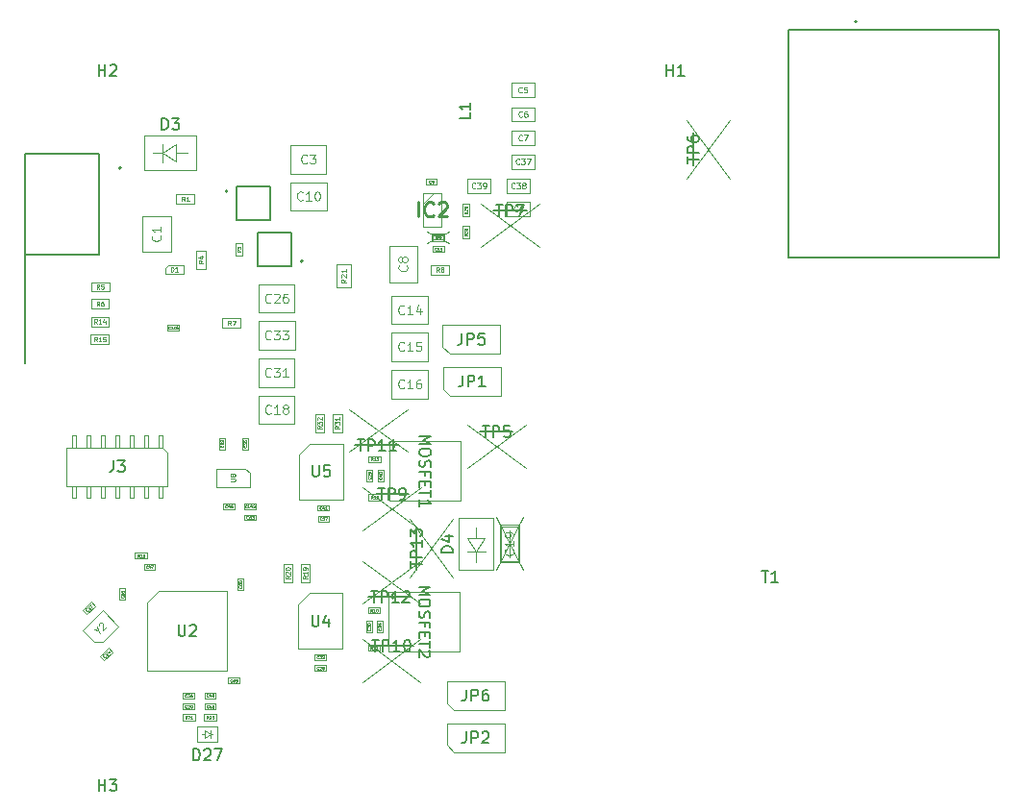
<source format=gbr>
G04 #@! TF.GenerationSoftware,KiCad,Pcbnew,9.0.1+1*
G04 #@! TF.CreationDate,2025-10-09T09:51:30+00:00*
G04 #@! TF.ProjectId,c64psu,63363470-7375-42e6-9b69-6361645f7063,rev?*
G04 #@! TF.SameCoordinates,Original*
G04 #@! TF.FileFunction,AssemblyDrawing,Top*
%FSLAX46Y46*%
G04 Gerber Fmt 4.6, Leading zero omitted, Abs format (unit mm)*
G04 Created by KiCad (PCBNEW 9.0.1+1) date 2025-10-09 09:51:30*
%MOMM*%
%LPD*%
G01*
G04 APERTURE LIST*
%ADD10C,0.150000*%
%ADD11C,0.040000*%
%ADD12C,0.080000*%
%ADD13C,0.120000*%
%ADD14C,0.060000*%
%ADD15C,0.254000*%
%ADD16C,0.090000*%
%ADD17C,0.100000*%
%ADD18C,0.127000*%
%ADD19C,0.200000*%
%ADD20C,0.025400*%
G04 APERTURE END LIST*
D10*
X197608095Y-86064819D02*
X198179523Y-86064819D01*
X197893809Y-87064819D02*
X197893809Y-86064819D01*
X199036666Y-87064819D02*
X198465238Y-87064819D01*
X198750952Y-87064819D02*
X198750952Y-86064819D01*
X198750952Y-86064819D02*
X198655714Y-86207676D01*
X198655714Y-86207676D02*
X198560476Y-86302914D01*
X198560476Y-86302914D02*
X198465238Y-86350533D01*
D11*
X163358057Y-79721800D02*
X163271390Y-79597991D01*
X163209485Y-79721800D02*
X163209485Y-79461800D01*
X163209485Y-79461800D02*
X163308533Y-79461800D01*
X163308533Y-79461800D02*
X163333295Y-79474181D01*
X163333295Y-79474181D02*
X163345676Y-79486562D01*
X163345676Y-79486562D02*
X163358057Y-79511324D01*
X163358057Y-79511324D02*
X163358057Y-79548467D01*
X163358057Y-79548467D02*
X163345676Y-79573229D01*
X163345676Y-79573229D02*
X163333295Y-79585610D01*
X163333295Y-79585610D02*
X163308533Y-79597991D01*
X163308533Y-79597991D02*
X163209485Y-79597991D01*
X163605676Y-79721800D02*
X163457104Y-79721800D01*
X163531390Y-79721800D02*
X163531390Y-79461800D01*
X163531390Y-79461800D02*
X163506628Y-79498943D01*
X163506628Y-79498943D02*
X163481866Y-79523705D01*
X163481866Y-79523705D02*
X163457104Y-79536086D01*
X163692342Y-79461800D02*
X163853295Y-79461800D01*
X163853295Y-79461800D02*
X163766628Y-79560848D01*
X163766628Y-79560848D02*
X163803771Y-79560848D01*
X163803771Y-79560848D02*
X163828533Y-79573229D01*
X163828533Y-79573229D02*
X163840914Y-79585610D01*
X163840914Y-79585610D02*
X163853295Y-79610372D01*
X163853295Y-79610372D02*
X163853295Y-79672277D01*
X163853295Y-79672277D02*
X163840914Y-79697039D01*
X163840914Y-79697039D02*
X163828533Y-79709420D01*
X163828533Y-79709420D02*
X163803771Y-79721800D01*
X163803771Y-79721800D02*
X163729485Y-79721800D01*
X163729485Y-79721800D02*
X163704723Y-79709420D01*
X163704723Y-79709420D02*
X163692342Y-79697039D01*
X158866085Y-81572965D02*
X158854181Y-81584870D01*
X158854181Y-81584870D02*
X158818466Y-81596774D01*
X158818466Y-81596774D02*
X158794657Y-81596774D01*
X158794657Y-81596774D02*
X158758943Y-81584870D01*
X158758943Y-81584870D02*
X158735133Y-81561060D01*
X158735133Y-81561060D02*
X158723228Y-81537250D01*
X158723228Y-81537250D02*
X158711324Y-81489631D01*
X158711324Y-81489631D02*
X158711324Y-81453917D01*
X158711324Y-81453917D02*
X158723228Y-81406298D01*
X158723228Y-81406298D02*
X158735133Y-81382489D01*
X158735133Y-81382489D02*
X158758943Y-81358679D01*
X158758943Y-81358679D02*
X158794657Y-81346774D01*
X158794657Y-81346774D02*
X158818466Y-81346774D01*
X158818466Y-81346774D02*
X158854181Y-81358679D01*
X158854181Y-81358679D02*
X158866085Y-81370584D01*
X158961324Y-81370584D02*
X158973228Y-81358679D01*
X158973228Y-81358679D02*
X158997038Y-81346774D01*
X158997038Y-81346774D02*
X159056562Y-81346774D01*
X159056562Y-81346774D02*
X159080371Y-81358679D01*
X159080371Y-81358679D02*
X159092276Y-81370584D01*
X159092276Y-81370584D02*
X159104181Y-81394393D01*
X159104181Y-81394393D02*
X159104181Y-81418203D01*
X159104181Y-81418203D02*
X159092276Y-81453917D01*
X159092276Y-81453917D02*
X158949419Y-81596774D01*
X158949419Y-81596774D02*
X159104181Y-81596774D01*
X159187514Y-81346774D02*
X159354180Y-81346774D01*
X159354180Y-81346774D02*
X159247038Y-81596774D01*
X158589285Y-94730165D02*
X158577381Y-94742070D01*
X158577381Y-94742070D02*
X158541666Y-94753974D01*
X158541666Y-94753974D02*
X158517857Y-94753974D01*
X158517857Y-94753974D02*
X158482143Y-94742070D01*
X158482143Y-94742070D02*
X158458333Y-94718260D01*
X158458333Y-94718260D02*
X158446428Y-94694450D01*
X158446428Y-94694450D02*
X158434524Y-94646831D01*
X158434524Y-94646831D02*
X158434524Y-94611117D01*
X158434524Y-94611117D02*
X158446428Y-94563498D01*
X158446428Y-94563498D02*
X158458333Y-94539689D01*
X158458333Y-94539689D02*
X158482143Y-94515879D01*
X158482143Y-94515879D02*
X158517857Y-94503974D01*
X158517857Y-94503974D02*
X158541666Y-94503974D01*
X158541666Y-94503974D02*
X158577381Y-94515879D01*
X158577381Y-94515879D02*
X158589285Y-94527784D01*
X158684524Y-94527784D02*
X158696428Y-94515879D01*
X158696428Y-94515879D02*
X158720238Y-94503974D01*
X158720238Y-94503974D02*
X158779762Y-94503974D01*
X158779762Y-94503974D02*
X158803571Y-94515879D01*
X158803571Y-94515879D02*
X158815476Y-94527784D01*
X158815476Y-94527784D02*
X158827381Y-94551593D01*
X158827381Y-94551593D02*
X158827381Y-94575403D01*
X158827381Y-94575403D02*
X158815476Y-94611117D01*
X158815476Y-94611117D02*
X158672619Y-94753974D01*
X158672619Y-94753974D02*
X158827381Y-94753974D01*
X158970238Y-94611117D02*
X158946428Y-94599212D01*
X158946428Y-94599212D02*
X158934523Y-94587308D01*
X158934523Y-94587308D02*
X158922619Y-94563498D01*
X158922619Y-94563498D02*
X158922619Y-94551593D01*
X158922619Y-94551593D02*
X158934523Y-94527784D01*
X158934523Y-94527784D02*
X158946428Y-94515879D01*
X158946428Y-94515879D02*
X158970238Y-94503974D01*
X158970238Y-94503974D02*
X159017857Y-94503974D01*
X159017857Y-94503974D02*
X159041666Y-94515879D01*
X159041666Y-94515879D02*
X159053571Y-94527784D01*
X159053571Y-94527784D02*
X159065476Y-94551593D01*
X159065476Y-94551593D02*
X159065476Y-94563498D01*
X159065476Y-94563498D02*
X159053571Y-94587308D01*
X159053571Y-94587308D02*
X159041666Y-94599212D01*
X159041666Y-94599212D02*
X159017857Y-94611117D01*
X159017857Y-94611117D02*
X158970238Y-94611117D01*
X158970238Y-94611117D02*
X158946428Y-94623022D01*
X158946428Y-94623022D02*
X158934523Y-94634927D01*
X158934523Y-94634927D02*
X158922619Y-94658736D01*
X158922619Y-94658736D02*
X158922619Y-94706355D01*
X158922619Y-94706355D02*
X158934523Y-94730165D01*
X158934523Y-94730165D02*
X158946428Y-94742070D01*
X158946428Y-94742070D02*
X158970238Y-94753974D01*
X158970238Y-94753974D02*
X159017857Y-94753974D01*
X159017857Y-94753974D02*
X159041666Y-94742070D01*
X159041666Y-94742070D02*
X159053571Y-94730165D01*
X159053571Y-94730165D02*
X159065476Y-94706355D01*
X159065476Y-94706355D02*
X159065476Y-94658736D01*
X159065476Y-94658736D02*
X159053571Y-94634927D01*
X159053571Y-94634927D02*
X159041666Y-94623022D01*
X159041666Y-94623022D02*
X159017857Y-94611117D01*
D12*
X176098966Y-54360280D02*
X176075157Y-54384090D01*
X176075157Y-54384090D02*
X176003728Y-54407899D01*
X176003728Y-54407899D02*
X175956109Y-54407899D01*
X175956109Y-54407899D02*
X175884681Y-54384090D01*
X175884681Y-54384090D02*
X175837062Y-54336470D01*
X175837062Y-54336470D02*
X175813252Y-54288851D01*
X175813252Y-54288851D02*
X175789443Y-54193613D01*
X175789443Y-54193613D02*
X175789443Y-54122185D01*
X175789443Y-54122185D02*
X175813252Y-54026947D01*
X175813252Y-54026947D02*
X175837062Y-53979328D01*
X175837062Y-53979328D02*
X175884681Y-53931709D01*
X175884681Y-53931709D02*
X175956109Y-53907899D01*
X175956109Y-53907899D02*
X176003728Y-53907899D01*
X176003728Y-53907899D02*
X176075157Y-53931709D01*
X176075157Y-53931709D02*
X176098966Y-53955518D01*
X176527538Y-54074566D02*
X176527538Y-54407899D01*
X176408490Y-53884090D02*
X176289443Y-54241232D01*
X176289443Y-54241232D02*
X176598966Y-54241232D01*
D10*
X158054133Y-76783166D02*
X158054133Y-77576500D01*
X158054133Y-77576500D02*
X158100800Y-77669833D01*
X158100800Y-77669833D02*
X158147466Y-77716500D01*
X158147466Y-77716500D02*
X158240800Y-77763166D01*
X158240800Y-77763166D02*
X158427466Y-77763166D01*
X158427466Y-77763166D02*
X158520800Y-77716500D01*
X158520800Y-77716500D02*
X158567466Y-77669833D01*
X158567466Y-77669833D02*
X158614133Y-77576500D01*
X158614133Y-77576500D02*
X158614133Y-76783166D01*
X159547467Y-76783166D02*
X159080800Y-76783166D01*
X159080800Y-76783166D02*
X159034133Y-77249833D01*
X159034133Y-77249833D02*
X159080800Y-77203166D01*
X159080800Y-77203166D02*
X159174133Y-77156500D01*
X159174133Y-77156500D02*
X159407467Y-77156500D01*
X159407467Y-77156500D02*
X159500800Y-77203166D01*
X159500800Y-77203166D02*
X159547467Y-77249833D01*
X159547467Y-77249833D02*
X159594133Y-77343166D01*
X159594133Y-77343166D02*
X159594133Y-77576500D01*
X159594133Y-77576500D02*
X159547467Y-77669833D01*
X159547467Y-77669833D02*
X159500800Y-77716500D01*
X159500800Y-77716500D02*
X159407467Y-77763166D01*
X159407467Y-77763166D02*
X159174133Y-77763166D01*
X159174133Y-77763166D02*
X159080800Y-77716500D01*
X159080800Y-77716500D02*
X159034133Y-77669833D01*
D12*
X176267271Y-50194680D02*
X176243462Y-50218490D01*
X176243462Y-50218490D02*
X176172033Y-50242299D01*
X176172033Y-50242299D02*
X176124414Y-50242299D01*
X176124414Y-50242299D02*
X176052986Y-50218490D01*
X176052986Y-50218490D02*
X176005367Y-50170870D01*
X176005367Y-50170870D02*
X175981557Y-50123251D01*
X175981557Y-50123251D02*
X175957748Y-50028013D01*
X175957748Y-50028013D02*
X175957748Y-49956585D01*
X175957748Y-49956585D02*
X175981557Y-49861347D01*
X175981557Y-49861347D02*
X176005367Y-49813728D01*
X176005367Y-49813728D02*
X176052986Y-49766109D01*
X176052986Y-49766109D02*
X176124414Y-49742299D01*
X176124414Y-49742299D02*
X176172033Y-49742299D01*
X176172033Y-49742299D02*
X176243462Y-49766109D01*
X176243462Y-49766109D02*
X176267271Y-49789918D01*
X176433938Y-49742299D02*
X176743462Y-49742299D01*
X176743462Y-49742299D02*
X176576795Y-49932775D01*
X176576795Y-49932775D02*
X176648224Y-49932775D01*
X176648224Y-49932775D02*
X176695843Y-49956585D01*
X176695843Y-49956585D02*
X176719652Y-49980394D01*
X176719652Y-49980394D02*
X176743462Y-50028013D01*
X176743462Y-50028013D02*
X176743462Y-50147061D01*
X176743462Y-50147061D02*
X176719652Y-50194680D01*
X176719652Y-50194680D02*
X176695843Y-50218490D01*
X176695843Y-50218490D02*
X176648224Y-50242299D01*
X176648224Y-50242299D02*
X176505367Y-50242299D01*
X176505367Y-50242299D02*
X176457748Y-50218490D01*
X176457748Y-50218490D02*
X176433938Y-50194680D01*
X176910128Y-49742299D02*
X177243461Y-49742299D01*
X177243461Y-49742299D02*
X177029176Y-50242299D01*
D10*
X163310305Y-92146019D02*
X163881733Y-92146019D01*
X163596019Y-93146019D02*
X163596019Y-92146019D01*
X164215067Y-93146019D02*
X164215067Y-92146019D01*
X164215067Y-92146019D02*
X164596019Y-92146019D01*
X164596019Y-92146019D02*
X164691257Y-92193638D01*
X164691257Y-92193638D02*
X164738876Y-92241257D01*
X164738876Y-92241257D02*
X164786495Y-92336495D01*
X164786495Y-92336495D02*
X164786495Y-92479352D01*
X164786495Y-92479352D02*
X164738876Y-92574590D01*
X164738876Y-92574590D02*
X164691257Y-92622209D01*
X164691257Y-92622209D02*
X164596019Y-92669828D01*
X164596019Y-92669828D02*
X164215067Y-92669828D01*
X165738876Y-93146019D02*
X165167448Y-93146019D01*
X165453162Y-93146019D02*
X165453162Y-92146019D01*
X165453162Y-92146019D02*
X165357924Y-92288876D01*
X165357924Y-92288876D02*
X165262686Y-92384114D01*
X165262686Y-92384114D02*
X165167448Y-92431733D01*
X166357924Y-92146019D02*
X166453162Y-92146019D01*
X166453162Y-92146019D02*
X166548400Y-92193638D01*
X166548400Y-92193638D02*
X166596019Y-92241257D01*
X166596019Y-92241257D02*
X166643638Y-92336495D01*
X166643638Y-92336495D02*
X166691257Y-92526971D01*
X166691257Y-92526971D02*
X166691257Y-92765066D01*
X166691257Y-92765066D02*
X166643638Y-92955542D01*
X166643638Y-92955542D02*
X166596019Y-93050780D01*
X166596019Y-93050780D02*
X166548400Y-93098400D01*
X166548400Y-93098400D02*
X166453162Y-93146019D01*
X166453162Y-93146019D02*
X166357924Y-93146019D01*
X166357924Y-93146019D02*
X166262686Y-93098400D01*
X166262686Y-93098400D02*
X166215067Y-93050780D01*
X166215067Y-93050780D02*
X166167448Y-92955542D01*
X166167448Y-92955542D02*
X166119829Y-92765066D01*
X166119829Y-92765066D02*
X166119829Y-92526971D01*
X166119829Y-92526971D02*
X166167448Y-92336495D01*
X166167448Y-92336495D02*
X166215067Y-92241257D01*
X166215067Y-92241257D02*
X166262686Y-92193638D01*
X166262686Y-92193638D02*
X166357924Y-92146019D01*
X163091014Y-92646019D02*
X166916257Y-92646019D01*
D13*
X154374914Y-62365264D02*
X154336818Y-62403360D01*
X154336818Y-62403360D02*
X154222533Y-62441455D01*
X154222533Y-62441455D02*
X154146342Y-62441455D01*
X154146342Y-62441455D02*
X154032056Y-62403360D01*
X154032056Y-62403360D02*
X153955866Y-62327169D01*
X153955866Y-62327169D02*
X153917771Y-62250979D01*
X153917771Y-62250979D02*
X153879675Y-62098598D01*
X153879675Y-62098598D02*
X153879675Y-61984312D01*
X153879675Y-61984312D02*
X153917771Y-61831931D01*
X153917771Y-61831931D02*
X153955866Y-61755740D01*
X153955866Y-61755740D02*
X154032056Y-61679550D01*
X154032056Y-61679550D02*
X154146342Y-61641455D01*
X154146342Y-61641455D02*
X154222533Y-61641455D01*
X154222533Y-61641455D02*
X154336818Y-61679550D01*
X154336818Y-61679550D02*
X154374914Y-61717645D01*
X154679675Y-61717645D02*
X154717771Y-61679550D01*
X154717771Y-61679550D02*
X154793961Y-61641455D01*
X154793961Y-61641455D02*
X154984437Y-61641455D01*
X154984437Y-61641455D02*
X155060628Y-61679550D01*
X155060628Y-61679550D02*
X155098723Y-61717645D01*
X155098723Y-61717645D02*
X155136818Y-61793836D01*
X155136818Y-61793836D02*
X155136818Y-61870026D01*
X155136818Y-61870026D02*
X155098723Y-61984312D01*
X155098723Y-61984312D02*
X154641580Y-62441455D01*
X154641580Y-62441455D02*
X155136818Y-62441455D01*
X155822533Y-61641455D02*
X155670152Y-61641455D01*
X155670152Y-61641455D02*
X155593961Y-61679550D01*
X155593961Y-61679550D02*
X155555866Y-61717645D01*
X155555866Y-61717645D02*
X155479676Y-61831931D01*
X155479676Y-61831931D02*
X155441580Y-61984312D01*
X155441580Y-61984312D02*
X155441580Y-62289074D01*
X155441580Y-62289074D02*
X155479676Y-62365264D01*
X155479676Y-62365264D02*
X155517771Y-62403360D01*
X155517771Y-62403360D02*
X155593961Y-62441455D01*
X155593961Y-62441455D02*
X155746342Y-62441455D01*
X155746342Y-62441455D02*
X155822533Y-62403360D01*
X155822533Y-62403360D02*
X155860628Y-62365264D01*
X155860628Y-62365264D02*
X155898723Y-62289074D01*
X155898723Y-62289074D02*
X155898723Y-62098598D01*
X155898723Y-62098598D02*
X155860628Y-62022407D01*
X155860628Y-62022407D02*
X155822533Y-61984312D01*
X155822533Y-61984312D02*
X155746342Y-61946217D01*
X155746342Y-61946217D02*
X155593961Y-61946217D01*
X155593961Y-61946217D02*
X155517771Y-61984312D01*
X155517771Y-61984312D02*
X155479676Y-62022407D01*
X155479676Y-62022407D02*
X155441580Y-62098598D01*
D10*
X163837295Y-78785619D02*
X164408723Y-78785619D01*
X164123009Y-79785619D02*
X164123009Y-78785619D01*
X164742057Y-79785619D02*
X164742057Y-78785619D01*
X164742057Y-78785619D02*
X165123009Y-78785619D01*
X165123009Y-78785619D02*
X165218247Y-78833238D01*
X165218247Y-78833238D02*
X165265866Y-78880857D01*
X165265866Y-78880857D02*
X165313485Y-78976095D01*
X165313485Y-78976095D02*
X165313485Y-79118952D01*
X165313485Y-79118952D02*
X165265866Y-79214190D01*
X165265866Y-79214190D02*
X165218247Y-79261809D01*
X165218247Y-79261809D02*
X165123009Y-79309428D01*
X165123009Y-79309428D02*
X164742057Y-79309428D01*
X165789676Y-79785619D02*
X165980152Y-79785619D01*
X165980152Y-79785619D02*
X166075390Y-79738000D01*
X166075390Y-79738000D02*
X166123009Y-79690380D01*
X166123009Y-79690380D02*
X166218247Y-79547523D01*
X166218247Y-79547523D02*
X166265866Y-79357047D01*
X166265866Y-79357047D02*
X166265866Y-78976095D01*
X166265866Y-78976095D02*
X166218247Y-78880857D01*
X166218247Y-78880857D02*
X166170628Y-78833238D01*
X166170628Y-78833238D02*
X166075390Y-78785619D01*
X166075390Y-78785619D02*
X165884914Y-78785619D01*
X165884914Y-78785619D02*
X165789676Y-78833238D01*
X165789676Y-78833238D02*
X165742057Y-78880857D01*
X165742057Y-78880857D02*
X165694438Y-78976095D01*
X165694438Y-78976095D02*
X165694438Y-79214190D01*
X165694438Y-79214190D02*
X165742057Y-79309428D01*
X165742057Y-79309428D02*
X165789676Y-79357047D01*
X165789676Y-79357047D02*
X165884914Y-79404666D01*
X165884914Y-79404666D02*
X166075390Y-79404666D01*
X166075390Y-79404666D02*
X166170628Y-79357047D01*
X166170628Y-79357047D02*
X166218247Y-79309428D01*
X166218247Y-79309428D02*
X166265866Y-79214190D01*
X163618004Y-79285619D02*
X166490866Y-79285619D01*
D11*
X163106965Y-91143514D02*
X163118870Y-91155418D01*
X163118870Y-91155418D02*
X163130774Y-91191133D01*
X163130774Y-91191133D02*
X163130774Y-91214942D01*
X163130774Y-91214942D02*
X163118870Y-91250656D01*
X163118870Y-91250656D02*
X163095060Y-91274466D01*
X163095060Y-91274466D02*
X163071250Y-91286371D01*
X163071250Y-91286371D02*
X163023631Y-91298275D01*
X163023631Y-91298275D02*
X162987917Y-91298275D01*
X162987917Y-91298275D02*
X162940298Y-91286371D01*
X162940298Y-91286371D02*
X162916489Y-91274466D01*
X162916489Y-91274466D02*
X162892679Y-91250656D01*
X162892679Y-91250656D02*
X162880774Y-91214942D01*
X162880774Y-91214942D02*
X162880774Y-91191133D01*
X162880774Y-91191133D02*
X162892679Y-91155418D01*
X162892679Y-91155418D02*
X162904584Y-91143514D01*
X162880774Y-91060180D02*
X162880774Y-90905418D01*
X162880774Y-90905418D02*
X162976012Y-90988752D01*
X162976012Y-90988752D02*
X162976012Y-90953037D01*
X162976012Y-90953037D02*
X162987917Y-90929228D01*
X162987917Y-90929228D02*
X162999822Y-90917323D01*
X162999822Y-90917323D02*
X163023631Y-90905418D01*
X163023631Y-90905418D02*
X163083155Y-90905418D01*
X163083155Y-90905418D02*
X163106965Y-90917323D01*
X163106965Y-90917323D02*
X163118870Y-90929228D01*
X163118870Y-90929228D02*
X163130774Y-90953037D01*
X163130774Y-90953037D02*
X163130774Y-91024466D01*
X163130774Y-91024466D02*
X163118870Y-91048275D01*
X163118870Y-91048275D02*
X163106965Y-91060180D01*
X162880774Y-90750657D02*
X162880774Y-90726847D01*
X162880774Y-90726847D02*
X162892679Y-90703038D01*
X162892679Y-90703038D02*
X162904584Y-90691133D01*
X162904584Y-90691133D02*
X162928393Y-90679228D01*
X162928393Y-90679228D02*
X162976012Y-90667323D01*
X162976012Y-90667323D02*
X163035536Y-90667323D01*
X163035536Y-90667323D02*
X163083155Y-90679228D01*
X163083155Y-90679228D02*
X163106965Y-90691133D01*
X163106965Y-90691133D02*
X163118870Y-90703038D01*
X163118870Y-90703038D02*
X163130774Y-90726847D01*
X163130774Y-90726847D02*
X163130774Y-90750657D01*
X163130774Y-90750657D02*
X163118870Y-90774466D01*
X163118870Y-90774466D02*
X163106965Y-90786371D01*
X163106965Y-90786371D02*
X163083155Y-90798276D01*
X163083155Y-90798276D02*
X163035536Y-90810180D01*
X163035536Y-90810180D02*
X162976012Y-90810180D01*
X162976012Y-90810180D02*
X162928393Y-90798276D01*
X162928393Y-90798276D02*
X162904584Y-90786371D01*
X162904584Y-90786371D02*
X162892679Y-90774466D01*
X162892679Y-90774466D02*
X162880774Y-90750657D01*
D14*
X145594762Y-59691927D02*
X145594762Y-59291927D01*
X145594762Y-59291927D02*
X145690000Y-59291927D01*
X145690000Y-59291927D02*
X145747143Y-59310975D01*
X145747143Y-59310975D02*
X145785238Y-59349070D01*
X145785238Y-59349070D02*
X145804285Y-59387165D01*
X145804285Y-59387165D02*
X145823333Y-59463356D01*
X145823333Y-59463356D02*
X145823333Y-59520499D01*
X145823333Y-59520499D02*
X145804285Y-59596689D01*
X145804285Y-59596689D02*
X145785238Y-59634784D01*
X145785238Y-59634784D02*
X145747143Y-59672880D01*
X145747143Y-59672880D02*
X145690000Y-59691927D01*
X145690000Y-59691927D02*
X145594762Y-59691927D01*
X146204285Y-59691927D02*
X145975714Y-59691927D01*
X146090000Y-59691927D02*
X146090000Y-59291927D01*
X146090000Y-59291927D02*
X146051904Y-59349070D01*
X146051904Y-59349070D02*
X146013809Y-59387165D01*
X146013809Y-59387165D02*
X145975714Y-59406213D01*
D11*
X150533784Y-80487465D02*
X150521880Y-80499370D01*
X150521880Y-80499370D02*
X150486165Y-80511274D01*
X150486165Y-80511274D02*
X150462356Y-80511274D01*
X150462356Y-80511274D02*
X150426642Y-80499370D01*
X150426642Y-80499370D02*
X150402832Y-80475560D01*
X150402832Y-80475560D02*
X150390927Y-80451750D01*
X150390927Y-80451750D02*
X150379023Y-80404131D01*
X150379023Y-80404131D02*
X150379023Y-80368417D01*
X150379023Y-80368417D02*
X150390927Y-80320798D01*
X150390927Y-80320798D02*
X150402832Y-80296989D01*
X150402832Y-80296989D02*
X150426642Y-80273179D01*
X150426642Y-80273179D02*
X150462356Y-80261274D01*
X150462356Y-80261274D02*
X150486165Y-80261274D01*
X150486165Y-80261274D02*
X150521880Y-80273179D01*
X150521880Y-80273179D02*
X150533784Y-80285084D01*
X150748070Y-80344608D02*
X150748070Y-80511274D01*
X150688546Y-80249370D02*
X150629023Y-80427941D01*
X150629023Y-80427941D02*
X150783784Y-80427941D01*
X150986165Y-80261274D02*
X150938546Y-80261274D01*
X150938546Y-80261274D02*
X150914737Y-80273179D01*
X150914737Y-80273179D02*
X150902832Y-80285084D01*
X150902832Y-80285084D02*
X150879022Y-80320798D01*
X150879022Y-80320798D02*
X150867118Y-80368417D01*
X150867118Y-80368417D02*
X150867118Y-80463655D01*
X150867118Y-80463655D02*
X150879022Y-80487465D01*
X150879022Y-80487465D02*
X150890927Y-80499370D01*
X150890927Y-80499370D02*
X150914737Y-80511274D01*
X150914737Y-80511274D02*
X150962356Y-80511274D01*
X150962356Y-80511274D02*
X150986165Y-80499370D01*
X150986165Y-80499370D02*
X150998070Y-80487465D01*
X150998070Y-80487465D02*
X151009975Y-80463655D01*
X151009975Y-80463655D02*
X151009975Y-80404131D01*
X151009975Y-80404131D02*
X150998070Y-80380322D01*
X150998070Y-80380322D02*
X150986165Y-80368417D01*
X150986165Y-80368417D02*
X150962356Y-80356512D01*
X150962356Y-80356512D02*
X150914737Y-80356512D01*
X150914737Y-80356512D02*
X150890927Y-80368417D01*
X150890927Y-80368417D02*
X150879022Y-80380322D01*
X150879022Y-80380322D02*
X150867118Y-80404131D01*
X163307257Y-89678600D02*
X163220590Y-89554791D01*
X163158685Y-89678600D02*
X163158685Y-89418600D01*
X163158685Y-89418600D02*
X163257733Y-89418600D01*
X163257733Y-89418600D02*
X163282495Y-89430981D01*
X163282495Y-89430981D02*
X163294876Y-89443362D01*
X163294876Y-89443362D02*
X163307257Y-89468124D01*
X163307257Y-89468124D02*
X163307257Y-89505267D01*
X163307257Y-89505267D02*
X163294876Y-89530029D01*
X163294876Y-89530029D02*
X163282495Y-89542410D01*
X163282495Y-89542410D02*
X163257733Y-89554791D01*
X163257733Y-89554791D02*
X163158685Y-89554791D01*
X163554876Y-89678600D02*
X163406304Y-89678600D01*
X163480590Y-89678600D02*
X163480590Y-89418600D01*
X163480590Y-89418600D02*
X163455828Y-89455743D01*
X163455828Y-89455743D02*
X163431066Y-89480505D01*
X163431066Y-89480505D02*
X163406304Y-89492886D01*
X163715828Y-89418600D02*
X163740590Y-89418600D01*
X163740590Y-89418600D02*
X163765352Y-89430981D01*
X163765352Y-89430981D02*
X163777733Y-89443362D01*
X163777733Y-89443362D02*
X163790114Y-89468124D01*
X163790114Y-89468124D02*
X163802495Y-89517648D01*
X163802495Y-89517648D02*
X163802495Y-89579553D01*
X163802495Y-89579553D02*
X163790114Y-89629077D01*
X163790114Y-89629077D02*
X163777733Y-89653839D01*
X163777733Y-89653839D02*
X163765352Y-89666220D01*
X163765352Y-89666220D02*
X163740590Y-89678600D01*
X163740590Y-89678600D02*
X163715828Y-89678600D01*
X163715828Y-89678600D02*
X163691066Y-89666220D01*
X163691066Y-89666220D02*
X163678685Y-89653839D01*
X163678685Y-89653839D02*
X163666304Y-89629077D01*
X163666304Y-89629077D02*
X163653923Y-89579553D01*
X163653923Y-89579553D02*
X163653923Y-89517648D01*
X163653923Y-89517648D02*
X163666304Y-89468124D01*
X163666304Y-89468124D02*
X163678685Y-89443362D01*
X163678685Y-89443362D02*
X163691066Y-89430981D01*
X163691066Y-89430981D02*
X163715828Y-89418600D01*
D14*
X158881127Y-73319742D02*
X158690651Y-73453075D01*
X158881127Y-73548313D02*
X158481127Y-73548313D01*
X158481127Y-73548313D02*
X158481127Y-73395932D01*
X158481127Y-73395932D02*
X158500175Y-73357837D01*
X158500175Y-73357837D02*
X158519222Y-73338790D01*
X158519222Y-73338790D02*
X158557318Y-73319742D01*
X158557318Y-73319742D02*
X158614460Y-73319742D01*
X158614460Y-73319742D02*
X158652556Y-73338790D01*
X158652556Y-73338790D02*
X158671603Y-73357837D01*
X158671603Y-73357837D02*
X158690651Y-73395932D01*
X158690651Y-73395932D02*
X158690651Y-73548313D01*
X158481127Y-73186409D02*
X158481127Y-72938790D01*
X158481127Y-72938790D02*
X158633508Y-73072123D01*
X158633508Y-73072123D02*
X158633508Y-73014980D01*
X158633508Y-73014980D02*
X158652556Y-72976885D01*
X158652556Y-72976885D02*
X158671603Y-72957837D01*
X158671603Y-72957837D02*
X158709699Y-72938790D01*
X158709699Y-72938790D02*
X158804937Y-72938790D01*
X158804937Y-72938790D02*
X158843032Y-72957837D01*
X158843032Y-72957837D02*
X158862080Y-72976885D01*
X158862080Y-72976885D02*
X158881127Y-73014980D01*
X158881127Y-73014980D02*
X158881127Y-73129266D01*
X158881127Y-73129266D02*
X158862080Y-73167361D01*
X158862080Y-73167361D02*
X158843032Y-73186409D01*
X158519222Y-72786409D02*
X158500175Y-72767361D01*
X158500175Y-72767361D02*
X158481127Y-72729266D01*
X158481127Y-72729266D02*
X158481127Y-72634028D01*
X158481127Y-72634028D02*
X158500175Y-72595933D01*
X158500175Y-72595933D02*
X158519222Y-72576885D01*
X158519222Y-72576885D02*
X158557318Y-72557838D01*
X158557318Y-72557838D02*
X158595413Y-72557838D01*
X158595413Y-72557838D02*
X158652556Y-72576885D01*
X158652556Y-72576885D02*
X158881127Y-72805457D01*
X158881127Y-72805457D02*
X158881127Y-72557838D01*
D10*
X189238095Y-42454819D02*
X189238095Y-41454819D01*
X189238095Y-41931009D02*
X189809523Y-41931009D01*
X189809523Y-42454819D02*
X189809523Y-41454819D01*
X190809523Y-42454819D02*
X190238095Y-42454819D01*
X190523809Y-42454819D02*
X190523809Y-41454819D01*
X190523809Y-41454819D02*
X190428571Y-41597676D01*
X190428571Y-41597676D02*
X190333333Y-41692914D01*
X190333333Y-41692914D02*
X190238095Y-41740533D01*
D14*
X160425927Y-73307542D02*
X160235451Y-73440875D01*
X160425927Y-73536113D02*
X160025927Y-73536113D01*
X160025927Y-73536113D02*
X160025927Y-73383732D01*
X160025927Y-73383732D02*
X160044975Y-73345637D01*
X160044975Y-73345637D02*
X160064022Y-73326590D01*
X160064022Y-73326590D02*
X160102118Y-73307542D01*
X160102118Y-73307542D02*
X160159260Y-73307542D01*
X160159260Y-73307542D02*
X160197356Y-73326590D01*
X160197356Y-73326590D02*
X160216403Y-73345637D01*
X160216403Y-73345637D02*
X160235451Y-73383732D01*
X160235451Y-73383732D02*
X160235451Y-73536113D01*
X160025927Y-73174209D02*
X160025927Y-72926590D01*
X160025927Y-72926590D02*
X160178308Y-73059923D01*
X160178308Y-73059923D02*
X160178308Y-73002780D01*
X160178308Y-73002780D02*
X160197356Y-72964685D01*
X160197356Y-72964685D02*
X160216403Y-72945637D01*
X160216403Y-72945637D02*
X160254499Y-72926590D01*
X160254499Y-72926590D02*
X160349737Y-72926590D01*
X160349737Y-72926590D02*
X160387832Y-72945637D01*
X160387832Y-72945637D02*
X160406880Y-72964685D01*
X160406880Y-72964685D02*
X160425927Y-73002780D01*
X160425927Y-73002780D02*
X160425927Y-73117066D01*
X160425927Y-73117066D02*
X160406880Y-73155161D01*
X160406880Y-73155161D02*
X160387832Y-73174209D01*
X160425927Y-72545638D02*
X160425927Y-72774209D01*
X160425927Y-72659923D02*
X160025927Y-72659923D01*
X160025927Y-72659923D02*
X160083070Y-72698019D01*
X160083070Y-72698019D02*
X160121165Y-72736114D01*
X160121165Y-72736114D02*
X160140213Y-72774209D01*
X139285633Y-61220677D02*
X139152300Y-61030201D01*
X139057062Y-61220677D02*
X139057062Y-60820677D01*
X139057062Y-60820677D02*
X139209443Y-60820677D01*
X139209443Y-60820677D02*
X139247538Y-60839725D01*
X139247538Y-60839725D02*
X139266585Y-60858772D01*
X139266585Y-60858772D02*
X139285633Y-60896868D01*
X139285633Y-60896868D02*
X139285633Y-60954010D01*
X139285633Y-60954010D02*
X139266585Y-60992106D01*
X139266585Y-60992106D02*
X139247538Y-61011153D01*
X139247538Y-61011153D02*
X139209443Y-61030201D01*
X139209443Y-61030201D02*
X139057062Y-61030201D01*
X139647538Y-60820677D02*
X139457062Y-60820677D01*
X139457062Y-60820677D02*
X139438014Y-61011153D01*
X139438014Y-61011153D02*
X139457062Y-60992106D01*
X139457062Y-60992106D02*
X139495157Y-60973058D01*
X139495157Y-60973058D02*
X139590395Y-60973058D01*
X139590395Y-60973058D02*
X139628490Y-60992106D01*
X139628490Y-60992106D02*
X139647538Y-61011153D01*
X139647538Y-61011153D02*
X139666585Y-61049249D01*
X139666585Y-61049249D02*
X139666585Y-61144487D01*
X139666585Y-61144487D02*
X139647538Y-61182582D01*
X139647538Y-61182582D02*
X139628490Y-61201630D01*
X139628490Y-61201630D02*
X139590395Y-61220677D01*
X139590395Y-61220677D02*
X139495157Y-61220677D01*
X139495157Y-61220677D02*
X139457062Y-61201630D01*
X139457062Y-61201630D02*
X139438014Y-61182582D01*
D12*
X176490165Y-43895480D02*
X176466356Y-43919290D01*
X176466356Y-43919290D02*
X176394927Y-43943099D01*
X176394927Y-43943099D02*
X176347308Y-43943099D01*
X176347308Y-43943099D02*
X176275880Y-43919290D01*
X176275880Y-43919290D02*
X176228261Y-43871670D01*
X176228261Y-43871670D02*
X176204451Y-43824051D01*
X176204451Y-43824051D02*
X176180642Y-43728813D01*
X176180642Y-43728813D02*
X176180642Y-43657385D01*
X176180642Y-43657385D02*
X176204451Y-43562147D01*
X176204451Y-43562147D02*
X176228261Y-43514528D01*
X176228261Y-43514528D02*
X176275880Y-43466909D01*
X176275880Y-43466909D02*
X176347308Y-43443099D01*
X176347308Y-43443099D02*
X176394927Y-43443099D01*
X176394927Y-43443099D02*
X176466356Y-43466909D01*
X176466356Y-43466909D02*
X176490165Y-43490718D01*
X176942546Y-43443099D02*
X176704451Y-43443099D01*
X176704451Y-43443099D02*
X176680642Y-43681194D01*
X176680642Y-43681194D02*
X176704451Y-43657385D01*
X176704451Y-43657385D02*
X176752070Y-43633575D01*
X176752070Y-43633575D02*
X176871118Y-43633575D01*
X176871118Y-43633575D02*
X176918737Y-43657385D01*
X176918737Y-43657385D02*
X176942546Y-43681194D01*
X176942546Y-43681194D02*
X176966356Y-43728813D01*
X176966356Y-43728813D02*
X176966356Y-43847861D01*
X176966356Y-43847861D02*
X176942546Y-43895480D01*
X176942546Y-43895480D02*
X176918737Y-43919290D01*
X176918737Y-43919290D02*
X176871118Y-43943099D01*
X176871118Y-43943099D02*
X176752070Y-43943099D01*
X176752070Y-43943099D02*
X176704451Y-43919290D01*
X176704451Y-43919290D02*
X176680642Y-43895480D01*
D11*
X158843285Y-80607765D02*
X158831381Y-80619670D01*
X158831381Y-80619670D02*
X158795666Y-80631574D01*
X158795666Y-80631574D02*
X158771857Y-80631574D01*
X158771857Y-80631574D02*
X158736143Y-80619670D01*
X158736143Y-80619670D02*
X158712333Y-80595860D01*
X158712333Y-80595860D02*
X158700428Y-80572050D01*
X158700428Y-80572050D02*
X158688524Y-80524431D01*
X158688524Y-80524431D02*
X158688524Y-80488717D01*
X158688524Y-80488717D02*
X158700428Y-80441098D01*
X158700428Y-80441098D02*
X158712333Y-80417289D01*
X158712333Y-80417289D02*
X158736143Y-80393479D01*
X158736143Y-80393479D02*
X158771857Y-80381574D01*
X158771857Y-80381574D02*
X158795666Y-80381574D01*
X158795666Y-80381574D02*
X158831381Y-80393479D01*
X158831381Y-80393479D02*
X158843285Y-80405384D01*
X159057571Y-80464908D02*
X159057571Y-80631574D01*
X158998047Y-80369670D02*
X158938524Y-80548241D01*
X158938524Y-80548241D02*
X159093285Y-80548241D01*
X159319476Y-80631574D02*
X159176619Y-80631574D01*
X159248047Y-80631574D02*
X159248047Y-80381574D01*
X159248047Y-80381574D02*
X159224238Y-80417289D01*
X159224238Y-80417289D02*
X159200428Y-80441098D01*
X159200428Y-80441098D02*
X159176619Y-80453003D01*
X151713300Y-57782081D02*
X151589491Y-57868748D01*
X151713300Y-57930653D02*
X151453300Y-57930653D01*
X151453300Y-57930653D02*
X151453300Y-57831605D01*
X151453300Y-57831605D02*
X151465681Y-57806843D01*
X151465681Y-57806843D02*
X151478062Y-57794462D01*
X151478062Y-57794462D02*
X151502824Y-57782081D01*
X151502824Y-57782081D02*
X151539967Y-57782081D01*
X151539967Y-57782081D02*
X151564729Y-57794462D01*
X151564729Y-57794462D02*
X151577110Y-57806843D01*
X151577110Y-57806843D02*
X151589491Y-57831605D01*
X151589491Y-57831605D02*
X151589491Y-57930653D01*
X151453300Y-57695415D02*
X151453300Y-57534462D01*
X151453300Y-57534462D02*
X151552348Y-57621129D01*
X151552348Y-57621129D02*
X151552348Y-57583986D01*
X151552348Y-57583986D02*
X151564729Y-57559224D01*
X151564729Y-57559224D02*
X151577110Y-57546843D01*
X151577110Y-57546843D02*
X151601872Y-57534462D01*
X151601872Y-57534462D02*
X151663777Y-57534462D01*
X151663777Y-57534462D02*
X151688539Y-57546843D01*
X151688539Y-57546843D02*
X151700920Y-57559224D01*
X151700920Y-57559224D02*
X151713300Y-57583986D01*
X151713300Y-57583986D02*
X151713300Y-57658272D01*
X151713300Y-57658272D02*
X151700920Y-57683034D01*
X151700920Y-57683034D02*
X151688539Y-57695415D01*
D14*
X157611127Y-86515542D02*
X157420651Y-86648875D01*
X157611127Y-86744113D02*
X157211127Y-86744113D01*
X157211127Y-86744113D02*
X157211127Y-86591732D01*
X157211127Y-86591732D02*
X157230175Y-86553637D01*
X157230175Y-86553637D02*
X157249222Y-86534590D01*
X157249222Y-86534590D02*
X157287318Y-86515542D01*
X157287318Y-86515542D02*
X157344460Y-86515542D01*
X157344460Y-86515542D02*
X157382556Y-86534590D01*
X157382556Y-86534590D02*
X157401603Y-86553637D01*
X157401603Y-86553637D02*
X157420651Y-86591732D01*
X157420651Y-86591732D02*
X157420651Y-86744113D01*
X157611127Y-86134590D02*
X157611127Y-86363161D01*
X157611127Y-86248875D02*
X157211127Y-86248875D01*
X157211127Y-86248875D02*
X157268270Y-86286971D01*
X157268270Y-86286971D02*
X157306365Y-86325066D01*
X157306365Y-86325066D02*
X157325413Y-86363161D01*
X157611127Y-85944114D02*
X157611127Y-85867923D01*
X157611127Y-85867923D02*
X157592080Y-85829828D01*
X157592080Y-85829828D02*
X157573032Y-85810780D01*
X157573032Y-85810780D02*
X157515889Y-85772685D01*
X157515889Y-85772685D02*
X157439699Y-85753638D01*
X157439699Y-85753638D02*
X157287318Y-85753638D01*
X157287318Y-85753638D02*
X157249222Y-85772685D01*
X157249222Y-85772685D02*
X157230175Y-85791733D01*
X157230175Y-85791733D02*
X157211127Y-85829828D01*
X157211127Y-85829828D02*
X157211127Y-85906019D01*
X157211127Y-85906019D02*
X157230175Y-85944114D01*
X157230175Y-85944114D02*
X157249222Y-85963161D01*
X157249222Y-85963161D02*
X157287318Y-85982209D01*
X157287318Y-85982209D02*
X157382556Y-85982209D01*
X157382556Y-85982209D02*
X157420651Y-85963161D01*
X157420651Y-85963161D02*
X157439699Y-85944114D01*
X157439699Y-85944114D02*
X157458746Y-85906019D01*
X157458746Y-85906019D02*
X157458746Y-85829828D01*
X157458746Y-85829828D02*
X157439699Y-85791733D01*
X157439699Y-85791733D02*
X157420651Y-85772685D01*
X157420651Y-85772685D02*
X157382556Y-85753638D01*
D13*
X166109714Y-63381264D02*
X166071618Y-63419360D01*
X166071618Y-63419360D02*
X165957333Y-63457455D01*
X165957333Y-63457455D02*
X165881142Y-63457455D01*
X165881142Y-63457455D02*
X165766856Y-63419360D01*
X165766856Y-63419360D02*
X165690666Y-63343169D01*
X165690666Y-63343169D02*
X165652571Y-63266979D01*
X165652571Y-63266979D02*
X165614475Y-63114598D01*
X165614475Y-63114598D02*
X165614475Y-63000312D01*
X165614475Y-63000312D02*
X165652571Y-62847931D01*
X165652571Y-62847931D02*
X165690666Y-62771740D01*
X165690666Y-62771740D02*
X165766856Y-62695550D01*
X165766856Y-62695550D02*
X165881142Y-62657455D01*
X165881142Y-62657455D02*
X165957333Y-62657455D01*
X165957333Y-62657455D02*
X166071618Y-62695550D01*
X166071618Y-62695550D02*
X166109714Y-62733645D01*
X166871618Y-63457455D02*
X166414475Y-63457455D01*
X166643047Y-63457455D02*
X166643047Y-62657455D01*
X166643047Y-62657455D02*
X166566856Y-62771740D01*
X166566856Y-62771740D02*
X166490666Y-62847931D01*
X166490666Y-62847931D02*
X166414475Y-62886026D01*
X167557333Y-62924121D02*
X167557333Y-63457455D01*
X167366857Y-62619360D02*
X167176380Y-63190788D01*
X167176380Y-63190788D02*
X167671619Y-63190788D01*
D11*
X148881485Y-98116765D02*
X148869581Y-98128670D01*
X148869581Y-98128670D02*
X148833866Y-98140574D01*
X148833866Y-98140574D02*
X148810057Y-98140574D01*
X148810057Y-98140574D02*
X148774343Y-98128670D01*
X148774343Y-98128670D02*
X148750533Y-98104860D01*
X148750533Y-98104860D02*
X148738628Y-98081050D01*
X148738628Y-98081050D02*
X148726724Y-98033431D01*
X148726724Y-98033431D02*
X148726724Y-97997717D01*
X148726724Y-97997717D02*
X148738628Y-97950098D01*
X148738628Y-97950098D02*
X148750533Y-97926289D01*
X148750533Y-97926289D02*
X148774343Y-97902479D01*
X148774343Y-97902479D02*
X148810057Y-97890574D01*
X148810057Y-97890574D02*
X148833866Y-97890574D01*
X148833866Y-97890574D02*
X148869581Y-97902479D01*
X148869581Y-97902479D02*
X148881485Y-97914384D01*
X149095771Y-97973908D02*
X149095771Y-98140574D01*
X149036247Y-97878670D02*
X148976724Y-98057241D01*
X148976724Y-98057241D02*
X149131485Y-98057241D01*
X149262438Y-97997717D02*
X149238628Y-97985812D01*
X149238628Y-97985812D02*
X149226723Y-97973908D01*
X149226723Y-97973908D02*
X149214819Y-97950098D01*
X149214819Y-97950098D02*
X149214819Y-97938193D01*
X149214819Y-97938193D02*
X149226723Y-97914384D01*
X149226723Y-97914384D02*
X149238628Y-97902479D01*
X149238628Y-97902479D02*
X149262438Y-97890574D01*
X149262438Y-97890574D02*
X149310057Y-97890574D01*
X149310057Y-97890574D02*
X149333866Y-97902479D01*
X149333866Y-97902479D02*
X149345771Y-97914384D01*
X149345771Y-97914384D02*
X149357676Y-97938193D01*
X149357676Y-97938193D02*
X149357676Y-97950098D01*
X149357676Y-97950098D02*
X149345771Y-97973908D01*
X149345771Y-97973908D02*
X149333866Y-97985812D01*
X149333866Y-97985812D02*
X149310057Y-97997717D01*
X149310057Y-97997717D02*
X149262438Y-97997717D01*
X149262438Y-97997717D02*
X149238628Y-98009622D01*
X149238628Y-98009622D02*
X149226723Y-98021527D01*
X149226723Y-98021527D02*
X149214819Y-98045336D01*
X149214819Y-98045336D02*
X149214819Y-98092955D01*
X149214819Y-98092955D02*
X149226723Y-98116765D01*
X149226723Y-98116765D02*
X149238628Y-98128670D01*
X149238628Y-98128670D02*
X149262438Y-98140574D01*
X149262438Y-98140574D02*
X149310057Y-98140574D01*
X149310057Y-98140574D02*
X149333866Y-98128670D01*
X149333866Y-98128670D02*
X149345771Y-98116765D01*
X149345771Y-98116765D02*
X149357676Y-98092955D01*
X149357676Y-98092955D02*
X149357676Y-98045336D01*
X149357676Y-98045336D02*
X149345771Y-98021527D01*
X149345771Y-98021527D02*
X149333866Y-98009622D01*
X149333866Y-98009622D02*
X149310057Y-97997717D01*
X164072165Y-91143514D02*
X164084070Y-91155418D01*
X164084070Y-91155418D02*
X164095974Y-91191133D01*
X164095974Y-91191133D02*
X164095974Y-91214942D01*
X164095974Y-91214942D02*
X164084070Y-91250656D01*
X164084070Y-91250656D02*
X164060260Y-91274466D01*
X164060260Y-91274466D02*
X164036450Y-91286371D01*
X164036450Y-91286371D02*
X163988831Y-91298275D01*
X163988831Y-91298275D02*
X163953117Y-91298275D01*
X163953117Y-91298275D02*
X163905498Y-91286371D01*
X163905498Y-91286371D02*
X163881689Y-91274466D01*
X163881689Y-91274466D02*
X163857879Y-91250656D01*
X163857879Y-91250656D02*
X163845974Y-91214942D01*
X163845974Y-91214942D02*
X163845974Y-91191133D01*
X163845974Y-91191133D02*
X163857879Y-91155418D01*
X163857879Y-91155418D02*
X163869784Y-91143514D01*
X163845974Y-91060180D02*
X163845974Y-90905418D01*
X163845974Y-90905418D02*
X163941212Y-90988752D01*
X163941212Y-90988752D02*
X163941212Y-90953037D01*
X163941212Y-90953037D02*
X163953117Y-90929228D01*
X163953117Y-90929228D02*
X163965022Y-90917323D01*
X163965022Y-90917323D02*
X163988831Y-90905418D01*
X163988831Y-90905418D02*
X164048355Y-90905418D01*
X164048355Y-90905418D02*
X164072165Y-90917323D01*
X164072165Y-90917323D02*
X164084070Y-90929228D01*
X164084070Y-90929228D02*
X164095974Y-90953037D01*
X164095974Y-90953037D02*
X164095974Y-91024466D01*
X164095974Y-91024466D02*
X164084070Y-91048275D01*
X164084070Y-91048275D02*
X164072165Y-91060180D01*
X163929308Y-90691133D02*
X164095974Y-90691133D01*
X163834070Y-90750657D02*
X164012641Y-90810180D01*
X164012641Y-90810180D02*
X164012641Y-90655419D01*
X171677700Y-54451491D02*
X171553891Y-54538158D01*
X171677700Y-54600063D02*
X171417700Y-54600063D01*
X171417700Y-54600063D02*
X171417700Y-54501015D01*
X171417700Y-54501015D02*
X171430081Y-54476253D01*
X171430081Y-54476253D02*
X171442462Y-54463872D01*
X171442462Y-54463872D02*
X171467224Y-54451491D01*
X171467224Y-54451491D02*
X171504367Y-54451491D01*
X171504367Y-54451491D02*
X171529129Y-54463872D01*
X171529129Y-54463872D02*
X171541510Y-54476253D01*
X171541510Y-54476253D02*
X171553891Y-54501015D01*
X171553891Y-54501015D02*
X171553891Y-54600063D01*
X171442462Y-54352444D02*
X171430081Y-54340063D01*
X171430081Y-54340063D02*
X171417700Y-54315301D01*
X171417700Y-54315301D02*
X171417700Y-54253396D01*
X171417700Y-54253396D02*
X171430081Y-54228634D01*
X171430081Y-54228634D02*
X171442462Y-54216253D01*
X171442462Y-54216253D02*
X171467224Y-54203872D01*
X171467224Y-54203872D02*
X171491986Y-54203872D01*
X171491986Y-54203872D02*
X171529129Y-54216253D01*
X171529129Y-54216253D02*
X171677700Y-54364825D01*
X171677700Y-54364825D02*
X171677700Y-54203872D01*
X171677700Y-54080063D02*
X171677700Y-54030539D01*
X171677700Y-54030539D02*
X171665320Y-54005777D01*
X171665320Y-54005777D02*
X171652939Y-53993396D01*
X171652939Y-53993396D02*
X171615796Y-53968634D01*
X171615796Y-53968634D02*
X171566272Y-53956253D01*
X171566272Y-53956253D02*
X171467224Y-53956253D01*
X171467224Y-53956253D02*
X171442462Y-53968634D01*
X171442462Y-53968634D02*
X171430081Y-53981015D01*
X171430081Y-53981015D02*
X171417700Y-54005777D01*
X171417700Y-54005777D02*
X171417700Y-54055301D01*
X171417700Y-54055301D02*
X171430081Y-54080063D01*
X171430081Y-54080063D02*
X171442462Y-54092444D01*
X171442462Y-54092444D02*
X171467224Y-54104825D01*
X171467224Y-54104825D02*
X171529129Y-54104825D01*
X171529129Y-54104825D02*
X171553891Y-54092444D01*
X171553891Y-54092444D02*
X171566272Y-54080063D01*
X171566272Y-54080063D02*
X171578653Y-54055301D01*
X171578653Y-54055301D02*
X171578653Y-54005777D01*
X171578653Y-54005777D02*
X171566272Y-53981015D01*
X171566272Y-53981015D02*
X171553891Y-53968634D01*
X171553891Y-53968634D02*
X171529129Y-53956253D01*
X138324031Y-89517315D02*
X138324031Y-89534151D01*
X138324031Y-89534151D02*
X138307195Y-89567823D01*
X138307195Y-89567823D02*
X138290359Y-89584659D01*
X138290359Y-89584659D02*
X138256688Y-89601494D01*
X138256688Y-89601494D02*
X138223016Y-89601494D01*
X138223016Y-89601494D02*
X138197762Y-89593077D01*
X138197762Y-89593077D02*
X138155672Y-89567823D01*
X138155672Y-89567823D02*
X138130419Y-89542569D01*
X138130419Y-89542569D02*
X138105165Y-89500479D01*
X138105165Y-89500479D02*
X138096747Y-89475225D01*
X138096747Y-89475225D02*
X138096747Y-89441554D01*
X138096747Y-89441554D02*
X138113583Y-89407882D01*
X138113583Y-89407882D02*
X138130419Y-89391046D01*
X138130419Y-89391046D02*
X138164090Y-89374210D01*
X138164090Y-89374210D02*
X138180926Y-89374210D01*
X138425046Y-89449972D02*
X138458718Y-89416300D01*
X138458718Y-89416300D02*
X138467136Y-89391046D01*
X138467136Y-89391046D02*
X138467136Y-89374210D01*
X138467136Y-89374210D02*
X138458718Y-89332120D01*
X138458718Y-89332120D02*
X138433464Y-89290031D01*
X138433464Y-89290031D02*
X138366121Y-89222687D01*
X138366121Y-89222687D02*
X138340867Y-89214269D01*
X138340867Y-89214269D02*
X138324031Y-89214269D01*
X138324031Y-89214269D02*
X138298777Y-89222687D01*
X138298777Y-89222687D02*
X138265106Y-89256359D01*
X138265106Y-89256359D02*
X138256688Y-89281613D01*
X138256688Y-89281613D02*
X138256688Y-89298449D01*
X138256688Y-89298449D02*
X138265106Y-89323703D01*
X138265106Y-89323703D02*
X138307195Y-89365792D01*
X138307195Y-89365792D02*
X138332449Y-89374210D01*
X138332449Y-89374210D02*
X138349285Y-89374210D01*
X138349285Y-89374210D02*
X138374539Y-89365792D01*
X138374539Y-89365792D02*
X138408210Y-89332120D01*
X138408210Y-89332120D02*
X138416628Y-89306867D01*
X138416628Y-89306867D02*
X138416628Y-89290031D01*
X138416628Y-89290031D02*
X138408210Y-89264777D01*
X138391374Y-89130090D02*
X138509226Y-89012239D01*
X138509226Y-89012239D02*
X138610241Y-89264777D01*
D10*
X171221267Y-65139219D02*
X171221267Y-65853504D01*
X171221267Y-65853504D02*
X171173648Y-65996361D01*
X171173648Y-65996361D02*
X171078410Y-66091600D01*
X171078410Y-66091600D02*
X170935553Y-66139219D01*
X170935553Y-66139219D02*
X170840315Y-66139219D01*
X171697458Y-66139219D02*
X171697458Y-65139219D01*
X171697458Y-65139219D02*
X172078410Y-65139219D01*
X172078410Y-65139219D02*
X172173648Y-65186838D01*
X172173648Y-65186838D02*
X172221267Y-65234457D01*
X172221267Y-65234457D02*
X172268886Y-65329695D01*
X172268886Y-65329695D02*
X172268886Y-65472552D01*
X172268886Y-65472552D02*
X172221267Y-65567790D01*
X172221267Y-65567790D02*
X172173648Y-65615409D01*
X172173648Y-65615409D02*
X172078410Y-65663028D01*
X172078410Y-65663028D02*
X171697458Y-65663028D01*
X173173648Y-65139219D02*
X172697458Y-65139219D01*
X172697458Y-65139219D02*
X172649839Y-65615409D01*
X172649839Y-65615409D02*
X172697458Y-65567790D01*
X172697458Y-65567790D02*
X172792696Y-65520171D01*
X172792696Y-65520171D02*
X173030791Y-65520171D01*
X173030791Y-65520171D02*
X173126029Y-65567790D01*
X173126029Y-65567790D02*
X173173648Y-65615409D01*
X173173648Y-65615409D02*
X173221267Y-65710647D01*
X173221267Y-65710647D02*
X173221267Y-65948742D01*
X173221267Y-65948742D02*
X173173648Y-66043980D01*
X173173648Y-66043980D02*
X173126029Y-66091600D01*
X173126029Y-66091600D02*
X173030791Y-66139219D01*
X173030791Y-66139219D02*
X172792696Y-66139219D01*
X172792696Y-66139219D02*
X172697458Y-66091600D01*
X172697458Y-66091600D02*
X172649839Y-66043980D01*
D14*
X146804033Y-53499077D02*
X146670700Y-53308601D01*
X146575462Y-53499077D02*
X146575462Y-53099077D01*
X146575462Y-53099077D02*
X146727843Y-53099077D01*
X146727843Y-53099077D02*
X146765938Y-53118125D01*
X146765938Y-53118125D02*
X146784985Y-53137172D01*
X146784985Y-53137172D02*
X146804033Y-53175268D01*
X146804033Y-53175268D02*
X146804033Y-53232410D01*
X146804033Y-53232410D02*
X146784985Y-53270506D01*
X146784985Y-53270506D02*
X146765938Y-53289553D01*
X146765938Y-53289553D02*
X146727843Y-53308601D01*
X146727843Y-53308601D02*
X146575462Y-53308601D01*
X147184985Y-53499077D02*
X146956414Y-53499077D01*
X147070700Y-53499077D02*
X147070700Y-53099077D01*
X147070700Y-53099077D02*
X147032604Y-53156220D01*
X147032604Y-53156220D02*
X146994509Y-53194315D01*
X146994509Y-53194315D02*
X146956414Y-53213363D01*
D10*
X171576867Y-100242019D02*
X171576867Y-100956304D01*
X171576867Y-100956304D02*
X171529248Y-101099161D01*
X171529248Y-101099161D02*
X171434010Y-101194400D01*
X171434010Y-101194400D02*
X171291153Y-101242019D01*
X171291153Y-101242019D02*
X171195915Y-101242019D01*
X172053058Y-101242019D02*
X172053058Y-100242019D01*
X172053058Y-100242019D02*
X172434010Y-100242019D01*
X172434010Y-100242019D02*
X172529248Y-100289638D01*
X172529248Y-100289638D02*
X172576867Y-100337257D01*
X172576867Y-100337257D02*
X172624486Y-100432495D01*
X172624486Y-100432495D02*
X172624486Y-100575352D01*
X172624486Y-100575352D02*
X172576867Y-100670590D01*
X172576867Y-100670590D02*
X172529248Y-100718209D01*
X172529248Y-100718209D02*
X172434010Y-100765828D01*
X172434010Y-100765828D02*
X172053058Y-100765828D01*
X173005439Y-100337257D02*
X173053058Y-100289638D01*
X173053058Y-100289638D02*
X173148296Y-100242019D01*
X173148296Y-100242019D02*
X173386391Y-100242019D01*
X173386391Y-100242019D02*
X173481629Y-100289638D01*
X173481629Y-100289638D02*
X173529248Y-100337257D01*
X173529248Y-100337257D02*
X173576867Y-100432495D01*
X173576867Y-100432495D02*
X173576867Y-100527733D01*
X173576867Y-100527733D02*
X173529248Y-100670590D01*
X173529248Y-100670590D02*
X172957820Y-101242019D01*
X172957820Y-101242019D02*
X173576867Y-101242019D01*
D11*
X171677700Y-56379892D02*
X171553891Y-56466559D01*
X171677700Y-56528464D02*
X171417700Y-56528464D01*
X171417700Y-56528464D02*
X171417700Y-56429416D01*
X171417700Y-56429416D02*
X171430081Y-56404654D01*
X171430081Y-56404654D02*
X171442462Y-56392273D01*
X171442462Y-56392273D02*
X171467224Y-56379892D01*
X171467224Y-56379892D02*
X171504367Y-56379892D01*
X171504367Y-56379892D02*
X171529129Y-56392273D01*
X171529129Y-56392273D02*
X171541510Y-56404654D01*
X171541510Y-56404654D02*
X171553891Y-56429416D01*
X171553891Y-56429416D02*
X171553891Y-56528464D01*
X171417700Y-56293226D02*
X171417700Y-56132273D01*
X171417700Y-56132273D02*
X171516748Y-56218940D01*
X171516748Y-56218940D02*
X171516748Y-56181797D01*
X171516748Y-56181797D02*
X171529129Y-56157035D01*
X171529129Y-56157035D02*
X171541510Y-56144654D01*
X171541510Y-56144654D02*
X171566272Y-56132273D01*
X171566272Y-56132273D02*
X171628177Y-56132273D01*
X171628177Y-56132273D02*
X171652939Y-56144654D01*
X171652939Y-56144654D02*
X171665320Y-56157035D01*
X171665320Y-56157035D02*
X171677700Y-56181797D01*
X171677700Y-56181797D02*
X171677700Y-56256083D01*
X171677700Y-56256083D02*
X171665320Y-56280845D01*
X171665320Y-56280845D02*
X171652939Y-56293226D01*
X171417700Y-55971321D02*
X171417700Y-55946559D01*
X171417700Y-55946559D02*
X171430081Y-55921797D01*
X171430081Y-55921797D02*
X171442462Y-55909416D01*
X171442462Y-55909416D02*
X171467224Y-55897035D01*
X171467224Y-55897035D02*
X171516748Y-55884654D01*
X171516748Y-55884654D02*
X171578653Y-55884654D01*
X171578653Y-55884654D02*
X171628177Y-55897035D01*
X171628177Y-55897035D02*
X171652939Y-55909416D01*
X171652939Y-55909416D02*
X171665320Y-55921797D01*
X171665320Y-55921797D02*
X171677700Y-55946559D01*
X171677700Y-55946559D02*
X171677700Y-55971321D01*
X171677700Y-55971321D02*
X171665320Y-55996083D01*
X171665320Y-55996083D02*
X171652939Y-56008464D01*
X171652939Y-56008464D02*
X171628177Y-56020845D01*
X171628177Y-56020845D02*
X171578653Y-56033226D01*
X171578653Y-56033226D02*
X171516748Y-56033226D01*
X171516748Y-56033226D02*
X171467224Y-56020845D01*
X171467224Y-56020845D02*
X171442462Y-56008464D01*
X171442462Y-56008464D02*
X171430081Y-55996083D01*
X171430081Y-55996083D02*
X171417700Y-55971321D01*
D14*
X139087257Y-64291527D02*
X138953924Y-64101051D01*
X138858686Y-64291527D02*
X138858686Y-63891527D01*
X138858686Y-63891527D02*
X139011067Y-63891527D01*
X139011067Y-63891527D02*
X139049162Y-63910575D01*
X139049162Y-63910575D02*
X139068209Y-63929622D01*
X139068209Y-63929622D02*
X139087257Y-63967718D01*
X139087257Y-63967718D02*
X139087257Y-64024860D01*
X139087257Y-64024860D02*
X139068209Y-64062956D01*
X139068209Y-64062956D02*
X139049162Y-64082003D01*
X139049162Y-64082003D02*
X139011067Y-64101051D01*
X139011067Y-64101051D02*
X138858686Y-64101051D01*
X139468209Y-64291527D02*
X139239638Y-64291527D01*
X139353924Y-64291527D02*
X139353924Y-63891527D01*
X139353924Y-63891527D02*
X139315828Y-63948670D01*
X139315828Y-63948670D02*
X139277733Y-63986765D01*
X139277733Y-63986765D02*
X139239638Y-64005813D01*
X139811066Y-64024860D02*
X139811066Y-64291527D01*
X139715828Y-63872480D02*
X139620590Y-64158194D01*
X139620590Y-64158194D02*
X139868209Y-64158194D01*
D10*
X144793004Y-47207969D02*
X144793004Y-46207969D01*
X144793004Y-46207969D02*
X145031099Y-46207969D01*
X145031099Y-46207969D02*
X145173956Y-46255588D01*
X145173956Y-46255588D02*
X145269194Y-46350826D01*
X145269194Y-46350826D02*
X145316813Y-46446064D01*
X145316813Y-46446064D02*
X145364432Y-46636540D01*
X145364432Y-46636540D02*
X145364432Y-46779397D01*
X145364432Y-46779397D02*
X145316813Y-46969873D01*
X145316813Y-46969873D02*
X145269194Y-47065111D01*
X145269194Y-47065111D02*
X145173956Y-47160350D01*
X145173956Y-47160350D02*
X145031099Y-47207969D01*
X145031099Y-47207969D02*
X144793004Y-47207969D01*
X145697766Y-46207969D02*
X146316813Y-46207969D01*
X146316813Y-46207969D02*
X145983480Y-46588921D01*
X145983480Y-46588921D02*
X146126337Y-46588921D01*
X146126337Y-46588921D02*
X146221575Y-46636540D01*
X146221575Y-46636540D02*
X146269194Y-46684159D01*
X146269194Y-46684159D02*
X146316813Y-46779397D01*
X146316813Y-46779397D02*
X146316813Y-47017492D01*
X146316813Y-47017492D02*
X146269194Y-47112730D01*
X146269194Y-47112730D02*
X146221575Y-47160350D01*
X146221575Y-47160350D02*
X146126337Y-47207969D01*
X146126337Y-47207969D02*
X145840623Y-47207969D01*
X145840623Y-47207969D02*
X145745385Y-47160350D01*
X145745385Y-47160350D02*
X145697766Y-47112730D01*
D11*
X150174664Y-75021214D02*
X150186569Y-75033118D01*
X150186569Y-75033118D02*
X150198473Y-75068833D01*
X150198473Y-75068833D02*
X150198473Y-75092642D01*
X150198473Y-75092642D02*
X150186569Y-75128356D01*
X150186569Y-75128356D02*
X150162759Y-75152166D01*
X150162759Y-75152166D02*
X150138949Y-75164071D01*
X150138949Y-75164071D02*
X150091330Y-75175975D01*
X150091330Y-75175975D02*
X150055616Y-75175975D01*
X150055616Y-75175975D02*
X150007997Y-75164071D01*
X150007997Y-75164071D02*
X149984188Y-75152166D01*
X149984188Y-75152166D02*
X149960378Y-75128356D01*
X149960378Y-75128356D02*
X149948473Y-75092642D01*
X149948473Y-75092642D02*
X149948473Y-75068833D01*
X149948473Y-75068833D02*
X149960378Y-75033118D01*
X149960378Y-75033118D02*
X149972283Y-75021214D01*
X149948473Y-74806928D02*
X149948473Y-74854547D01*
X149948473Y-74854547D02*
X149960378Y-74878356D01*
X149960378Y-74878356D02*
X149972283Y-74890261D01*
X149972283Y-74890261D02*
X150007997Y-74914071D01*
X150007997Y-74914071D02*
X150055616Y-74925975D01*
X150055616Y-74925975D02*
X150150854Y-74925975D01*
X150150854Y-74925975D02*
X150174664Y-74914071D01*
X150174664Y-74914071D02*
X150186569Y-74902166D01*
X150186569Y-74902166D02*
X150198473Y-74878356D01*
X150198473Y-74878356D02*
X150198473Y-74830737D01*
X150198473Y-74830737D02*
X150186569Y-74806928D01*
X150186569Y-74806928D02*
X150174664Y-74795023D01*
X150174664Y-74795023D02*
X150150854Y-74783118D01*
X150150854Y-74783118D02*
X150091330Y-74783118D01*
X150091330Y-74783118D02*
X150067521Y-74795023D01*
X150067521Y-74795023D02*
X150055616Y-74806928D01*
X150055616Y-74806928D02*
X150043711Y-74830737D01*
X150043711Y-74830737D02*
X150043711Y-74878356D01*
X150043711Y-74878356D02*
X150055616Y-74902166D01*
X150055616Y-74902166D02*
X150067521Y-74914071D01*
X150067521Y-74914071D02*
X150091330Y-74925975D01*
X149972283Y-74687880D02*
X149960378Y-74675976D01*
X149960378Y-74675976D02*
X149948473Y-74652166D01*
X149948473Y-74652166D02*
X149948473Y-74592642D01*
X149948473Y-74592642D02*
X149960378Y-74568833D01*
X149960378Y-74568833D02*
X149972283Y-74556928D01*
X149972283Y-74556928D02*
X149996092Y-74545023D01*
X149996092Y-74545023D02*
X150019902Y-74545023D01*
X150019902Y-74545023D02*
X150055616Y-74556928D01*
X150055616Y-74556928D02*
X150198473Y-74699785D01*
X150198473Y-74699785D02*
X150198473Y-74545023D01*
D10*
X171272067Y-68847619D02*
X171272067Y-69561904D01*
X171272067Y-69561904D02*
X171224448Y-69704761D01*
X171224448Y-69704761D02*
X171129210Y-69800000D01*
X171129210Y-69800000D02*
X170986353Y-69847619D01*
X170986353Y-69847619D02*
X170891115Y-69847619D01*
X171748258Y-69847619D02*
X171748258Y-68847619D01*
X171748258Y-68847619D02*
X172129210Y-68847619D01*
X172129210Y-68847619D02*
X172224448Y-68895238D01*
X172224448Y-68895238D02*
X172272067Y-68942857D01*
X172272067Y-68942857D02*
X172319686Y-69038095D01*
X172319686Y-69038095D02*
X172319686Y-69180952D01*
X172319686Y-69180952D02*
X172272067Y-69276190D01*
X172272067Y-69276190D02*
X172224448Y-69323809D01*
X172224448Y-69323809D02*
X172129210Y-69371428D01*
X172129210Y-69371428D02*
X171748258Y-69371428D01*
X173272067Y-69847619D02*
X172700639Y-69847619D01*
X172986353Y-69847619D02*
X172986353Y-68847619D01*
X172986353Y-68847619D02*
X172891115Y-68990476D01*
X172891115Y-68990476D02*
X172795877Y-69085714D01*
X172795877Y-69085714D02*
X172700639Y-69133333D01*
D12*
X172406471Y-52328280D02*
X172382662Y-52352090D01*
X172382662Y-52352090D02*
X172311233Y-52375899D01*
X172311233Y-52375899D02*
X172263614Y-52375899D01*
X172263614Y-52375899D02*
X172192186Y-52352090D01*
X172192186Y-52352090D02*
X172144567Y-52304470D01*
X172144567Y-52304470D02*
X172120757Y-52256851D01*
X172120757Y-52256851D02*
X172096948Y-52161613D01*
X172096948Y-52161613D02*
X172096948Y-52090185D01*
X172096948Y-52090185D02*
X172120757Y-51994947D01*
X172120757Y-51994947D02*
X172144567Y-51947328D01*
X172144567Y-51947328D02*
X172192186Y-51899709D01*
X172192186Y-51899709D02*
X172263614Y-51875899D01*
X172263614Y-51875899D02*
X172311233Y-51875899D01*
X172311233Y-51875899D02*
X172382662Y-51899709D01*
X172382662Y-51899709D02*
X172406471Y-51923518D01*
X172573138Y-51875899D02*
X172882662Y-51875899D01*
X172882662Y-51875899D02*
X172715995Y-52066375D01*
X172715995Y-52066375D02*
X172787424Y-52066375D01*
X172787424Y-52066375D02*
X172835043Y-52090185D01*
X172835043Y-52090185D02*
X172858852Y-52113994D01*
X172858852Y-52113994D02*
X172882662Y-52161613D01*
X172882662Y-52161613D02*
X172882662Y-52280661D01*
X172882662Y-52280661D02*
X172858852Y-52328280D01*
X172858852Y-52328280D02*
X172835043Y-52352090D01*
X172835043Y-52352090D02*
X172787424Y-52375899D01*
X172787424Y-52375899D02*
X172644567Y-52375899D01*
X172644567Y-52375899D02*
X172596948Y-52352090D01*
X172596948Y-52352090D02*
X172573138Y-52328280D01*
X173120757Y-52375899D02*
X173215995Y-52375899D01*
X173215995Y-52375899D02*
X173263614Y-52352090D01*
X173263614Y-52352090D02*
X173287423Y-52328280D01*
X173287423Y-52328280D02*
X173335042Y-52256851D01*
X173335042Y-52256851D02*
X173358852Y-52161613D01*
X173358852Y-52161613D02*
X173358852Y-51971137D01*
X173358852Y-51971137D02*
X173335042Y-51923518D01*
X173335042Y-51923518D02*
X173311233Y-51899709D01*
X173311233Y-51899709D02*
X173263614Y-51875899D01*
X173263614Y-51875899D02*
X173168376Y-51875899D01*
X173168376Y-51875899D02*
X173120757Y-51899709D01*
X173120757Y-51899709D02*
X173096947Y-51923518D01*
X173096947Y-51923518D02*
X173073138Y-51971137D01*
X173073138Y-51971137D02*
X173073138Y-52090185D01*
X173073138Y-52090185D02*
X173096947Y-52137804D01*
X173096947Y-52137804D02*
X173120757Y-52161613D01*
X173120757Y-52161613D02*
X173168376Y-52185423D01*
X173168376Y-52185423D02*
X173263614Y-52185423D01*
X173263614Y-52185423D02*
X173311233Y-52161613D01*
X173311233Y-52161613D02*
X173335042Y-52137804D01*
X173335042Y-52137804D02*
X173358852Y-52090185D01*
D10*
X173032096Y-73299219D02*
X173603524Y-73299219D01*
X173317810Y-74299219D02*
X173317810Y-73299219D01*
X173936858Y-74299219D02*
X173936858Y-73299219D01*
X173936858Y-73299219D02*
X174317810Y-73299219D01*
X174317810Y-73299219D02*
X174413048Y-73346838D01*
X174413048Y-73346838D02*
X174460667Y-73394457D01*
X174460667Y-73394457D02*
X174508286Y-73489695D01*
X174508286Y-73489695D02*
X174508286Y-73632552D01*
X174508286Y-73632552D02*
X174460667Y-73727790D01*
X174460667Y-73727790D02*
X174413048Y-73775409D01*
X174413048Y-73775409D02*
X174317810Y-73823028D01*
X174317810Y-73823028D02*
X173936858Y-73823028D01*
X175413048Y-73299219D02*
X174936858Y-73299219D01*
X174936858Y-73299219D02*
X174889239Y-73775409D01*
X174889239Y-73775409D02*
X174936858Y-73727790D01*
X174936858Y-73727790D02*
X175032096Y-73680171D01*
X175032096Y-73680171D02*
X175270191Y-73680171D01*
X175270191Y-73680171D02*
X175365429Y-73727790D01*
X175365429Y-73727790D02*
X175413048Y-73775409D01*
X175413048Y-73775409D02*
X175460667Y-73870647D01*
X175460667Y-73870647D02*
X175460667Y-74108742D01*
X175460667Y-74108742D02*
X175413048Y-74203980D01*
X175413048Y-74203980D02*
X175365429Y-74251600D01*
X175365429Y-74251600D02*
X175270191Y-74299219D01*
X175270191Y-74299219D02*
X175032096Y-74299219D01*
X175032096Y-74299219D02*
X174936858Y-74251600D01*
X174936858Y-74251600D02*
X174889239Y-74203980D01*
X172812805Y-73799219D02*
X175685667Y-73799219D01*
X162041904Y-74505219D02*
X162613332Y-74505219D01*
X162327618Y-75505219D02*
X162327618Y-74505219D01*
X162946666Y-75505219D02*
X162946666Y-74505219D01*
X162946666Y-74505219D02*
X163327618Y-74505219D01*
X163327618Y-74505219D02*
X163422856Y-74552838D01*
X163422856Y-74552838D02*
X163470475Y-74600457D01*
X163470475Y-74600457D02*
X163518094Y-74695695D01*
X163518094Y-74695695D02*
X163518094Y-74838552D01*
X163518094Y-74838552D02*
X163470475Y-74933790D01*
X163470475Y-74933790D02*
X163422856Y-74981409D01*
X163422856Y-74981409D02*
X163327618Y-75029028D01*
X163327618Y-75029028D02*
X162946666Y-75029028D01*
X164470475Y-75505219D02*
X163899047Y-75505219D01*
X164184761Y-75505219D02*
X164184761Y-74505219D01*
X164184761Y-74505219D02*
X164089523Y-74648076D01*
X164089523Y-74648076D02*
X163994285Y-74743314D01*
X163994285Y-74743314D02*
X163899047Y-74790933D01*
X165422856Y-75505219D02*
X164851428Y-75505219D01*
X165137142Y-75505219D02*
X165137142Y-74505219D01*
X165137142Y-74505219D02*
X165041904Y-74648076D01*
X165041904Y-74648076D02*
X164946666Y-74743314D01*
X164946666Y-74743314D02*
X164851428Y-74790933D01*
X161822613Y-75005219D02*
X165642147Y-75005219D01*
D11*
X152206664Y-75044014D02*
X152218569Y-75055918D01*
X152218569Y-75055918D02*
X152230473Y-75091633D01*
X152230473Y-75091633D02*
X152230473Y-75115442D01*
X152230473Y-75115442D02*
X152218569Y-75151156D01*
X152218569Y-75151156D02*
X152194759Y-75174966D01*
X152194759Y-75174966D02*
X152170949Y-75186871D01*
X152170949Y-75186871D02*
X152123330Y-75198775D01*
X152123330Y-75198775D02*
X152087616Y-75198775D01*
X152087616Y-75198775D02*
X152039997Y-75186871D01*
X152039997Y-75186871D02*
X152016188Y-75174966D01*
X152016188Y-75174966D02*
X151992378Y-75151156D01*
X151992378Y-75151156D02*
X151980473Y-75115442D01*
X151980473Y-75115442D02*
X151980473Y-75091633D01*
X151980473Y-75091633D02*
X151992378Y-75055918D01*
X151992378Y-75055918D02*
X152004283Y-75044014D01*
X151980473Y-74960680D02*
X151980473Y-74805918D01*
X151980473Y-74805918D02*
X152075711Y-74889252D01*
X152075711Y-74889252D02*
X152075711Y-74853537D01*
X152075711Y-74853537D02*
X152087616Y-74829728D01*
X152087616Y-74829728D02*
X152099521Y-74817823D01*
X152099521Y-74817823D02*
X152123330Y-74805918D01*
X152123330Y-74805918D02*
X152182854Y-74805918D01*
X152182854Y-74805918D02*
X152206664Y-74817823D01*
X152206664Y-74817823D02*
X152218569Y-74829728D01*
X152218569Y-74829728D02*
X152230473Y-74853537D01*
X152230473Y-74853537D02*
X152230473Y-74924966D01*
X152230473Y-74924966D02*
X152218569Y-74948775D01*
X152218569Y-74948775D02*
X152206664Y-74960680D01*
X151980473Y-74579728D02*
X151980473Y-74698776D01*
X151980473Y-74698776D02*
X152099521Y-74710680D01*
X152099521Y-74710680D02*
X152087616Y-74698776D01*
X152087616Y-74698776D02*
X152075711Y-74674966D01*
X152075711Y-74674966D02*
X152075711Y-74615442D01*
X152075711Y-74615442D02*
X152087616Y-74591633D01*
X152087616Y-74591633D02*
X152099521Y-74579728D01*
X152099521Y-74579728D02*
X152123330Y-74567823D01*
X152123330Y-74567823D02*
X152182854Y-74567823D01*
X152182854Y-74567823D02*
X152206664Y-74579728D01*
X152206664Y-74579728D02*
X152218569Y-74591633D01*
X152218569Y-74591633D02*
X152230473Y-74615442D01*
X152230473Y-74615442D02*
X152230473Y-74674966D01*
X152230473Y-74674966D02*
X152218569Y-74698776D01*
X152218569Y-74698776D02*
X152206664Y-74710680D01*
X146979085Y-98116765D02*
X146967181Y-98128670D01*
X146967181Y-98128670D02*
X146931466Y-98140574D01*
X146931466Y-98140574D02*
X146907657Y-98140574D01*
X146907657Y-98140574D02*
X146871943Y-98128670D01*
X146871943Y-98128670D02*
X146848133Y-98104860D01*
X146848133Y-98104860D02*
X146836228Y-98081050D01*
X146836228Y-98081050D02*
X146824324Y-98033431D01*
X146824324Y-98033431D02*
X146824324Y-97997717D01*
X146824324Y-97997717D02*
X146836228Y-97950098D01*
X146836228Y-97950098D02*
X146848133Y-97926289D01*
X146848133Y-97926289D02*
X146871943Y-97902479D01*
X146871943Y-97902479D02*
X146907657Y-97890574D01*
X146907657Y-97890574D02*
X146931466Y-97890574D01*
X146931466Y-97890574D02*
X146967181Y-97902479D01*
X146967181Y-97902479D02*
X146979085Y-97914384D01*
X147074324Y-97914384D02*
X147086228Y-97902479D01*
X147086228Y-97902479D02*
X147110038Y-97890574D01*
X147110038Y-97890574D02*
X147169562Y-97890574D01*
X147169562Y-97890574D02*
X147193371Y-97902479D01*
X147193371Y-97902479D02*
X147205276Y-97914384D01*
X147205276Y-97914384D02*
X147217181Y-97938193D01*
X147217181Y-97938193D02*
X147217181Y-97962003D01*
X147217181Y-97962003D02*
X147205276Y-97997717D01*
X147205276Y-97997717D02*
X147062419Y-98140574D01*
X147062419Y-98140574D02*
X147217181Y-98140574D01*
X147371942Y-97890574D02*
X147395752Y-97890574D01*
X147395752Y-97890574D02*
X147419561Y-97902479D01*
X147419561Y-97902479D02*
X147431466Y-97914384D01*
X147431466Y-97914384D02*
X147443371Y-97938193D01*
X147443371Y-97938193D02*
X147455276Y-97985812D01*
X147455276Y-97985812D02*
X147455276Y-98045336D01*
X147455276Y-98045336D02*
X147443371Y-98092955D01*
X147443371Y-98092955D02*
X147431466Y-98116765D01*
X147431466Y-98116765D02*
X147419561Y-98128670D01*
X147419561Y-98128670D02*
X147395752Y-98140574D01*
X147395752Y-98140574D02*
X147371942Y-98140574D01*
X147371942Y-98140574D02*
X147348133Y-98128670D01*
X147348133Y-98128670D02*
X147336228Y-98116765D01*
X147336228Y-98116765D02*
X147324323Y-98092955D01*
X147324323Y-98092955D02*
X147312419Y-98045336D01*
X147312419Y-98045336D02*
X147312419Y-97985812D01*
X147312419Y-97985812D02*
X147324323Y-97938193D01*
X147324323Y-97938193D02*
X147336228Y-97914384D01*
X147336228Y-97914384D02*
X147348133Y-97902479D01*
X147348133Y-97902479D02*
X147371942Y-97890574D01*
X148875057Y-99110400D02*
X148788390Y-98986591D01*
X148726485Y-99110400D02*
X148726485Y-98850400D01*
X148726485Y-98850400D02*
X148825533Y-98850400D01*
X148825533Y-98850400D02*
X148850295Y-98862781D01*
X148850295Y-98862781D02*
X148862676Y-98875162D01*
X148862676Y-98875162D02*
X148875057Y-98899924D01*
X148875057Y-98899924D02*
X148875057Y-98937067D01*
X148875057Y-98937067D02*
X148862676Y-98961829D01*
X148862676Y-98961829D02*
X148850295Y-98974210D01*
X148850295Y-98974210D02*
X148825533Y-98986591D01*
X148825533Y-98986591D02*
X148726485Y-98986591D01*
X148974104Y-98875162D02*
X148986485Y-98862781D01*
X148986485Y-98862781D02*
X149011247Y-98850400D01*
X149011247Y-98850400D02*
X149073152Y-98850400D01*
X149073152Y-98850400D02*
X149097914Y-98862781D01*
X149097914Y-98862781D02*
X149110295Y-98875162D01*
X149110295Y-98875162D02*
X149122676Y-98899924D01*
X149122676Y-98899924D02*
X149122676Y-98924686D01*
X149122676Y-98924686D02*
X149110295Y-98961829D01*
X149110295Y-98961829D02*
X148961723Y-99110400D01*
X148961723Y-99110400D02*
X149122676Y-99110400D01*
X149209342Y-98850400D02*
X149370295Y-98850400D01*
X149370295Y-98850400D02*
X149283628Y-98949448D01*
X149283628Y-98949448D02*
X149320771Y-98949448D01*
X149320771Y-98949448D02*
X149345533Y-98961829D01*
X149345533Y-98961829D02*
X149357914Y-98974210D01*
X149357914Y-98974210D02*
X149370295Y-98998972D01*
X149370295Y-98998972D02*
X149370295Y-99060877D01*
X149370295Y-99060877D02*
X149357914Y-99085639D01*
X149357914Y-99085639D02*
X149345533Y-99098020D01*
X149345533Y-99098020D02*
X149320771Y-99110400D01*
X149320771Y-99110400D02*
X149246485Y-99110400D01*
X149246485Y-99110400D02*
X149221723Y-99098020D01*
X149221723Y-99098020D02*
X149209342Y-99085639D01*
D12*
X161059949Y-60417828D02*
X160821854Y-60584494D01*
X161059949Y-60703542D02*
X160559949Y-60703542D01*
X160559949Y-60703542D02*
X160559949Y-60513066D01*
X160559949Y-60513066D02*
X160583759Y-60465447D01*
X160583759Y-60465447D02*
X160607568Y-60441637D01*
X160607568Y-60441637D02*
X160655187Y-60417828D01*
X160655187Y-60417828D02*
X160726616Y-60417828D01*
X160726616Y-60417828D02*
X160774235Y-60441637D01*
X160774235Y-60441637D02*
X160798044Y-60465447D01*
X160798044Y-60465447D02*
X160821854Y-60513066D01*
X160821854Y-60513066D02*
X160821854Y-60703542D01*
X160607568Y-60227351D02*
X160583759Y-60203542D01*
X160583759Y-60203542D02*
X160559949Y-60155923D01*
X160559949Y-60155923D02*
X160559949Y-60036875D01*
X160559949Y-60036875D02*
X160583759Y-59989256D01*
X160583759Y-59989256D02*
X160607568Y-59965447D01*
X160607568Y-59965447D02*
X160655187Y-59941637D01*
X160655187Y-59941637D02*
X160702806Y-59941637D01*
X160702806Y-59941637D02*
X160774235Y-59965447D01*
X160774235Y-59965447D02*
X161059949Y-60251161D01*
X161059949Y-60251161D02*
X161059949Y-59941637D01*
X161059949Y-59465447D02*
X161059949Y-59751161D01*
X161059949Y-59608304D02*
X160559949Y-59608304D01*
X160559949Y-59608304D02*
X160631378Y-59655923D01*
X160631378Y-59655923D02*
X160678997Y-59703542D01*
X160678997Y-59703542D02*
X160702806Y-59751161D01*
D10*
X166669619Y-85782094D02*
X166669619Y-85210666D01*
X167669619Y-85496380D02*
X166669619Y-85496380D01*
X167669619Y-84877332D02*
X166669619Y-84877332D01*
X166669619Y-84877332D02*
X166669619Y-84496380D01*
X166669619Y-84496380D02*
X166717238Y-84401142D01*
X166717238Y-84401142D02*
X166764857Y-84353523D01*
X166764857Y-84353523D02*
X166860095Y-84305904D01*
X166860095Y-84305904D02*
X167002952Y-84305904D01*
X167002952Y-84305904D02*
X167098190Y-84353523D01*
X167098190Y-84353523D02*
X167145809Y-84401142D01*
X167145809Y-84401142D02*
X167193428Y-84496380D01*
X167193428Y-84496380D02*
X167193428Y-84877332D01*
X167669619Y-83353523D02*
X167669619Y-83924951D01*
X167669619Y-83639237D02*
X166669619Y-83639237D01*
X166669619Y-83639237D02*
X166812476Y-83734475D01*
X166812476Y-83734475D02*
X166907714Y-83829713D01*
X166907714Y-83829713D02*
X166955333Y-83924951D01*
X166669619Y-83020189D02*
X166669619Y-82401142D01*
X166669619Y-82401142D02*
X167050571Y-82734475D01*
X167050571Y-82734475D02*
X167050571Y-82591618D01*
X167050571Y-82591618D02*
X167098190Y-82496380D01*
X167098190Y-82496380D02*
X167145809Y-82448761D01*
X167145809Y-82448761D02*
X167241047Y-82401142D01*
X167241047Y-82401142D02*
X167479142Y-82401142D01*
X167479142Y-82401142D02*
X167574380Y-82448761D01*
X167574380Y-82448761D02*
X167622000Y-82496380D01*
X167622000Y-82496380D02*
X167669619Y-82591618D01*
X167669619Y-82591618D02*
X167669619Y-82877332D01*
X167669619Y-82877332D02*
X167622000Y-82972570D01*
X167622000Y-82972570D02*
X167574380Y-83020189D01*
X167169619Y-86001385D02*
X167169619Y-82176142D01*
X146248295Y-90827019D02*
X146248295Y-91636542D01*
X146248295Y-91636542D02*
X146295914Y-91731780D01*
X146295914Y-91731780D02*
X146343533Y-91779400D01*
X146343533Y-91779400D02*
X146438771Y-91827019D01*
X146438771Y-91827019D02*
X146629247Y-91827019D01*
X146629247Y-91827019D02*
X146724485Y-91779400D01*
X146724485Y-91779400D02*
X146772104Y-91731780D01*
X146772104Y-91731780D02*
X146819723Y-91636542D01*
X146819723Y-91636542D02*
X146819723Y-90827019D01*
X147248295Y-90922257D02*
X147295914Y-90874638D01*
X147295914Y-90874638D02*
X147391152Y-90827019D01*
X147391152Y-90827019D02*
X147629247Y-90827019D01*
X147629247Y-90827019D02*
X147724485Y-90874638D01*
X147724485Y-90874638D02*
X147772104Y-90922257D01*
X147772104Y-90922257D02*
X147819723Y-91017495D01*
X147819723Y-91017495D02*
X147819723Y-91112733D01*
X147819723Y-91112733D02*
X147772104Y-91255590D01*
X147772104Y-91255590D02*
X147200676Y-91827019D01*
X147200676Y-91827019D02*
X147819723Y-91827019D01*
D15*
X167373337Y-54856668D02*
X167373337Y-53586668D01*
X168703814Y-54735715D02*
X168643338Y-54796192D01*
X168643338Y-54796192D02*
X168461909Y-54856668D01*
X168461909Y-54856668D02*
X168340957Y-54856668D01*
X168340957Y-54856668D02*
X168159528Y-54796192D01*
X168159528Y-54796192D02*
X168038576Y-54675239D01*
X168038576Y-54675239D02*
X167978099Y-54554287D01*
X167978099Y-54554287D02*
X167917623Y-54312382D01*
X167917623Y-54312382D02*
X167917623Y-54130953D01*
X167917623Y-54130953D02*
X167978099Y-53889049D01*
X167978099Y-53889049D02*
X168038576Y-53768096D01*
X168038576Y-53768096D02*
X168159528Y-53647144D01*
X168159528Y-53647144D02*
X168340957Y-53586668D01*
X168340957Y-53586668D02*
X168461909Y-53586668D01*
X168461909Y-53586668D02*
X168643338Y-53647144D01*
X168643338Y-53647144D02*
X168703814Y-53707620D01*
X169187623Y-53707620D02*
X169248099Y-53647144D01*
X169248099Y-53647144D02*
X169369052Y-53586668D01*
X169369052Y-53586668D02*
X169671433Y-53586668D01*
X169671433Y-53586668D02*
X169792385Y-53647144D01*
X169792385Y-53647144D02*
X169852861Y-53707620D01*
X169852861Y-53707620D02*
X169913338Y-53828572D01*
X169913338Y-53828572D02*
X169913338Y-53949525D01*
X169913338Y-53949525D02*
X169852861Y-54130953D01*
X169852861Y-54130953D02*
X169127147Y-54856668D01*
X169127147Y-54856668D02*
X169913338Y-54856668D01*
D14*
X139075057Y-65866327D02*
X138941724Y-65675851D01*
X138846486Y-65866327D02*
X138846486Y-65466327D01*
X138846486Y-65466327D02*
X138998867Y-65466327D01*
X138998867Y-65466327D02*
X139036962Y-65485375D01*
X139036962Y-65485375D02*
X139056009Y-65504422D01*
X139056009Y-65504422D02*
X139075057Y-65542518D01*
X139075057Y-65542518D02*
X139075057Y-65599660D01*
X139075057Y-65599660D02*
X139056009Y-65637756D01*
X139056009Y-65637756D02*
X139036962Y-65656803D01*
X139036962Y-65656803D02*
X138998867Y-65675851D01*
X138998867Y-65675851D02*
X138846486Y-65675851D01*
X139456009Y-65866327D02*
X139227438Y-65866327D01*
X139341724Y-65866327D02*
X139341724Y-65466327D01*
X139341724Y-65466327D02*
X139303628Y-65523470D01*
X139303628Y-65523470D02*
X139265533Y-65561565D01*
X139265533Y-65561565D02*
X139227438Y-65580613D01*
X139817914Y-65466327D02*
X139627438Y-65466327D01*
X139627438Y-65466327D02*
X139608390Y-65656803D01*
X139608390Y-65656803D02*
X139627438Y-65637756D01*
X139627438Y-65637756D02*
X139665533Y-65618708D01*
X139665533Y-65618708D02*
X139760771Y-65618708D01*
X139760771Y-65618708D02*
X139798866Y-65637756D01*
X139798866Y-65637756D02*
X139817914Y-65656803D01*
X139817914Y-65656803D02*
X139836961Y-65694899D01*
X139836961Y-65694899D02*
X139836961Y-65790137D01*
X139836961Y-65790137D02*
X139817914Y-65828232D01*
X139817914Y-65828232D02*
X139798866Y-65847280D01*
X139798866Y-65847280D02*
X139760771Y-65866327D01*
X139760771Y-65866327D02*
X139665533Y-65866327D01*
X139665533Y-65866327D02*
X139627438Y-65847280D01*
X139627438Y-65847280D02*
X139608390Y-65828232D01*
D11*
X164122965Y-77833914D02*
X164134870Y-77845818D01*
X164134870Y-77845818D02*
X164146774Y-77881533D01*
X164146774Y-77881533D02*
X164146774Y-77905342D01*
X164146774Y-77905342D02*
X164134870Y-77941056D01*
X164134870Y-77941056D02*
X164111060Y-77964866D01*
X164111060Y-77964866D02*
X164087250Y-77976771D01*
X164087250Y-77976771D02*
X164039631Y-77988675D01*
X164039631Y-77988675D02*
X164003917Y-77988675D01*
X164003917Y-77988675D02*
X163956298Y-77976771D01*
X163956298Y-77976771D02*
X163932489Y-77964866D01*
X163932489Y-77964866D02*
X163908679Y-77941056D01*
X163908679Y-77941056D02*
X163896774Y-77905342D01*
X163896774Y-77905342D02*
X163896774Y-77881533D01*
X163896774Y-77881533D02*
X163908679Y-77845818D01*
X163908679Y-77845818D02*
X163920584Y-77833914D01*
X163980108Y-77619628D02*
X164146774Y-77619628D01*
X163884870Y-77679152D02*
X164063441Y-77738675D01*
X164063441Y-77738675D02*
X164063441Y-77583914D01*
X163896774Y-77441057D02*
X163896774Y-77417247D01*
X163896774Y-77417247D02*
X163908679Y-77393438D01*
X163908679Y-77393438D02*
X163920584Y-77381533D01*
X163920584Y-77381533D02*
X163944393Y-77369628D01*
X163944393Y-77369628D02*
X163992012Y-77357723D01*
X163992012Y-77357723D02*
X164051536Y-77357723D01*
X164051536Y-77357723D02*
X164099155Y-77369628D01*
X164099155Y-77369628D02*
X164122965Y-77381533D01*
X164122965Y-77381533D02*
X164134870Y-77393438D01*
X164134870Y-77393438D02*
X164146774Y-77417247D01*
X164146774Y-77417247D02*
X164146774Y-77441057D01*
X164146774Y-77441057D02*
X164134870Y-77464866D01*
X164134870Y-77464866D02*
X164122965Y-77476771D01*
X164122965Y-77476771D02*
X164099155Y-77488676D01*
X164099155Y-77488676D02*
X164051536Y-77500580D01*
X164051536Y-77500580D02*
X163992012Y-77500580D01*
X163992012Y-77500580D02*
X163944393Y-77488676D01*
X163944393Y-77488676D02*
X163920584Y-77476771D01*
X163920584Y-77476771D02*
X163908679Y-77464866D01*
X163908679Y-77464866D02*
X163896774Y-77441057D01*
D13*
X166352864Y-59162932D02*
X166390960Y-59201028D01*
X166390960Y-59201028D02*
X166429055Y-59315313D01*
X166429055Y-59315313D02*
X166429055Y-59391504D01*
X166429055Y-59391504D02*
X166390960Y-59505790D01*
X166390960Y-59505790D02*
X166314769Y-59581980D01*
X166314769Y-59581980D02*
X166238579Y-59620075D01*
X166238579Y-59620075D02*
X166086198Y-59658171D01*
X166086198Y-59658171D02*
X165971912Y-59658171D01*
X165971912Y-59658171D02*
X165819531Y-59620075D01*
X165819531Y-59620075D02*
X165743340Y-59581980D01*
X165743340Y-59581980D02*
X165667150Y-59505790D01*
X165667150Y-59505790D02*
X165629055Y-59391504D01*
X165629055Y-59391504D02*
X165629055Y-59315313D01*
X165629055Y-59315313D02*
X165667150Y-59201028D01*
X165667150Y-59201028D02*
X165705245Y-59162932D01*
X165971912Y-58705790D02*
X165933817Y-58781980D01*
X165933817Y-58781980D02*
X165895721Y-58820075D01*
X165895721Y-58820075D02*
X165819531Y-58858171D01*
X165819531Y-58858171D02*
X165781436Y-58858171D01*
X165781436Y-58858171D02*
X165705245Y-58820075D01*
X165705245Y-58820075D02*
X165667150Y-58781980D01*
X165667150Y-58781980D02*
X165629055Y-58705790D01*
X165629055Y-58705790D02*
X165629055Y-58553409D01*
X165629055Y-58553409D02*
X165667150Y-58477218D01*
X165667150Y-58477218D02*
X165705245Y-58439123D01*
X165705245Y-58439123D02*
X165781436Y-58401028D01*
X165781436Y-58401028D02*
X165819531Y-58401028D01*
X165819531Y-58401028D02*
X165895721Y-58439123D01*
X165895721Y-58439123D02*
X165933817Y-58477218D01*
X165933817Y-58477218D02*
X165971912Y-58553409D01*
X165971912Y-58553409D02*
X165971912Y-58705790D01*
X165971912Y-58705790D02*
X166010007Y-58781980D01*
X166010007Y-58781980D02*
X166048102Y-58820075D01*
X166048102Y-58820075D02*
X166124293Y-58858171D01*
X166124293Y-58858171D02*
X166276674Y-58858171D01*
X166276674Y-58858171D02*
X166352864Y-58820075D01*
X166352864Y-58820075D02*
X166390960Y-58781980D01*
X166390960Y-58781980D02*
X166429055Y-58705790D01*
X166429055Y-58705790D02*
X166429055Y-58553409D01*
X166429055Y-58553409D02*
X166390960Y-58477218D01*
X166390960Y-58477218D02*
X166352864Y-58439123D01*
X166352864Y-58439123D02*
X166276674Y-58401028D01*
X166276674Y-58401028D02*
X166124293Y-58401028D01*
X166124293Y-58401028D02*
X166048102Y-58439123D01*
X166048102Y-58439123D02*
X166010007Y-58477218D01*
X166010007Y-58477218D02*
X165971912Y-58553409D01*
D11*
X141410365Y-88281714D02*
X141422270Y-88293618D01*
X141422270Y-88293618D02*
X141434174Y-88329333D01*
X141434174Y-88329333D02*
X141434174Y-88353142D01*
X141434174Y-88353142D02*
X141422270Y-88388856D01*
X141422270Y-88388856D02*
X141398460Y-88412666D01*
X141398460Y-88412666D02*
X141374650Y-88424571D01*
X141374650Y-88424571D02*
X141327031Y-88436475D01*
X141327031Y-88436475D02*
X141291317Y-88436475D01*
X141291317Y-88436475D02*
X141243698Y-88424571D01*
X141243698Y-88424571D02*
X141219889Y-88412666D01*
X141219889Y-88412666D02*
X141196079Y-88388856D01*
X141196079Y-88388856D02*
X141184174Y-88353142D01*
X141184174Y-88353142D02*
X141184174Y-88329333D01*
X141184174Y-88329333D02*
X141196079Y-88293618D01*
X141196079Y-88293618D02*
X141207984Y-88281714D01*
X141184174Y-88067428D02*
X141184174Y-88115047D01*
X141184174Y-88115047D02*
X141196079Y-88138856D01*
X141196079Y-88138856D02*
X141207984Y-88150761D01*
X141207984Y-88150761D02*
X141243698Y-88174571D01*
X141243698Y-88174571D02*
X141291317Y-88186475D01*
X141291317Y-88186475D02*
X141386555Y-88186475D01*
X141386555Y-88186475D02*
X141410365Y-88174571D01*
X141410365Y-88174571D02*
X141422270Y-88162666D01*
X141422270Y-88162666D02*
X141434174Y-88138856D01*
X141434174Y-88138856D02*
X141434174Y-88091237D01*
X141434174Y-88091237D02*
X141422270Y-88067428D01*
X141422270Y-88067428D02*
X141410365Y-88055523D01*
X141410365Y-88055523D02*
X141386555Y-88043618D01*
X141386555Y-88043618D02*
X141327031Y-88043618D01*
X141327031Y-88043618D02*
X141303222Y-88055523D01*
X141303222Y-88055523D02*
X141291317Y-88067428D01*
X141291317Y-88067428D02*
X141279412Y-88091237D01*
X141279412Y-88091237D02*
X141279412Y-88138856D01*
X141279412Y-88138856D02*
X141291317Y-88162666D01*
X141291317Y-88162666D02*
X141303222Y-88174571D01*
X141303222Y-88174571D02*
X141327031Y-88186475D01*
X141434174Y-87805523D02*
X141434174Y-87948380D01*
X141434174Y-87876952D02*
X141184174Y-87876952D01*
X141184174Y-87876952D02*
X141219889Y-87900761D01*
X141219889Y-87900761D02*
X141243698Y-87924571D01*
X141243698Y-87924571D02*
X141255603Y-87948380D01*
D13*
X154376715Y-65616464D02*
X154338619Y-65654560D01*
X154338619Y-65654560D02*
X154224334Y-65692655D01*
X154224334Y-65692655D02*
X154148143Y-65692655D01*
X154148143Y-65692655D02*
X154033857Y-65654560D01*
X154033857Y-65654560D02*
X153957667Y-65578369D01*
X153957667Y-65578369D02*
X153919572Y-65502179D01*
X153919572Y-65502179D02*
X153881476Y-65349798D01*
X153881476Y-65349798D02*
X153881476Y-65235512D01*
X153881476Y-65235512D02*
X153919572Y-65083131D01*
X153919572Y-65083131D02*
X153957667Y-65006940D01*
X153957667Y-65006940D02*
X154033857Y-64930750D01*
X154033857Y-64930750D02*
X154148143Y-64892655D01*
X154148143Y-64892655D02*
X154224334Y-64892655D01*
X154224334Y-64892655D02*
X154338619Y-64930750D01*
X154338619Y-64930750D02*
X154376715Y-64968845D01*
X154643381Y-64892655D02*
X155138619Y-64892655D01*
X155138619Y-64892655D02*
X154871953Y-65197417D01*
X154871953Y-65197417D02*
X154986238Y-65197417D01*
X154986238Y-65197417D02*
X155062429Y-65235512D01*
X155062429Y-65235512D02*
X155100524Y-65273607D01*
X155100524Y-65273607D02*
X155138619Y-65349798D01*
X155138619Y-65349798D02*
X155138619Y-65540274D01*
X155138619Y-65540274D02*
X155100524Y-65616464D01*
X155100524Y-65616464D02*
X155062429Y-65654560D01*
X155062429Y-65654560D02*
X154986238Y-65692655D01*
X154986238Y-65692655D02*
X154757667Y-65692655D01*
X154757667Y-65692655D02*
X154681476Y-65654560D01*
X154681476Y-65654560D02*
X154643381Y-65616464D01*
X155405286Y-64892655D02*
X155900524Y-64892655D01*
X155900524Y-64892655D02*
X155633858Y-65197417D01*
X155633858Y-65197417D02*
X155748143Y-65197417D01*
X155748143Y-65197417D02*
X155824334Y-65235512D01*
X155824334Y-65235512D02*
X155862429Y-65273607D01*
X155862429Y-65273607D02*
X155900524Y-65349798D01*
X155900524Y-65349798D02*
X155900524Y-65540274D01*
X155900524Y-65540274D02*
X155862429Y-65616464D01*
X155862429Y-65616464D02*
X155824334Y-65654560D01*
X155824334Y-65654560D02*
X155748143Y-65692655D01*
X155748143Y-65692655D02*
X155519572Y-65692655D01*
X155519572Y-65692655D02*
X155443381Y-65654560D01*
X155443381Y-65654560D02*
X155405286Y-65616464D01*
D10*
X167477280Y-74193570D02*
X168477280Y-74193570D01*
X168477280Y-74193570D02*
X167762995Y-74526903D01*
X167762995Y-74526903D02*
X168477280Y-74860236D01*
X168477280Y-74860236D02*
X167477280Y-74860236D01*
X168477280Y-75526903D02*
X168477280Y-75717379D01*
X168477280Y-75717379D02*
X168429661Y-75812617D01*
X168429661Y-75812617D02*
X168334423Y-75907855D01*
X168334423Y-75907855D02*
X168143947Y-75955474D01*
X168143947Y-75955474D02*
X167810614Y-75955474D01*
X167810614Y-75955474D02*
X167620138Y-75907855D01*
X167620138Y-75907855D02*
X167524900Y-75812617D01*
X167524900Y-75812617D02*
X167477280Y-75717379D01*
X167477280Y-75717379D02*
X167477280Y-75526903D01*
X167477280Y-75526903D02*
X167524900Y-75431665D01*
X167524900Y-75431665D02*
X167620138Y-75336427D01*
X167620138Y-75336427D02*
X167810614Y-75288808D01*
X167810614Y-75288808D02*
X168143947Y-75288808D01*
X168143947Y-75288808D02*
X168334423Y-75336427D01*
X168334423Y-75336427D02*
X168429661Y-75431665D01*
X168429661Y-75431665D02*
X168477280Y-75526903D01*
X167524900Y-76336427D02*
X167477280Y-76479284D01*
X167477280Y-76479284D02*
X167477280Y-76717379D01*
X167477280Y-76717379D02*
X167524900Y-76812617D01*
X167524900Y-76812617D02*
X167572519Y-76860236D01*
X167572519Y-76860236D02*
X167667757Y-76907855D01*
X167667757Y-76907855D02*
X167762995Y-76907855D01*
X167762995Y-76907855D02*
X167858233Y-76860236D01*
X167858233Y-76860236D02*
X167905852Y-76812617D01*
X167905852Y-76812617D02*
X167953471Y-76717379D01*
X167953471Y-76717379D02*
X168001090Y-76526903D01*
X168001090Y-76526903D02*
X168048709Y-76431665D01*
X168048709Y-76431665D02*
X168096328Y-76384046D01*
X168096328Y-76384046D02*
X168191566Y-76336427D01*
X168191566Y-76336427D02*
X168286804Y-76336427D01*
X168286804Y-76336427D02*
X168382042Y-76384046D01*
X168382042Y-76384046D02*
X168429661Y-76431665D01*
X168429661Y-76431665D02*
X168477280Y-76526903D01*
X168477280Y-76526903D02*
X168477280Y-76764998D01*
X168477280Y-76764998D02*
X168429661Y-76907855D01*
X168001090Y-77669760D02*
X168001090Y-77336427D01*
X167477280Y-77336427D02*
X168477280Y-77336427D01*
X168477280Y-77336427D02*
X168477280Y-77812617D01*
X168001090Y-78193570D02*
X168001090Y-78526903D01*
X167477280Y-78669760D02*
X167477280Y-78193570D01*
X167477280Y-78193570D02*
X168477280Y-78193570D01*
X168477280Y-78193570D02*
X168477280Y-78669760D01*
X168477280Y-78955475D02*
X168477280Y-79526903D01*
X167477280Y-79241189D02*
X168477280Y-79241189D01*
X167477280Y-80384046D02*
X167477280Y-79812618D01*
X167477280Y-80098332D02*
X168477280Y-80098332D01*
X168477280Y-80098332D02*
X168334423Y-80003094D01*
X168334423Y-80003094D02*
X168239185Y-79907856D01*
X168239185Y-79907856D02*
X168191566Y-79812618D01*
D13*
X144637664Y-56523332D02*
X144675760Y-56561428D01*
X144675760Y-56561428D02*
X144713855Y-56675713D01*
X144713855Y-56675713D02*
X144713855Y-56751904D01*
X144713855Y-56751904D02*
X144675760Y-56866190D01*
X144675760Y-56866190D02*
X144599569Y-56942380D01*
X144599569Y-56942380D02*
X144523379Y-56980475D01*
X144523379Y-56980475D02*
X144370998Y-57018571D01*
X144370998Y-57018571D02*
X144256712Y-57018571D01*
X144256712Y-57018571D02*
X144104331Y-56980475D01*
X144104331Y-56980475D02*
X144028140Y-56942380D01*
X144028140Y-56942380D02*
X143951950Y-56866190D01*
X143951950Y-56866190D02*
X143913855Y-56751904D01*
X143913855Y-56751904D02*
X143913855Y-56675713D01*
X143913855Y-56675713D02*
X143951950Y-56561428D01*
X143951950Y-56561428D02*
X143990045Y-56523332D01*
X144713855Y-55761428D02*
X144713855Y-56218571D01*
X144713855Y-55989999D02*
X143913855Y-55989999D01*
X143913855Y-55989999D02*
X144028140Y-56066190D01*
X144028140Y-56066190D02*
X144104331Y-56142380D01*
X144104331Y-56142380D02*
X144142426Y-56218571D01*
D10*
X171974319Y-45711416D02*
X171974319Y-46187606D01*
X171974319Y-46187606D02*
X170974319Y-46187606D01*
X171974319Y-44854273D02*
X171974319Y-45425701D01*
X171974319Y-45139987D02*
X170974319Y-45139987D01*
X170974319Y-45139987D02*
X171117176Y-45235225D01*
X171117176Y-45235225D02*
X171212414Y-45330463D01*
X171212414Y-45330463D02*
X171260033Y-45425701D01*
X171576867Y-96533619D02*
X171576867Y-97247904D01*
X171576867Y-97247904D02*
X171529248Y-97390761D01*
X171529248Y-97390761D02*
X171434010Y-97486000D01*
X171434010Y-97486000D02*
X171291153Y-97533619D01*
X171291153Y-97533619D02*
X171195915Y-97533619D01*
X172053058Y-97533619D02*
X172053058Y-96533619D01*
X172053058Y-96533619D02*
X172434010Y-96533619D01*
X172434010Y-96533619D02*
X172529248Y-96581238D01*
X172529248Y-96581238D02*
X172576867Y-96628857D01*
X172576867Y-96628857D02*
X172624486Y-96724095D01*
X172624486Y-96724095D02*
X172624486Y-96866952D01*
X172624486Y-96866952D02*
X172576867Y-96962190D01*
X172576867Y-96962190D02*
X172529248Y-97009809D01*
X172529248Y-97009809D02*
X172434010Y-97057428D01*
X172434010Y-97057428D02*
X172053058Y-97057428D01*
X173481629Y-96533619D02*
X173291153Y-96533619D01*
X173291153Y-96533619D02*
X173195915Y-96581238D01*
X173195915Y-96581238D02*
X173148296Y-96628857D01*
X173148296Y-96628857D02*
X173053058Y-96771714D01*
X173053058Y-96771714D02*
X173005439Y-96962190D01*
X173005439Y-96962190D02*
X173005439Y-97343142D01*
X173005439Y-97343142D02*
X173053058Y-97438380D01*
X173053058Y-97438380D02*
X173100677Y-97486000D01*
X173100677Y-97486000D02*
X173195915Y-97533619D01*
X173195915Y-97533619D02*
X173386391Y-97533619D01*
X173386391Y-97533619D02*
X173481629Y-97486000D01*
X173481629Y-97486000D02*
X173529248Y-97438380D01*
X173529248Y-97438380D02*
X173576867Y-97343142D01*
X173576867Y-97343142D02*
X173576867Y-97105047D01*
X173576867Y-97105047D02*
X173529248Y-97009809D01*
X173529248Y-97009809D02*
X173481629Y-96962190D01*
X173481629Y-96962190D02*
X173386391Y-96914571D01*
X173386391Y-96914571D02*
X173195915Y-96914571D01*
X173195915Y-96914571D02*
X173100677Y-96962190D01*
X173100677Y-96962190D02*
X173053058Y-97009809D01*
X173053058Y-97009809D02*
X173005439Y-97105047D01*
D11*
X163358057Y-76369000D02*
X163271390Y-76245191D01*
X163209485Y-76369000D02*
X163209485Y-76109000D01*
X163209485Y-76109000D02*
X163308533Y-76109000D01*
X163308533Y-76109000D02*
X163333295Y-76121381D01*
X163333295Y-76121381D02*
X163345676Y-76133762D01*
X163345676Y-76133762D02*
X163358057Y-76158524D01*
X163358057Y-76158524D02*
X163358057Y-76195667D01*
X163358057Y-76195667D02*
X163345676Y-76220429D01*
X163345676Y-76220429D02*
X163333295Y-76232810D01*
X163333295Y-76232810D02*
X163308533Y-76245191D01*
X163308533Y-76245191D02*
X163209485Y-76245191D01*
X163605676Y-76369000D02*
X163457104Y-76369000D01*
X163531390Y-76369000D02*
X163531390Y-76109000D01*
X163531390Y-76109000D02*
X163506628Y-76146143D01*
X163506628Y-76146143D02*
X163481866Y-76170905D01*
X163481866Y-76170905D02*
X163457104Y-76183286D01*
X163704723Y-76133762D02*
X163717104Y-76121381D01*
X163717104Y-76121381D02*
X163741866Y-76109000D01*
X163741866Y-76109000D02*
X163803771Y-76109000D01*
X163803771Y-76109000D02*
X163828533Y-76121381D01*
X163828533Y-76121381D02*
X163840914Y-76133762D01*
X163840914Y-76133762D02*
X163853295Y-76158524D01*
X163853295Y-76158524D02*
X163853295Y-76183286D01*
X163853295Y-76183286D02*
X163840914Y-76220429D01*
X163840914Y-76220429D02*
X163692342Y-76369000D01*
X163692342Y-76369000D02*
X163853295Y-76369000D01*
D10*
X163210305Y-87865619D02*
X163781733Y-87865619D01*
X163496019Y-88865619D02*
X163496019Y-87865619D01*
X164115067Y-88865619D02*
X164115067Y-87865619D01*
X164115067Y-87865619D02*
X164496019Y-87865619D01*
X164496019Y-87865619D02*
X164591257Y-87913238D01*
X164591257Y-87913238D02*
X164638876Y-87960857D01*
X164638876Y-87960857D02*
X164686495Y-88056095D01*
X164686495Y-88056095D02*
X164686495Y-88198952D01*
X164686495Y-88198952D02*
X164638876Y-88294190D01*
X164638876Y-88294190D02*
X164591257Y-88341809D01*
X164591257Y-88341809D02*
X164496019Y-88389428D01*
X164496019Y-88389428D02*
X164115067Y-88389428D01*
X165638876Y-88865619D02*
X165067448Y-88865619D01*
X165353162Y-88865619D02*
X165353162Y-87865619D01*
X165353162Y-87865619D02*
X165257924Y-88008476D01*
X165257924Y-88008476D02*
X165162686Y-88103714D01*
X165162686Y-88103714D02*
X165067448Y-88151333D01*
X166019829Y-87960857D02*
X166067448Y-87913238D01*
X166067448Y-87913238D02*
X166162686Y-87865619D01*
X166162686Y-87865619D02*
X166400781Y-87865619D01*
X166400781Y-87865619D02*
X166496019Y-87913238D01*
X166496019Y-87913238D02*
X166543638Y-87960857D01*
X166543638Y-87960857D02*
X166591257Y-88056095D01*
X166591257Y-88056095D02*
X166591257Y-88151333D01*
X166591257Y-88151333D02*
X166543638Y-88294190D01*
X166543638Y-88294190D02*
X165972210Y-88865619D01*
X165972210Y-88865619D02*
X166591257Y-88865619D01*
X162991014Y-88365619D02*
X166816257Y-88365619D01*
X158017533Y-89965766D02*
X158017533Y-90759100D01*
X158017533Y-90759100D02*
X158064200Y-90852433D01*
X158064200Y-90852433D02*
X158110866Y-90899100D01*
X158110866Y-90899100D02*
X158204200Y-90945766D01*
X158204200Y-90945766D02*
X158390866Y-90945766D01*
X158390866Y-90945766D02*
X158484200Y-90899100D01*
X158484200Y-90899100D02*
X158530866Y-90852433D01*
X158530866Y-90852433D02*
X158577533Y-90759100D01*
X158577533Y-90759100D02*
X158577533Y-89965766D01*
X159464200Y-90292433D02*
X159464200Y-90945766D01*
X159230867Y-89919100D02*
X158997533Y-90619100D01*
X158997533Y-90619100D02*
X159604200Y-90619100D01*
X139238095Y-105454819D02*
X139238095Y-104454819D01*
X139238095Y-104931009D02*
X139809523Y-104931009D01*
X139809523Y-105454819D02*
X139809523Y-104454819D01*
X140190476Y-104454819D02*
X140809523Y-104454819D01*
X140809523Y-104454819D02*
X140476190Y-104835771D01*
X140476190Y-104835771D02*
X140619047Y-104835771D01*
X140619047Y-104835771D02*
X140714285Y-104883390D01*
X140714285Y-104883390D02*
X140761904Y-104931009D01*
X140761904Y-104931009D02*
X140809523Y-105026247D01*
X140809523Y-105026247D02*
X140809523Y-105264342D01*
X140809523Y-105264342D02*
X140761904Y-105359580D01*
X140761904Y-105359580D02*
X140714285Y-105407200D01*
X140714285Y-105407200D02*
X140619047Y-105454819D01*
X140619047Y-105454819D02*
X140333333Y-105454819D01*
X140333333Y-105454819D02*
X140238095Y-105407200D01*
X140238095Y-105407200D02*
X140190476Y-105359580D01*
D11*
X142784057Y-84852600D02*
X142697390Y-84728791D01*
X142635485Y-84852600D02*
X142635485Y-84592600D01*
X142635485Y-84592600D02*
X142734533Y-84592600D01*
X142734533Y-84592600D02*
X142759295Y-84604981D01*
X142759295Y-84604981D02*
X142771676Y-84617362D01*
X142771676Y-84617362D02*
X142784057Y-84642124D01*
X142784057Y-84642124D02*
X142784057Y-84679267D01*
X142784057Y-84679267D02*
X142771676Y-84704029D01*
X142771676Y-84704029D02*
X142759295Y-84716410D01*
X142759295Y-84716410D02*
X142734533Y-84728791D01*
X142734533Y-84728791D02*
X142635485Y-84728791D01*
X143031676Y-84852600D02*
X142883104Y-84852600D01*
X142957390Y-84852600D02*
X142957390Y-84592600D01*
X142957390Y-84592600D02*
X142932628Y-84629743D01*
X142932628Y-84629743D02*
X142907866Y-84654505D01*
X142907866Y-84654505D02*
X142883104Y-84666886D01*
X143254533Y-84592600D02*
X143205009Y-84592600D01*
X143205009Y-84592600D02*
X143180247Y-84604981D01*
X143180247Y-84604981D02*
X143167866Y-84617362D01*
X143167866Y-84617362D02*
X143143104Y-84654505D01*
X143143104Y-84654505D02*
X143130723Y-84704029D01*
X143130723Y-84704029D02*
X143130723Y-84803077D01*
X143130723Y-84803077D02*
X143143104Y-84827839D01*
X143143104Y-84827839D02*
X143155485Y-84840220D01*
X143155485Y-84840220D02*
X143180247Y-84852600D01*
X143180247Y-84852600D02*
X143229771Y-84852600D01*
X143229771Y-84852600D02*
X143254533Y-84840220D01*
X143254533Y-84840220D02*
X143266914Y-84827839D01*
X143266914Y-84827839D02*
X143279295Y-84803077D01*
X143279295Y-84803077D02*
X143279295Y-84741172D01*
X143279295Y-84741172D02*
X143266914Y-84716410D01*
X143266914Y-84716410D02*
X143254533Y-84704029D01*
X143254533Y-84704029D02*
X143229771Y-84691648D01*
X143229771Y-84691648D02*
X143180247Y-84691648D01*
X143180247Y-84691648D02*
X143155485Y-84704029D01*
X143155485Y-84704029D02*
X143143104Y-84716410D01*
X143143104Y-84716410D02*
X143130723Y-84741172D01*
D10*
X140530066Y-76349019D02*
X140530066Y-77063304D01*
X140530066Y-77063304D02*
X140482447Y-77206161D01*
X140482447Y-77206161D02*
X140387209Y-77301400D01*
X140387209Y-77301400D02*
X140244352Y-77349019D01*
X140244352Y-77349019D02*
X140149114Y-77349019D01*
X140911019Y-76349019D02*
X141530066Y-76349019D01*
X141530066Y-76349019D02*
X141196733Y-76729971D01*
X141196733Y-76729971D02*
X141339590Y-76729971D01*
X141339590Y-76729971D02*
X141434828Y-76777590D01*
X141434828Y-76777590D02*
X141482447Y-76825209D01*
X141482447Y-76825209D02*
X141530066Y-76920447D01*
X141530066Y-76920447D02*
X141530066Y-77158542D01*
X141530066Y-77158542D02*
X141482447Y-77253780D01*
X141482447Y-77253780D02*
X141434828Y-77301400D01*
X141434828Y-77301400D02*
X141339590Y-77349019D01*
X141339590Y-77349019D02*
X141053876Y-77349019D01*
X141053876Y-77349019D02*
X140958638Y-77301400D01*
X140958638Y-77301400D02*
X140911019Y-77253780D01*
D11*
X143547485Y-85823165D02*
X143535581Y-85835070D01*
X143535581Y-85835070D02*
X143499866Y-85846974D01*
X143499866Y-85846974D02*
X143476057Y-85846974D01*
X143476057Y-85846974D02*
X143440343Y-85835070D01*
X143440343Y-85835070D02*
X143416533Y-85811260D01*
X143416533Y-85811260D02*
X143404628Y-85787450D01*
X143404628Y-85787450D02*
X143392724Y-85739831D01*
X143392724Y-85739831D02*
X143392724Y-85704117D01*
X143392724Y-85704117D02*
X143404628Y-85656498D01*
X143404628Y-85656498D02*
X143416533Y-85632689D01*
X143416533Y-85632689D02*
X143440343Y-85608879D01*
X143440343Y-85608879D02*
X143476057Y-85596974D01*
X143476057Y-85596974D02*
X143499866Y-85596974D01*
X143499866Y-85596974D02*
X143535581Y-85608879D01*
X143535581Y-85608879D02*
X143547485Y-85620784D01*
X143761771Y-85680308D02*
X143761771Y-85846974D01*
X143702247Y-85585070D02*
X143642724Y-85763641D01*
X143642724Y-85763641D02*
X143797485Y-85763641D01*
X143868914Y-85596974D02*
X144035580Y-85596974D01*
X144035580Y-85596974D02*
X143928438Y-85846974D01*
X158589285Y-93764965D02*
X158577381Y-93776870D01*
X158577381Y-93776870D02*
X158541666Y-93788774D01*
X158541666Y-93788774D02*
X158517857Y-93788774D01*
X158517857Y-93788774D02*
X158482143Y-93776870D01*
X158482143Y-93776870D02*
X158458333Y-93753060D01*
X158458333Y-93753060D02*
X158446428Y-93729250D01*
X158446428Y-93729250D02*
X158434524Y-93681631D01*
X158434524Y-93681631D02*
X158434524Y-93645917D01*
X158434524Y-93645917D02*
X158446428Y-93598298D01*
X158446428Y-93598298D02*
X158458333Y-93574489D01*
X158458333Y-93574489D02*
X158482143Y-93550679D01*
X158482143Y-93550679D02*
X158517857Y-93538774D01*
X158517857Y-93538774D02*
X158541666Y-93538774D01*
X158541666Y-93538774D02*
X158577381Y-93550679D01*
X158577381Y-93550679D02*
X158589285Y-93562584D01*
X158672619Y-93538774D02*
X158827381Y-93538774D01*
X158827381Y-93538774D02*
X158744047Y-93634012D01*
X158744047Y-93634012D02*
X158779762Y-93634012D01*
X158779762Y-93634012D02*
X158803571Y-93645917D01*
X158803571Y-93645917D02*
X158815476Y-93657822D01*
X158815476Y-93657822D02*
X158827381Y-93681631D01*
X158827381Y-93681631D02*
X158827381Y-93741155D01*
X158827381Y-93741155D02*
X158815476Y-93764965D01*
X158815476Y-93764965D02*
X158803571Y-93776870D01*
X158803571Y-93776870D02*
X158779762Y-93788774D01*
X158779762Y-93788774D02*
X158708333Y-93788774D01*
X158708333Y-93788774D02*
X158684524Y-93776870D01*
X158684524Y-93776870D02*
X158672619Y-93764965D01*
X158922619Y-93562584D02*
X158934523Y-93550679D01*
X158934523Y-93550679D02*
X158958333Y-93538774D01*
X158958333Y-93538774D02*
X159017857Y-93538774D01*
X159017857Y-93538774D02*
X159041666Y-93550679D01*
X159041666Y-93550679D02*
X159053571Y-93562584D01*
X159053571Y-93562584D02*
X159065476Y-93586393D01*
X159065476Y-93586393D02*
X159065476Y-93610203D01*
X159065476Y-93610203D02*
X159053571Y-93645917D01*
X159053571Y-93645917D02*
X158910714Y-93788774D01*
X158910714Y-93788774D02*
X159065476Y-93788774D01*
D12*
X176505366Y-46029080D02*
X176481557Y-46052890D01*
X176481557Y-46052890D02*
X176410128Y-46076699D01*
X176410128Y-46076699D02*
X176362509Y-46076699D01*
X176362509Y-46076699D02*
X176291081Y-46052890D01*
X176291081Y-46052890D02*
X176243462Y-46005270D01*
X176243462Y-46005270D02*
X176219652Y-45957651D01*
X176219652Y-45957651D02*
X176195843Y-45862413D01*
X176195843Y-45862413D02*
X176195843Y-45790985D01*
X176195843Y-45790985D02*
X176219652Y-45695747D01*
X176219652Y-45695747D02*
X176243462Y-45648128D01*
X176243462Y-45648128D02*
X176291081Y-45600509D01*
X176291081Y-45600509D02*
X176362509Y-45576699D01*
X176362509Y-45576699D02*
X176410128Y-45576699D01*
X176410128Y-45576699D02*
X176481557Y-45600509D01*
X176481557Y-45600509D02*
X176505366Y-45624318D01*
X176933938Y-45576699D02*
X176838700Y-45576699D01*
X176838700Y-45576699D02*
X176791081Y-45600509D01*
X176791081Y-45600509D02*
X176767271Y-45624318D01*
X176767271Y-45624318D02*
X176719652Y-45695747D01*
X176719652Y-45695747D02*
X176695843Y-45790985D01*
X176695843Y-45790985D02*
X176695843Y-45981461D01*
X176695843Y-45981461D02*
X176719652Y-46029080D01*
X176719652Y-46029080D02*
X176743462Y-46052890D01*
X176743462Y-46052890D02*
X176791081Y-46076699D01*
X176791081Y-46076699D02*
X176886319Y-46076699D01*
X176886319Y-46076699D02*
X176933938Y-46052890D01*
X176933938Y-46052890D02*
X176957747Y-46029080D01*
X176957747Y-46029080D02*
X176981557Y-45981461D01*
X176981557Y-45981461D02*
X176981557Y-45862413D01*
X176981557Y-45862413D02*
X176957747Y-45814794D01*
X176957747Y-45814794D02*
X176933938Y-45790985D01*
X176933938Y-45790985D02*
X176886319Y-45767175D01*
X176886319Y-45767175D02*
X176791081Y-45767175D01*
X176791081Y-45767175D02*
X176743462Y-45790985D01*
X176743462Y-45790985D02*
X176719652Y-45814794D01*
X176719652Y-45814794D02*
X176695843Y-45862413D01*
D14*
X139280633Y-62730677D02*
X139147300Y-62540201D01*
X139052062Y-62730677D02*
X139052062Y-62330677D01*
X139052062Y-62330677D02*
X139204443Y-62330677D01*
X139204443Y-62330677D02*
X139242538Y-62349725D01*
X139242538Y-62349725D02*
X139261585Y-62368772D01*
X139261585Y-62368772D02*
X139280633Y-62406868D01*
X139280633Y-62406868D02*
X139280633Y-62464010D01*
X139280633Y-62464010D02*
X139261585Y-62502106D01*
X139261585Y-62502106D02*
X139242538Y-62521153D01*
X139242538Y-62521153D02*
X139204443Y-62540201D01*
X139204443Y-62540201D02*
X139052062Y-62540201D01*
X139623490Y-62330677D02*
X139547300Y-62330677D01*
X139547300Y-62330677D02*
X139509204Y-62349725D01*
X139509204Y-62349725D02*
X139490157Y-62368772D01*
X139490157Y-62368772D02*
X139452062Y-62425915D01*
X139452062Y-62425915D02*
X139433014Y-62502106D01*
X139433014Y-62502106D02*
X139433014Y-62654487D01*
X139433014Y-62654487D02*
X139452062Y-62692582D01*
X139452062Y-62692582D02*
X139471109Y-62711630D01*
X139471109Y-62711630D02*
X139509204Y-62730677D01*
X139509204Y-62730677D02*
X139585395Y-62730677D01*
X139585395Y-62730677D02*
X139623490Y-62711630D01*
X139623490Y-62711630D02*
X139642538Y-62692582D01*
X139642538Y-62692582D02*
X139661585Y-62654487D01*
X139661585Y-62654487D02*
X139661585Y-62559249D01*
X139661585Y-62559249D02*
X139642538Y-62521153D01*
X139642538Y-62521153D02*
X139623490Y-62502106D01*
X139623490Y-62502106D02*
X139585395Y-62483058D01*
X139585395Y-62483058D02*
X139509204Y-62483058D01*
X139509204Y-62483058D02*
X139471109Y-62502106D01*
X139471109Y-62502106D02*
X139452062Y-62521153D01*
X139452062Y-62521153D02*
X139433014Y-62559249D01*
D11*
X150964285Y-95830765D02*
X150952381Y-95842670D01*
X150952381Y-95842670D02*
X150916666Y-95854574D01*
X150916666Y-95854574D02*
X150892857Y-95854574D01*
X150892857Y-95854574D02*
X150857143Y-95842670D01*
X150857143Y-95842670D02*
X150833333Y-95818860D01*
X150833333Y-95818860D02*
X150821428Y-95795050D01*
X150821428Y-95795050D02*
X150809524Y-95747431D01*
X150809524Y-95747431D02*
X150809524Y-95711717D01*
X150809524Y-95711717D02*
X150821428Y-95664098D01*
X150821428Y-95664098D02*
X150833333Y-95640289D01*
X150833333Y-95640289D02*
X150857143Y-95616479D01*
X150857143Y-95616479D02*
X150892857Y-95604574D01*
X150892857Y-95604574D02*
X150916666Y-95604574D01*
X150916666Y-95604574D02*
X150952381Y-95616479D01*
X150952381Y-95616479D02*
X150964285Y-95628384D01*
X151190476Y-95604574D02*
X151071428Y-95604574D01*
X151071428Y-95604574D02*
X151059524Y-95723622D01*
X151059524Y-95723622D02*
X151071428Y-95711717D01*
X151071428Y-95711717D02*
X151095238Y-95699812D01*
X151095238Y-95699812D02*
X151154762Y-95699812D01*
X151154762Y-95699812D02*
X151178571Y-95711717D01*
X151178571Y-95711717D02*
X151190476Y-95723622D01*
X151190476Y-95723622D02*
X151202381Y-95747431D01*
X151202381Y-95747431D02*
X151202381Y-95806955D01*
X151202381Y-95806955D02*
X151190476Y-95830765D01*
X151190476Y-95830765D02*
X151178571Y-95842670D01*
X151178571Y-95842670D02*
X151154762Y-95854574D01*
X151154762Y-95854574D02*
X151095238Y-95854574D01*
X151095238Y-95854574D02*
X151071428Y-95842670D01*
X151071428Y-95842670D02*
X151059524Y-95830765D01*
X151321428Y-95854574D02*
X151369047Y-95854574D01*
X151369047Y-95854574D02*
X151392857Y-95842670D01*
X151392857Y-95842670D02*
X151404761Y-95830765D01*
X151404761Y-95830765D02*
X151428571Y-95795050D01*
X151428571Y-95795050D02*
X151440476Y-95747431D01*
X151440476Y-95747431D02*
X151440476Y-95652193D01*
X151440476Y-95652193D02*
X151428571Y-95628384D01*
X151428571Y-95628384D02*
X151416666Y-95616479D01*
X151416666Y-95616479D02*
X151392857Y-95604574D01*
X151392857Y-95604574D02*
X151345238Y-95604574D01*
X151345238Y-95604574D02*
X151321428Y-95616479D01*
X151321428Y-95616479D02*
X151309523Y-95628384D01*
X151309523Y-95628384D02*
X151297619Y-95652193D01*
X151297619Y-95652193D02*
X151297619Y-95711717D01*
X151297619Y-95711717D02*
X151309523Y-95735527D01*
X151309523Y-95735527D02*
X151321428Y-95747431D01*
X151321428Y-95747431D02*
X151345238Y-95759336D01*
X151345238Y-95759336D02*
X151392857Y-95759336D01*
X151392857Y-95759336D02*
X151416666Y-95747431D01*
X151416666Y-95747431D02*
X151428571Y-95735527D01*
X151428571Y-95735527D02*
X151440476Y-95711717D01*
D16*
X139172176Y-91317705D02*
X139380941Y-91526470D01*
X138796399Y-91234199D02*
X139172176Y-91317705D01*
X139172176Y-91317705D02*
X139088670Y-90941928D01*
X139255682Y-90858422D02*
X139255682Y-90816669D01*
X139255682Y-90816669D02*
X139276559Y-90754040D01*
X139276559Y-90754040D02*
X139380941Y-90649657D01*
X139380941Y-90649657D02*
X139443570Y-90628781D01*
X139443570Y-90628781D02*
X139485323Y-90628781D01*
X139485323Y-90628781D02*
X139547953Y-90649657D01*
X139547953Y-90649657D02*
X139589706Y-90691410D01*
X139589706Y-90691410D02*
X139631459Y-90774916D01*
X139631459Y-90774916D02*
X139631459Y-91275952D01*
X139631459Y-91275952D02*
X139902853Y-91004557D01*
D11*
X146995457Y-99110400D02*
X146908790Y-98986591D01*
X146846885Y-99110400D02*
X146846885Y-98850400D01*
X146846885Y-98850400D02*
X146945933Y-98850400D01*
X146945933Y-98850400D02*
X146970695Y-98862781D01*
X146970695Y-98862781D02*
X146983076Y-98875162D01*
X146983076Y-98875162D02*
X146995457Y-98899924D01*
X146995457Y-98899924D02*
X146995457Y-98937067D01*
X146995457Y-98937067D02*
X146983076Y-98961829D01*
X146983076Y-98961829D02*
X146970695Y-98974210D01*
X146970695Y-98974210D02*
X146945933Y-98986591D01*
X146945933Y-98986591D02*
X146846885Y-98986591D01*
X147082123Y-98850400D02*
X147255457Y-98850400D01*
X147255457Y-98850400D02*
X147144028Y-99110400D01*
X147490695Y-99110400D02*
X147342123Y-99110400D01*
X147416409Y-99110400D02*
X147416409Y-98850400D01*
X147416409Y-98850400D02*
X147391647Y-98887543D01*
X147391647Y-98887543D02*
X147366885Y-98912305D01*
X147366885Y-98912305D02*
X147342123Y-98924686D01*
X169077767Y-56788149D02*
X168991100Y-56664340D01*
X168929195Y-56788149D02*
X168929195Y-56528149D01*
X168929195Y-56528149D02*
X169028243Y-56528149D01*
X169028243Y-56528149D02*
X169053005Y-56540530D01*
X169053005Y-56540530D02*
X169065386Y-56552911D01*
X169065386Y-56552911D02*
X169077767Y-56577673D01*
X169077767Y-56577673D02*
X169077767Y-56614816D01*
X169077767Y-56614816D02*
X169065386Y-56639578D01*
X169065386Y-56639578D02*
X169053005Y-56651959D01*
X169053005Y-56651959D02*
X169028243Y-56664340D01*
X169028243Y-56664340D02*
X168929195Y-56664340D01*
X169201576Y-56788149D02*
X169251100Y-56788149D01*
X169251100Y-56788149D02*
X169275862Y-56775769D01*
X169275862Y-56775769D02*
X169288243Y-56763388D01*
X169288243Y-56763388D02*
X169313005Y-56726245D01*
X169313005Y-56726245D02*
X169325386Y-56676721D01*
X169325386Y-56676721D02*
X169325386Y-56577673D01*
X169325386Y-56577673D02*
X169313005Y-56552911D01*
X169313005Y-56552911D02*
X169300624Y-56540530D01*
X169300624Y-56540530D02*
X169275862Y-56528149D01*
X169275862Y-56528149D02*
X169226338Y-56528149D01*
X169226338Y-56528149D02*
X169201576Y-56540530D01*
X169201576Y-56540530D02*
X169189195Y-56552911D01*
X169189195Y-56552911D02*
X169176814Y-56577673D01*
X169176814Y-56577673D02*
X169176814Y-56639578D01*
X169176814Y-56639578D02*
X169189195Y-56664340D01*
X169189195Y-56664340D02*
X169201576Y-56676721D01*
X169201576Y-56676721D02*
X169226338Y-56689102D01*
X169226338Y-56689102D02*
X169275862Y-56689102D01*
X169275862Y-56689102D02*
X169300624Y-56676721D01*
X169300624Y-56676721D02*
X169313005Y-56664340D01*
X169313005Y-56664340D02*
X169325386Y-56639578D01*
X168869195Y-56658149D02*
X169385386Y-56658149D01*
X163307257Y-92980600D02*
X163220590Y-92856791D01*
X163158685Y-92980600D02*
X163158685Y-92720600D01*
X163158685Y-92720600D02*
X163257733Y-92720600D01*
X163257733Y-92720600D02*
X163282495Y-92732981D01*
X163282495Y-92732981D02*
X163294876Y-92745362D01*
X163294876Y-92745362D02*
X163307257Y-92770124D01*
X163307257Y-92770124D02*
X163307257Y-92807267D01*
X163307257Y-92807267D02*
X163294876Y-92832029D01*
X163294876Y-92832029D02*
X163282495Y-92844410D01*
X163282495Y-92844410D02*
X163257733Y-92856791D01*
X163257733Y-92856791D02*
X163158685Y-92856791D01*
X163554876Y-92980600D02*
X163406304Y-92980600D01*
X163480590Y-92980600D02*
X163480590Y-92720600D01*
X163480590Y-92720600D02*
X163455828Y-92757743D01*
X163455828Y-92757743D02*
X163431066Y-92782505D01*
X163431066Y-92782505D02*
X163406304Y-92794886D01*
X163802495Y-92980600D02*
X163653923Y-92980600D01*
X163728209Y-92980600D02*
X163728209Y-92720600D01*
X163728209Y-92720600D02*
X163703447Y-92757743D01*
X163703447Y-92757743D02*
X163678685Y-92782505D01*
X163678685Y-92782505D02*
X163653923Y-92794886D01*
D14*
X150846126Y-78162461D02*
X151169936Y-78162461D01*
X151169936Y-78162461D02*
X151208031Y-78143414D01*
X151208031Y-78143414D02*
X151227079Y-78124366D01*
X151227079Y-78124366D02*
X151246126Y-78086271D01*
X151246126Y-78086271D02*
X151246126Y-78010080D01*
X151246126Y-78010080D02*
X151227079Y-77971985D01*
X151227079Y-77971985D02*
X151208031Y-77952938D01*
X151208031Y-77952938D02*
X151169936Y-77933890D01*
X151169936Y-77933890D02*
X150846126Y-77933890D01*
X151017555Y-77686271D02*
X150998507Y-77724366D01*
X150998507Y-77724366D02*
X150979459Y-77743413D01*
X150979459Y-77743413D02*
X150941364Y-77762461D01*
X150941364Y-77762461D02*
X150922317Y-77762461D01*
X150922317Y-77762461D02*
X150884221Y-77743413D01*
X150884221Y-77743413D02*
X150865174Y-77724366D01*
X150865174Y-77724366D02*
X150846126Y-77686271D01*
X150846126Y-77686271D02*
X150846126Y-77610080D01*
X150846126Y-77610080D02*
X150865174Y-77571985D01*
X150865174Y-77571985D02*
X150884221Y-77552937D01*
X150884221Y-77552937D02*
X150922317Y-77533890D01*
X150922317Y-77533890D02*
X150941364Y-77533890D01*
X150941364Y-77533890D02*
X150979459Y-77552937D01*
X150979459Y-77552937D02*
X150998507Y-77571985D01*
X150998507Y-77571985D02*
X151017555Y-77610080D01*
X151017555Y-77610080D02*
X151017555Y-77686271D01*
X151017555Y-77686271D02*
X151036602Y-77724366D01*
X151036602Y-77724366D02*
X151055650Y-77743413D01*
X151055650Y-77743413D02*
X151093745Y-77762461D01*
X151093745Y-77762461D02*
X151169936Y-77762461D01*
X151169936Y-77762461D02*
X151208031Y-77743413D01*
X151208031Y-77743413D02*
X151227079Y-77724366D01*
X151227079Y-77724366D02*
X151246126Y-77686271D01*
X151246126Y-77686271D02*
X151246126Y-77610080D01*
X151246126Y-77610080D02*
X151227079Y-77571985D01*
X151227079Y-77571985D02*
X151208031Y-77552937D01*
X151208031Y-77552937D02*
X151169936Y-77533890D01*
X151169936Y-77533890D02*
X151093745Y-77533890D01*
X151093745Y-77533890D02*
X151055650Y-77552937D01*
X151055650Y-77552937D02*
X151036602Y-77571985D01*
X151036602Y-77571985D02*
X151017555Y-77610080D01*
D13*
X154374914Y-72169664D02*
X154336818Y-72207760D01*
X154336818Y-72207760D02*
X154222533Y-72245855D01*
X154222533Y-72245855D02*
X154146342Y-72245855D01*
X154146342Y-72245855D02*
X154032056Y-72207760D01*
X154032056Y-72207760D02*
X153955866Y-72131569D01*
X153955866Y-72131569D02*
X153917771Y-72055379D01*
X153917771Y-72055379D02*
X153879675Y-71902998D01*
X153879675Y-71902998D02*
X153879675Y-71788712D01*
X153879675Y-71788712D02*
X153917771Y-71636331D01*
X153917771Y-71636331D02*
X153955866Y-71560140D01*
X153955866Y-71560140D02*
X154032056Y-71483950D01*
X154032056Y-71483950D02*
X154146342Y-71445855D01*
X154146342Y-71445855D02*
X154222533Y-71445855D01*
X154222533Y-71445855D02*
X154336818Y-71483950D01*
X154336818Y-71483950D02*
X154374914Y-71522045D01*
X155136818Y-72245855D02*
X154679675Y-72245855D01*
X154908247Y-72245855D02*
X154908247Y-71445855D01*
X154908247Y-71445855D02*
X154832056Y-71560140D01*
X154832056Y-71560140D02*
X154755866Y-71636331D01*
X154755866Y-71636331D02*
X154679675Y-71674426D01*
X155593961Y-71788712D02*
X155517771Y-71750617D01*
X155517771Y-71750617D02*
X155479676Y-71712521D01*
X155479676Y-71712521D02*
X155441580Y-71636331D01*
X155441580Y-71636331D02*
X155441580Y-71598236D01*
X155441580Y-71598236D02*
X155479676Y-71522045D01*
X155479676Y-71522045D02*
X155517771Y-71483950D01*
X155517771Y-71483950D02*
X155593961Y-71445855D01*
X155593961Y-71445855D02*
X155746342Y-71445855D01*
X155746342Y-71445855D02*
X155822533Y-71483950D01*
X155822533Y-71483950D02*
X155860628Y-71522045D01*
X155860628Y-71522045D02*
X155898723Y-71598236D01*
X155898723Y-71598236D02*
X155898723Y-71636331D01*
X155898723Y-71636331D02*
X155860628Y-71712521D01*
X155860628Y-71712521D02*
X155822533Y-71750617D01*
X155822533Y-71750617D02*
X155746342Y-71788712D01*
X155746342Y-71788712D02*
X155593961Y-71788712D01*
X155593961Y-71788712D02*
X155517771Y-71826807D01*
X155517771Y-71826807D02*
X155479676Y-71864902D01*
X155479676Y-71864902D02*
X155441580Y-71941093D01*
X155441580Y-71941093D02*
X155441580Y-72093474D01*
X155441580Y-72093474D02*
X155479676Y-72169664D01*
X155479676Y-72169664D02*
X155517771Y-72207760D01*
X155517771Y-72207760D02*
X155593961Y-72245855D01*
X155593961Y-72245855D02*
X155746342Y-72245855D01*
X155746342Y-72245855D02*
X155822533Y-72207760D01*
X155822533Y-72207760D02*
X155860628Y-72169664D01*
X155860628Y-72169664D02*
X155898723Y-72093474D01*
X155898723Y-72093474D02*
X155898723Y-71941093D01*
X155898723Y-71941093D02*
X155860628Y-71864902D01*
X155860628Y-71864902D02*
X155822533Y-71826807D01*
X155822533Y-71826807D02*
X155746342Y-71788712D01*
X166109714Y-69934464D02*
X166071618Y-69972560D01*
X166071618Y-69972560D02*
X165957333Y-70010655D01*
X165957333Y-70010655D02*
X165881142Y-70010655D01*
X165881142Y-70010655D02*
X165766856Y-69972560D01*
X165766856Y-69972560D02*
X165690666Y-69896369D01*
X165690666Y-69896369D02*
X165652571Y-69820179D01*
X165652571Y-69820179D02*
X165614475Y-69667798D01*
X165614475Y-69667798D02*
X165614475Y-69553512D01*
X165614475Y-69553512D02*
X165652571Y-69401131D01*
X165652571Y-69401131D02*
X165690666Y-69324940D01*
X165690666Y-69324940D02*
X165766856Y-69248750D01*
X165766856Y-69248750D02*
X165881142Y-69210655D01*
X165881142Y-69210655D02*
X165957333Y-69210655D01*
X165957333Y-69210655D02*
X166071618Y-69248750D01*
X166071618Y-69248750D02*
X166109714Y-69286845D01*
X166871618Y-70010655D02*
X166414475Y-70010655D01*
X166643047Y-70010655D02*
X166643047Y-69210655D01*
X166643047Y-69210655D02*
X166566856Y-69324940D01*
X166566856Y-69324940D02*
X166490666Y-69401131D01*
X166490666Y-69401131D02*
X166414475Y-69439226D01*
X167557333Y-69210655D02*
X167404952Y-69210655D01*
X167404952Y-69210655D02*
X167328761Y-69248750D01*
X167328761Y-69248750D02*
X167290666Y-69286845D01*
X167290666Y-69286845D02*
X167214476Y-69401131D01*
X167214476Y-69401131D02*
X167176380Y-69553512D01*
X167176380Y-69553512D02*
X167176380Y-69858274D01*
X167176380Y-69858274D02*
X167214476Y-69934464D01*
X167214476Y-69934464D02*
X167252571Y-69972560D01*
X167252571Y-69972560D02*
X167328761Y-70010655D01*
X167328761Y-70010655D02*
X167481142Y-70010655D01*
X167481142Y-70010655D02*
X167557333Y-69972560D01*
X167557333Y-69972560D02*
X167595428Y-69934464D01*
X167595428Y-69934464D02*
X167633523Y-69858274D01*
X167633523Y-69858274D02*
X167633523Y-69667798D01*
X167633523Y-69667798D02*
X167595428Y-69591607D01*
X167595428Y-69591607D02*
X167557333Y-69553512D01*
X167557333Y-69553512D02*
X167481142Y-69515417D01*
X167481142Y-69515417D02*
X167328761Y-69515417D01*
X167328761Y-69515417D02*
X167252571Y-69553512D01*
X167252571Y-69553512D02*
X167214476Y-69591607D01*
X167214476Y-69591607D02*
X167176380Y-69667798D01*
X157180056Y-53362918D02*
X157141960Y-53401014D01*
X157141960Y-53401014D02*
X157027675Y-53439109D01*
X157027675Y-53439109D02*
X156951484Y-53439109D01*
X156951484Y-53439109D02*
X156837198Y-53401014D01*
X156837198Y-53401014D02*
X156761008Y-53324823D01*
X156761008Y-53324823D02*
X156722913Y-53248633D01*
X156722913Y-53248633D02*
X156684817Y-53096252D01*
X156684817Y-53096252D02*
X156684817Y-52981966D01*
X156684817Y-52981966D02*
X156722913Y-52829585D01*
X156722913Y-52829585D02*
X156761008Y-52753394D01*
X156761008Y-52753394D02*
X156837198Y-52677204D01*
X156837198Y-52677204D02*
X156951484Y-52639109D01*
X156951484Y-52639109D02*
X157027675Y-52639109D01*
X157027675Y-52639109D02*
X157141960Y-52677204D01*
X157141960Y-52677204D02*
X157180056Y-52715299D01*
X157941960Y-53439109D02*
X157484817Y-53439109D01*
X157713389Y-53439109D02*
X157713389Y-52639109D01*
X157713389Y-52639109D02*
X157637198Y-52753394D01*
X157637198Y-52753394D02*
X157561008Y-52829585D01*
X157561008Y-52829585D02*
X157484817Y-52867680D01*
X158437199Y-52639109D02*
X158513389Y-52639109D01*
X158513389Y-52639109D02*
X158589580Y-52677204D01*
X158589580Y-52677204D02*
X158627675Y-52715299D01*
X158627675Y-52715299D02*
X158665770Y-52791490D01*
X158665770Y-52791490D02*
X158703865Y-52943871D01*
X158703865Y-52943871D02*
X158703865Y-53134347D01*
X158703865Y-53134347D02*
X158665770Y-53286728D01*
X158665770Y-53286728D02*
X158627675Y-53362918D01*
X158627675Y-53362918D02*
X158589580Y-53401014D01*
X158589580Y-53401014D02*
X158513389Y-53439109D01*
X158513389Y-53439109D02*
X158437199Y-53439109D01*
X158437199Y-53439109D02*
X158361008Y-53401014D01*
X158361008Y-53401014D02*
X158322913Y-53362918D01*
X158322913Y-53362918D02*
X158284818Y-53286728D01*
X158284818Y-53286728D02*
X158246722Y-53134347D01*
X158246722Y-53134347D02*
X158246722Y-52943871D01*
X158246722Y-52943871D02*
X158284818Y-52791490D01*
X158284818Y-52791490D02*
X158322913Y-52715299D01*
X158322913Y-52715299D02*
X158361008Y-52677204D01*
X158361008Y-52677204D02*
X158437199Y-52639109D01*
D11*
X151773565Y-87418114D02*
X151785470Y-87430018D01*
X151785470Y-87430018D02*
X151797374Y-87465733D01*
X151797374Y-87465733D02*
X151797374Y-87489542D01*
X151797374Y-87489542D02*
X151785470Y-87525256D01*
X151785470Y-87525256D02*
X151761660Y-87549066D01*
X151761660Y-87549066D02*
X151737850Y-87560971D01*
X151737850Y-87560971D02*
X151690231Y-87572875D01*
X151690231Y-87572875D02*
X151654517Y-87572875D01*
X151654517Y-87572875D02*
X151606898Y-87560971D01*
X151606898Y-87560971D02*
X151583089Y-87549066D01*
X151583089Y-87549066D02*
X151559279Y-87525256D01*
X151559279Y-87525256D02*
X151547374Y-87489542D01*
X151547374Y-87489542D02*
X151547374Y-87465733D01*
X151547374Y-87465733D02*
X151559279Y-87430018D01*
X151559279Y-87430018D02*
X151571184Y-87418114D01*
X151547374Y-87203828D02*
X151547374Y-87251447D01*
X151547374Y-87251447D02*
X151559279Y-87275256D01*
X151559279Y-87275256D02*
X151571184Y-87287161D01*
X151571184Y-87287161D02*
X151606898Y-87310971D01*
X151606898Y-87310971D02*
X151654517Y-87322875D01*
X151654517Y-87322875D02*
X151749755Y-87322875D01*
X151749755Y-87322875D02*
X151773565Y-87310971D01*
X151773565Y-87310971D02*
X151785470Y-87299066D01*
X151785470Y-87299066D02*
X151797374Y-87275256D01*
X151797374Y-87275256D02*
X151797374Y-87227637D01*
X151797374Y-87227637D02*
X151785470Y-87203828D01*
X151785470Y-87203828D02*
X151773565Y-87191923D01*
X151773565Y-87191923D02*
X151749755Y-87180018D01*
X151749755Y-87180018D02*
X151690231Y-87180018D01*
X151690231Y-87180018D02*
X151666422Y-87191923D01*
X151666422Y-87191923D02*
X151654517Y-87203828D01*
X151654517Y-87203828D02*
X151642612Y-87227637D01*
X151642612Y-87227637D02*
X151642612Y-87275256D01*
X151642612Y-87275256D02*
X151654517Y-87299066D01*
X151654517Y-87299066D02*
X151666422Y-87310971D01*
X151666422Y-87310971D02*
X151690231Y-87322875D01*
X151547374Y-87025257D02*
X151547374Y-87001447D01*
X151547374Y-87001447D02*
X151559279Y-86977638D01*
X151559279Y-86977638D02*
X151571184Y-86965733D01*
X151571184Y-86965733D02*
X151594993Y-86953828D01*
X151594993Y-86953828D02*
X151642612Y-86941923D01*
X151642612Y-86941923D02*
X151702136Y-86941923D01*
X151702136Y-86941923D02*
X151749755Y-86953828D01*
X151749755Y-86953828D02*
X151773565Y-86965733D01*
X151773565Y-86965733D02*
X151785470Y-86977638D01*
X151785470Y-86977638D02*
X151797374Y-87001447D01*
X151797374Y-87001447D02*
X151797374Y-87025257D01*
X151797374Y-87025257D02*
X151785470Y-87049066D01*
X151785470Y-87049066D02*
X151773565Y-87060971D01*
X151773565Y-87060971D02*
X151749755Y-87072876D01*
X151749755Y-87072876D02*
X151702136Y-87084780D01*
X151702136Y-87084780D02*
X151642612Y-87084780D01*
X151642612Y-87084780D02*
X151594993Y-87072876D01*
X151594993Y-87072876D02*
X151571184Y-87060971D01*
X151571184Y-87060971D02*
X151559279Y-87049066D01*
X151559279Y-87049066D02*
X151547374Y-87025257D01*
D10*
X174208395Y-53819969D02*
X174779823Y-53819969D01*
X174494109Y-54819969D02*
X174494109Y-53819969D01*
X175113157Y-54819969D02*
X175113157Y-53819969D01*
X175113157Y-53819969D02*
X175494109Y-53819969D01*
X175494109Y-53819969D02*
X175589347Y-53867588D01*
X175589347Y-53867588D02*
X175636966Y-53915207D01*
X175636966Y-53915207D02*
X175684585Y-54010445D01*
X175684585Y-54010445D02*
X175684585Y-54153302D01*
X175684585Y-54153302D02*
X175636966Y-54248540D01*
X175636966Y-54248540D02*
X175589347Y-54296159D01*
X175589347Y-54296159D02*
X175494109Y-54343778D01*
X175494109Y-54343778D02*
X175113157Y-54343778D01*
X176017919Y-53819969D02*
X176684585Y-53819969D01*
X176684585Y-53819969D02*
X176256014Y-54819969D01*
X173989104Y-54319966D02*
X176909579Y-54319966D01*
D14*
X148429427Y-58733416D02*
X148238951Y-58866749D01*
X148429427Y-58961987D02*
X148029427Y-58961987D01*
X148029427Y-58961987D02*
X148029427Y-58809606D01*
X148029427Y-58809606D02*
X148048475Y-58771511D01*
X148048475Y-58771511D02*
X148067522Y-58752464D01*
X148067522Y-58752464D02*
X148105618Y-58733416D01*
X148105618Y-58733416D02*
X148162760Y-58733416D01*
X148162760Y-58733416D02*
X148200856Y-58752464D01*
X148200856Y-58752464D02*
X148219903Y-58771511D01*
X148219903Y-58771511D02*
X148238951Y-58809606D01*
X148238951Y-58809606D02*
X148238951Y-58961987D01*
X148162760Y-58390559D02*
X148429427Y-58390559D01*
X148010380Y-58485797D02*
X148296094Y-58581035D01*
X148296094Y-58581035D02*
X148296094Y-58333416D01*
D11*
X146973885Y-97151565D02*
X146961981Y-97163470D01*
X146961981Y-97163470D02*
X146926266Y-97175374D01*
X146926266Y-97175374D02*
X146902457Y-97175374D01*
X146902457Y-97175374D02*
X146866743Y-97163470D01*
X146866743Y-97163470D02*
X146842933Y-97139660D01*
X146842933Y-97139660D02*
X146831028Y-97115850D01*
X146831028Y-97115850D02*
X146819124Y-97068231D01*
X146819124Y-97068231D02*
X146819124Y-97032517D01*
X146819124Y-97032517D02*
X146831028Y-96984898D01*
X146831028Y-96984898D02*
X146842933Y-96961089D01*
X146842933Y-96961089D02*
X146866743Y-96937279D01*
X146866743Y-96937279D02*
X146902457Y-96925374D01*
X146902457Y-96925374D02*
X146926266Y-96925374D01*
X146926266Y-96925374D02*
X146961981Y-96937279D01*
X146961981Y-96937279D02*
X146973885Y-96949184D01*
X147057219Y-96925374D02*
X147211981Y-96925374D01*
X147211981Y-96925374D02*
X147128647Y-97020612D01*
X147128647Y-97020612D02*
X147164362Y-97020612D01*
X147164362Y-97020612D02*
X147188171Y-97032517D01*
X147188171Y-97032517D02*
X147200076Y-97044422D01*
X147200076Y-97044422D02*
X147211981Y-97068231D01*
X147211981Y-97068231D02*
X147211981Y-97127755D01*
X147211981Y-97127755D02*
X147200076Y-97151565D01*
X147200076Y-97151565D02*
X147188171Y-97163470D01*
X147188171Y-97163470D02*
X147164362Y-97175374D01*
X147164362Y-97175374D02*
X147092933Y-97175374D01*
X147092933Y-97175374D02*
X147069124Y-97163470D01*
X147069124Y-97163470D02*
X147057219Y-97151565D01*
X147426266Y-96925374D02*
X147378647Y-96925374D01*
X147378647Y-96925374D02*
X147354838Y-96937279D01*
X147354838Y-96937279D02*
X147342933Y-96949184D01*
X147342933Y-96949184D02*
X147319123Y-96984898D01*
X147319123Y-96984898D02*
X147307219Y-97032517D01*
X147307219Y-97032517D02*
X147307219Y-97127755D01*
X147307219Y-97127755D02*
X147319123Y-97151565D01*
X147319123Y-97151565D02*
X147331028Y-97163470D01*
X147331028Y-97163470D02*
X147354838Y-97175374D01*
X147354838Y-97175374D02*
X147402457Y-97175374D01*
X147402457Y-97175374D02*
X147426266Y-97163470D01*
X147426266Y-97163470D02*
X147438171Y-97151565D01*
X147438171Y-97151565D02*
X147450076Y-97127755D01*
X147450076Y-97127755D02*
X147450076Y-97068231D01*
X147450076Y-97068231D02*
X147438171Y-97044422D01*
X147438171Y-97044422D02*
X147426266Y-97032517D01*
X147426266Y-97032517D02*
X147402457Y-97020612D01*
X147402457Y-97020612D02*
X147354838Y-97020612D01*
X147354838Y-97020612D02*
X147331028Y-97032517D01*
X147331028Y-97032517D02*
X147319123Y-97044422D01*
X147319123Y-97044422D02*
X147307219Y-97068231D01*
X168478333Y-51889765D02*
X168466429Y-51901670D01*
X168466429Y-51901670D02*
X168430714Y-51913574D01*
X168430714Y-51913574D02*
X168406905Y-51913574D01*
X168406905Y-51913574D02*
X168371191Y-51901670D01*
X168371191Y-51901670D02*
X168347381Y-51877860D01*
X168347381Y-51877860D02*
X168335476Y-51854050D01*
X168335476Y-51854050D02*
X168323572Y-51806431D01*
X168323572Y-51806431D02*
X168323572Y-51770717D01*
X168323572Y-51770717D02*
X168335476Y-51723098D01*
X168335476Y-51723098D02*
X168347381Y-51699289D01*
X168347381Y-51699289D02*
X168371191Y-51675479D01*
X168371191Y-51675479D02*
X168406905Y-51663574D01*
X168406905Y-51663574D02*
X168430714Y-51663574D01*
X168430714Y-51663574D02*
X168466429Y-51675479D01*
X168466429Y-51675479D02*
X168478333Y-51687384D01*
X168597381Y-51913574D02*
X168645000Y-51913574D01*
X168645000Y-51913574D02*
X168668810Y-51901670D01*
X168668810Y-51901670D02*
X168680714Y-51889765D01*
X168680714Y-51889765D02*
X168704524Y-51854050D01*
X168704524Y-51854050D02*
X168716429Y-51806431D01*
X168716429Y-51806431D02*
X168716429Y-51711193D01*
X168716429Y-51711193D02*
X168704524Y-51687384D01*
X168704524Y-51687384D02*
X168692619Y-51675479D01*
X168692619Y-51675479D02*
X168668810Y-51663574D01*
X168668810Y-51663574D02*
X168621191Y-51663574D01*
X168621191Y-51663574D02*
X168597381Y-51675479D01*
X168597381Y-51675479D02*
X168585476Y-51687384D01*
X168585476Y-51687384D02*
X168573572Y-51711193D01*
X168573572Y-51711193D02*
X168573572Y-51770717D01*
X168573572Y-51770717D02*
X168585476Y-51794527D01*
X168585476Y-51794527D02*
X168597381Y-51806431D01*
X168597381Y-51806431D02*
X168621191Y-51818336D01*
X168621191Y-51818336D02*
X168668810Y-51818336D01*
X168668810Y-51818336D02*
X168692619Y-51806431D01*
X168692619Y-51806431D02*
X168704524Y-51794527D01*
X168704524Y-51794527D02*
X168716429Y-51770717D01*
X163157765Y-77833914D02*
X163169670Y-77845818D01*
X163169670Y-77845818D02*
X163181574Y-77881533D01*
X163181574Y-77881533D02*
X163181574Y-77905342D01*
X163181574Y-77905342D02*
X163169670Y-77941056D01*
X163169670Y-77941056D02*
X163145860Y-77964866D01*
X163145860Y-77964866D02*
X163122050Y-77976771D01*
X163122050Y-77976771D02*
X163074431Y-77988675D01*
X163074431Y-77988675D02*
X163038717Y-77988675D01*
X163038717Y-77988675D02*
X162991098Y-77976771D01*
X162991098Y-77976771D02*
X162967289Y-77964866D01*
X162967289Y-77964866D02*
X162943479Y-77941056D01*
X162943479Y-77941056D02*
X162931574Y-77905342D01*
X162931574Y-77905342D02*
X162931574Y-77881533D01*
X162931574Y-77881533D02*
X162943479Y-77845818D01*
X162943479Y-77845818D02*
X162955384Y-77833914D01*
X162955384Y-77738675D02*
X162943479Y-77726771D01*
X162943479Y-77726771D02*
X162931574Y-77702961D01*
X162931574Y-77702961D02*
X162931574Y-77643437D01*
X162931574Y-77643437D02*
X162943479Y-77619628D01*
X162943479Y-77619628D02*
X162955384Y-77607723D01*
X162955384Y-77607723D02*
X162979193Y-77595818D01*
X162979193Y-77595818D02*
X163003003Y-77595818D01*
X163003003Y-77595818D02*
X163038717Y-77607723D01*
X163038717Y-77607723D02*
X163181574Y-77750580D01*
X163181574Y-77750580D02*
X163181574Y-77595818D01*
X163181574Y-77476771D02*
X163181574Y-77429152D01*
X163181574Y-77429152D02*
X163169670Y-77405342D01*
X163169670Y-77405342D02*
X163157765Y-77393438D01*
X163157765Y-77393438D02*
X163122050Y-77369628D01*
X163122050Y-77369628D02*
X163074431Y-77357723D01*
X163074431Y-77357723D02*
X162979193Y-77357723D01*
X162979193Y-77357723D02*
X162955384Y-77369628D01*
X162955384Y-77369628D02*
X162943479Y-77381533D01*
X162943479Y-77381533D02*
X162931574Y-77405342D01*
X162931574Y-77405342D02*
X162931574Y-77452961D01*
X162931574Y-77452961D02*
X162943479Y-77476771D01*
X162943479Y-77476771D02*
X162955384Y-77488676D01*
X162955384Y-77488676D02*
X162979193Y-77500580D01*
X162979193Y-77500580D02*
X163038717Y-77500580D01*
X163038717Y-77500580D02*
X163062527Y-77488676D01*
X163062527Y-77488676D02*
X163074431Y-77476771D01*
X163074431Y-77476771D02*
X163086336Y-77452961D01*
X163086336Y-77452961D02*
X163086336Y-77405342D01*
X163086336Y-77405342D02*
X163074431Y-77381533D01*
X163074431Y-77381533D02*
X163062527Y-77369628D01*
X163062527Y-77369628D02*
X163038717Y-77357723D01*
D10*
X167413780Y-87477770D02*
X168413780Y-87477770D01*
X168413780Y-87477770D02*
X167699495Y-87811103D01*
X167699495Y-87811103D02*
X168413780Y-88144436D01*
X168413780Y-88144436D02*
X167413780Y-88144436D01*
X168413780Y-88811103D02*
X168413780Y-89001579D01*
X168413780Y-89001579D02*
X168366161Y-89096817D01*
X168366161Y-89096817D02*
X168270923Y-89192055D01*
X168270923Y-89192055D02*
X168080447Y-89239674D01*
X168080447Y-89239674D02*
X167747114Y-89239674D01*
X167747114Y-89239674D02*
X167556638Y-89192055D01*
X167556638Y-89192055D02*
X167461400Y-89096817D01*
X167461400Y-89096817D02*
X167413780Y-89001579D01*
X167413780Y-89001579D02*
X167413780Y-88811103D01*
X167413780Y-88811103D02*
X167461400Y-88715865D01*
X167461400Y-88715865D02*
X167556638Y-88620627D01*
X167556638Y-88620627D02*
X167747114Y-88573008D01*
X167747114Y-88573008D02*
X168080447Y-88573008D01*
X168080447Y-88573008D02*
X168270923Y-88620627D01*
X168270923Y-88620627D02*
X168366161Y-88715865D01*
X168366161Y-88715865D02*
X168413780Y-88811103D01*
X167461400Y-89620627D02*
X167413780Y-89763484D01*
X167413780Y-89763484D02*
X167413780Y-90001579D01*
X167413780Y-90001579D02*
X167461400Y-90096817D01*
X167461400Y-90096817D02*
X167509019Y-90144436D01*
X167509019Y-90144436D02*
X167604257Y-90192055D01*
X167604257Y-90192055D02*
X167699495Y-90192055D01*
X167699495Y-90192055D02*
X167794733Y-90144436D01*
X167794733Y-90144436D02*
X167842352Y-90096817D01*
X167842352Y-90096817D02*
X167889971Y-90001579D01*
X167889971Y-90001579D02*
X167937590Y-89811103D01*
X167937590Y-89811103D02*
X167985209Y-89715865D01*
X167985209Y-89715865D02*
X168032828Y-89668246D01*
X168032828Y-89668246D02*
X168128066Y-89620627D01*
X168128066Y-89620627D02*
X168223304Y-89620627D01*
X168223304Y-89620627D02*
X168318542Y-89668246D01*
X168318542Y-89668246D02*
X168366161Y-89715865D01*
X168366161Y-89715865D02*
X168413780Y-89811103D01*
X168413780Y-89811103D02*
X168413780Y-90049198D01*
X168413780Y-90049198D02*
X168366161Y-90192055D01*
X167937590Y-90953960D02*
X167937590Y-90620627D01*
X167413780Y-90620627D02*
X168413780Y-90620627D01*
X168413780Y-90620627D02*
X168413780Y-91096817D01*
X167937590Y-91477770D02*
X167937590Y-91811103D01*
X167413780Y-91953960D02*
X167413780Y-91477770D01*
X167413780Y-91477770D02*
X168413780Y-91477770D01*
X168413780Y-91477770D02*
X168413780Y-91953960D01*
X168413780Y-92239675D02*
X168413780Y-92811103D01*
X167413780Y-92525389D02*
X168413780Y-92525389D01*
X168318542Y-93096818D02*
X168366161Y-93144437D01*
X168366161Y-93144437D02*
X168413780Y-93239675D01*
X168413780Y-93239675D02*
X168413780Y-93477770D01*
X168413780Y-93477770D02*
X168366161Y-93573008D01*
X168366161Y-93573008D02*
X168318542Y-93620627D01*
X168318542Y-93620627D02*
X168223304Y-93668246D01*
X168223304Y-93668246D02*
X168128066Y-93668246D01*
X168128066Y-93668246D02*
X167985209Y-93620627D01*
X167985209Y-93620627D02*
X167413780Y-93049199D01*
X167413780Y-93049199D02*
X167413780Y-93668246D01*
D11*
X152243537Y-80487465D02*
X152231633Y-80499370D01*
X152231633Y-80499370D02*
X152195918Y-80511274D01*
X152195918Y-80511274D02*
X152172109Y-80511274D01*
X152172109Y-80511274D02*
X152136395Y-80499370D01*
X152136395Y-80499370D02*
X152112585Y-80475560D01*
X152112585Y-80475560D02*
X152100680Y-80451750D01*
X152100680Y-80451750D02*
X152088776Y-80404131D01*
X152088776Y-80404131D02*
X152088776Y-80368417D01*
X152088776Y-80368417D02*
X152100680Y-80320798D01*
X152100680Y-80320798D02*
X152112585Y-80296989D01*
X152112585Y-80296989D02*
X152136395Y-80273179D01*
X152136395Y-80273179D02*
X152172109Y-80261274D01*
X152172109Y-80261274D02*
X152195918Y-80261274D01*
X152195918Y-80261274D02*
X152231633Y-80273179D01*
X152231633Y-80273179D02*
X152243537Y-80285084D01*
X152481633Y-80511274D02*
X152338776Y-80511274D01*
X152410204Y-80511274D02*
X152410204Y-80261274D01*
X152410204Y-80261274D02*
X152386395Y-80296989D01*
X152386395Y-80296989D02*
X152362585Y-80320798D01*
X152362585Y-80320798D02*
X152338776Y-80332703D01*
X152695918Y-80344608D02*
X152695918Y-80511274D01*
X152636394Y-80249370D02*
X152576871Y-80427941D01*
X152576871Y-80427941D02*
X152731632Y-80427941D01*
X152814966Y-80285084D02*
X152826870Y-80273179D01*
X152826870Y-80273179D02*
X152850680Y-80261274D01*
X152850680Y-80261274D02*
X152910204Y-80261274D01*
X152910204Y-80261274D02*
X152934013Y-80273179D01*
X152934013Y-80273179D02*
X152945918Y-80285084D01*
X152945918Y-80285084D02*
X152957823Y-80308893D01*
X152957823Y-80308893D02*
X152957823Y-80332703D01*
X152957823Y-80332703D02*
X152945918Y-80368417D01*
X152945918Y-80368417D02*
X152803061Y-80511274D01*
X152803061Y-80511274D02*
X152957823Y-80511274D01*
D13*
X175700064Y-84200686D02*
X175738160Y-84238782D01*
X175738160Y-84238782D02*
X175776255Y-84353067D01*
X175776255Y-84353067D02*
X175776255Y-84429258D01*
X175776255Y-84429258D02*
X175738160Y-84543544D01*
X175738160Y-84543544D02*
X175661969Y-84619734D01*
X175661969Y-84619734D02*
X175585779Y-84657829D01*
X175585779Y-84657829D02*
X175433398Y-84695925D01*
X175433398Y-84695925D02*
X175319112Y-84695925D01*
X175319112Y-84695925D02*
X175166731Y-84657829D01*
X175166731Y-84657829D02*
X175090540Y-84619734D01*
X175090540Y-84619734D02*
X175014350Y-84543544D01*
X175014350Y-84543544D02*
X174976255Y-84429258D01*
X174976255Y-84429258D02*
X174976255Y-84353067D01*
X174976255Y-84353067D02*
X175014350Y-84238782D01*
X175014350Y-84238782D02*
X175052445Y-84200686D01*
X175776255Y-83438782D02*
X175776255Y-83895925D01*
X175776255Y-83667353D02*
X174976255Y-83667353D01*
X174976255Y-83667353D02*
X175090540Y-83743544D01*
X175090540Y-83743544D02*
X175166731Y-83819734D01*
X175166731Y-83819734D02*
X175204826Y-83895925D01*
X175776255Y-83057829D02*
X175776255Y-82905448D01*
X175776255Y-82905448D02*
X175738160Y-82829258D01*
X175738160Y-82829258D02*
X175700064Y-82791162D01*
X175700064Y-82791162D02*
X175585779Y-82714972D01*
X175585779Y-82714972D02*
X175433398Y-82676877D01*
X175433398Y-82676877D02*
X175128636Y-82676877D01*
X175128636Y-82676877D02*
X175052445Y-82714972D01*
X175052445Y-82714972D02*
X175014350Y-82753067D01*
X175014350Y-82753067D02*
X174976255Y-82829258D01*
X174976255Y-82829258D02*
X174976255Y-82981639D01*
X174976255Y-82981639D02*
X175014350Y-83057829D01*
X175014350Y-83057829D02*
X175052445Y-83095924D01*
X175052445Y-83095924D02*
X175128636Y-83134020D01*
X175128636Y-83134020D02*
X175319112Y-83134020D01*
X175319112Y-83134020D02*
X175395302Y-83095924D01*
X175395302Y-83095924D02*
X175433398Y-83057829D01*
X175433398Y-83057829D02*
X175471493Y-82981639D01*
X175471493Y-82981639D02*
X175471493Y-82829258D01*
X175471493Y-82829258D02*
X175433398Y-82753067D01*
X175433398Y-82753067D02*
X175395302Y-82714972D01*
X175395302Y-82714972D02*
X175319112Y-82676877D01*
X175376255Y-84875925D02*
X175376255Y-82496877D01*
D12*
X176505366Y-48111880D02*
X176481557Y-48135690D01*
X176481557Y-48135690D02*
X176410128Y-48159499D01*
X176410128Y-48159499D02*
X176362509Y-48159499D01*
X176362509Y-48159499D02*
X176291081Y-48135690D01*
X176291081Y-48135690D02*
X176243462Y-48088070D01*
X176243462Y-48088070D02*
X176219652Y-48040451D01*
X176219652Y-48040451D02*
X176195843Y-47945213D01*
X176195843Y-47945213D02*
X176195843Y-47873785D01*
X176195843Y-47873785D02*
X176219652Y-47778547D01*
X176219652Y-47778547D02*
X176243462Y-47730928D01*
X176243462Y-47730928D02*
X176291081Y-47683309D01*
X176291081Y-47683309D02*
X176362509Y-47659499D01*
X176362509Y-47659499D02*
X176410128Y-47659499D01*
X176410128Y-47659499D02*
X176481557Y-47683309D01*
X176481557Y-47683309D02*
X176505366Y-47707118D01*
X176672033Y-47659499D02*
X177005366Y-47659499D01*
X177005366Y-47659499D02*
X176791081Y-48159499D01*
D11*
X168960385Y-57826515D02*
X168948481Y-57838420D01*
X168948481Y-57838420D02*
X168912766Y-57850324D01*
X168912766Y-57850324D02*
X168888957Y-57850324D01*
X168888957Y-57850324D02*
X168853243Y-57838420D01*
X168853243Y-57838420D02*
X168829433Y-57814610D01*
X168829433Y-57814610D02*
X168817528Y-57790800D01*
X168817528Y-57790800D02*
X168805624Y-57743181D01*
X168805624Y-57743181D02*
X168805624Y-57707467D01*
X168805624Y-57707467D02*
X168817528Y-57659848D01*
X168817528Y-57659848D02*
X168829433Y-57636039D01*
X168829433Y-57636039D02*
X168853243Y-57612229D01*
X168853243Y-57612229D02*
X168888957Y-57600324D01*
X168888957Y-57600324D02*
X168912766Y-57600324D01*
X168912766Y-57600324D02*
X168948481Y-57612229D01*
X168948481Y-57612229D02*
X168960385Y-57624134D01*
X169198481Y-57850324D02*
X169055624Y-57850324D01*
X169127052Y-57850324D02*
X169127052Y-57600324D01*
X169127052Y-57600324D02*
X169103243Y-57636039D01*
X169103243Y-57636039D02*
X169079433Y-57659848D01*
X169079433Y-57659848D02*
X169055624Y-57671753D01*
X169436576Y-57850324D02*
X169293719Y-57850324D01*
X169365147Y-57850324D02*
X169365147Y-57600324D01*
X169365147Y-57600324D02*
X169341338Y-57636039D01*
X169341338Y-57636039D02*
X169317528Y-57659848D01*
X169317528Y-57659848D02*
X169293719Y-57671753D01*
D13*
X166109714Y-66632464D02*
X166071618Y-66670560D01*
X166071618Y-66670560D02*
X165957333Y-66708655D01*
X165957333Y-66708655D02*
X165881142Y-66708655D01*
X165881142Y-66708655D02*
X165766856Y-66670560D01*
X165766856Y-66670560D02*
X165690666Y-66594369D01*
X165690666Y-66594369D02*
X165652571Y-66518179D01*
X165652571Y-66518179D02*
X165614475Y-66365798D01*
X165614475Y-66365798D02*
X165614475Y-66251512D01*
X165614475Y-66251512D02*
X165652571Y-66099131D01*
X165652571Y-66099131D02*
X165690666Y-66022940D01*
X165690666Y-66022940D02*
X165766856Y-65946750D01*
X165766856Y-65946750D02*
X165881142Y-65908655D01*
X165881142Y-65908655D02*
X165957333Y-65908655D01*
X165957333Y-65908655D02*
X166071618Y-65946750D01*
X166071618Y-65946750D02*
X166109714Y-65984845D01*
X166871618Y-66708655D02*
X166414475Y-66708655D01*
X166643047Y-66708655D02*
X166643047Y-65908655D01*
X166643047Y-65908655D02*
X166566856Y-66022940D01*
X166566856Y-66022940D02*
X166490666Y-66099131D01*
X166490666Y-66099131D02*
X166414475Y-66137226D01*
X167595428Y-65908655D02*
X167214476Y-65908655D01*
X167214476Y-65908655D02*
X167176380Y-66289607D01*
X167176380Y-66289607D02*
X167214476Y-66251512D01*
X167214476Y-66251512D02*
X167290666Y-66213417D01*
X167290666Y-66213417D02*
X167481142Y-66213417D01*
X167481142Y-66213417D02*
X167557333Y-66251512D01*
X167557333Y-66251512D02*
X167595428Y-66289607D01*
X167595428Y-66289607D02*
X167633523Y-66365798D01*
X167633523Y-66365798D02*
X167633523Y-66556274D01*
X167633523Y-66556274D02*
X167595428Y-66632464D01*
X167595428Y-66632464D02*
X167557333Y-66670560D01*
X167557333Y-66670560D02*
X167481142Y-66708655D01*
X167481142Y-66708655D02*
X167290666Y-66708655D01*
X167290666Y-66708655D02*
X167214476Y-66670560D01*
X167214476Y-66670560D02*
X167176380Y-66632464D01*
X157549867Y-50122464D02*
X157511771Y-50160560D01*
X157511771Y-50160560D02*
X157397486Y-50198655D01*
X157397486Y-50198655D02*
X157321295Y-50198655D01*
X157321295Y-50198655D02*
X157207009Y-50160560D01*
X157207009Y-50160560D02*
X157130819Y-50084369D01*
X157130819Y-50084369D02*
X157092724Y-50008179D01*
X157092724Y-50008179D02*
X157054628Y-49855798D01*
X157054628Y-49855798D02*
X157054628Y-49741512D01*
X157054628Y-49741512D02*
X157092724Y-49589131D01*
X157092724Y-49589131D02*
X157130819Y-49512940D01*
X157130819Y-49512940D02*
X157207009Y-49436750D01*
X157207009Y-49436750D02*
X157321295Y-49398655D01*
X157321295Y-49398655D02*
X157397486Y-49398655D01*
X157397486Y-49398655D02*
X157511771Y-49436750D01*
X157511771Y-49436750D02*
X157549867Y-49474845D01*
X157816533Y-49398655D02*
X158311771Y-49398655D01*
X158311771Y-49398655D02*
X158045105Y-49703417D01*
X158045105Y-49703417D02*
X158159390Y-49703417D01*
X158159390Y-49703417D02*
X158235581Y-49741512D01*
X158235581Y-49741512D02*
X158273676Y-49779607D01*
X158273676Y-49779607D02*
X158311771Y-49855798D01*
X158311771Y-49855798D02*
X158311771Y-50046274D01*
X158311771Y-50046274D02*
X158273676Y-50122464D01*
X158273676Y-50122464D02*
X158235581Y-50160560D01*
X158235581Y-50160560D02*
X158159390Y-50198655D01*
X158159390Y-50198655D02*
X157930819Y-50198655D01*
X157930819Y-50198655D02*
X157854628Y-50160560D01*
X157854628Y-50160560D02*
X157816533Y-50122464D01*
D10*
X147573914Y-102770220D02*
X147573914Y-101770220D01*
X147573914Y-101770220D02*
X147812009Y-101770220D01*
X147812009Y-101770220D02*
X147954866Y-101817839D01*
X147954866Y-101817839D02*
X148050104Y-101913077D01*
X148050104Y-101913077D02*
X148097723Y-102008315D01*
X148097723Y-102008315D02*
X148145342Y-102198791D01*
X148145342Y-102198791D02*
X148145342Y-102341648D01*
X148145342Y-102341648D02*
X148097723Y-102532124D01*
X148097723Y-102532124D02*
X148050104Y-102627362D01*
X148050104Y-102627362D02*
X147954866Y-102722601D01*
X147954866Y-102722601D02*
X147812009Y-102770220D01*
X147812009Y-102770220D02*
X147573914Y-102770220D01*
X148526295Y-101865458D02*
X148573914Y-101817839D01*
X148573914Y-101817839D02*
X148669152Y-101770220D01*
X148669152Y-101770220D02*
X148907247Y-101770220D01*
X148907247Y-101770220D02*
X149002485Y-101817839D01*
X149002485Y-101817839D02*
X149050104Y-101865458D01*
X149050104Y-101865458D02*
X149097723Y-101960696D01*
X149097723Y-101960696D02*
X149097723Y-102055934D01*
X149097723Y-102055934D02*
X149050104Y-102198791D01*
X149050104Y-102198791D02*
X148478676Y-102770220D01*
X148478676Y-102770220D02*
X149097723Y-102770220D01*
X149431057Y-101770220D02*
X150097723Y-101770220D01*
X150097723Y-101770220D02*
X149669152Y-102770220D01*
X170420819Y-84456494D02*
X169420819Y-84456494D01*
X169420819Y-84456494D02*
X169420819Y-84218399D01*
X169420819Y-84218399D02*
X169468438Y-84075542D01*
X169468438Y-84075542D02*
X169563676Y-83980304D01*
X169563676Y-83980304D02*
X169658914Y-83932685D01*
X169658914Y-83932685D02*
X169849390Y-83885066D01*
X169849390Y-83885066D02*
X169992247Y-83885066D01*
X169992247Y-83885066D02*
X170182723Y-83932685D01*
X170182723Y-83932685D02*
X170277961Y-83980304D01*
X170277961Y-83980304D02*
X170373200Y-84075542D01*
X170373200Y-84075542D02*
X170420819Y-84218399D01*
X170420819Y-84218399D02*
X170420819Y-84456494D01*
X169754152Y-83027923D02*
X170420819Y-83027923D01*
X169373200Y-83266018D02*
X170087485Y-83504113D01*
X170087485Y-83504113D02*
X170087485Y-82885066D01*
X191053619Y-50132303D02*
X191053619Y-49560875D01*
X192053619Y-49846589D02*
X191053619Y-49846589D01*
X192053619Y-49227541D02*
X191053619Y-49227541D01*
X191053619Y-49227541D02*
X191053619Y-48846589D01*
X191053619Y-48846589D02*
X191101238Y-48751351D01*
X191101238Y-48751351D02*
X191148857Y-48703732D01*
X191148857Y-48703732D02*
X191244095Y-48656113D01*
X191244095Y-48656113D02*
X191386952Y-48656113D01*
X191386952Y-48656113D02*
X191482190Y-48703732D01*
X191482190Y-48703732D02*
X191529809Y-48751351D01*
X191529809Y-48751351D02*
X191577428Y-48846589D01*
X191577428Y-48846589D02*
X191577428Y-49227541D01*
X191053619Y-47798970D02*
X191053619Y-47989446D01*
X191053619Y-47989446D02*
X191101238Y-48084684D01*
X191101238Y-48084684D02*
X191148857Y-48132303D01*
X191148857Y-48132303D02*
X191291714Y-48227541D01*
X191291714Y-48227541D02*
X191482190Y-48275160D01*
X191482190Y-48275160D02*
X191863142Y-48275160D01*
X191863142Y-48275160D02*
X191958380Y-48227541D01*
X191958380Y-48227541D02*
X192006000Y-48179922D01*
X192006000Y-48179922D02*
X192053619Y-48084684D01*
X192053619Y-48084684D02*
X192053619Y-47894208D01*
X192053619Y-47894208D02*
X192006000Y-47798970D01*
X192006000Y-47798970D02*
X191958380Y-47751351D01*
X191958380Y-47751351D02*
X191863142Y-47703732D01*
X191863142Y-47703732D02*
X191625047Y-47703732D01*
X191625047Y-47703732D02*
X191529809Y-47751351D01*
X191529809Y-47751351D02*
X191482190Y-47798970D01*
X191482190Y-47798970D02*
X191434571Y-47894208D01*
X191434571Y-47894208D02*
X191434571Y-48084684D01*
X191434571Y-48084684D02*
X191482190Y-48179922D01*
X191482190Y-48179922D02*
X191529809Y-48227541D01*
X191529809Y-48227541D02*
X191625047Y-48275160D01*
X191553619Y-50351594D02*
X191553619Y-47478732D01*
D14*
X150858333Y-64431927D02*
X150725000Y-64241451D01*
X150629762Y-64431927D02*
X150629762Y-64031927D01*
X150629762Y-64031927D02*
X150782143Y-64031927D01*
X150782143Y-64031927D02*
X150820238Y-64050975D01*
X150820238Y-64050975D02*
X150839285Y-64070022D01*
X150839285Y-64070022D02*
X150858333Y-64108118D01*
X150858333Y-64108118D02*
X150858333Y-64165260D01*
X150858333Y-64165260D02*
X150839285Y-64203356D01*
X150839285Y-64203356D02*
X150820238Y-64222403D01*
X150820238Y-64222403D02*
X150782143Y-64241451D01*
X150782143Y-64241451D02*
X150629762Y-64241451D01*
X150991666Y-64031927D02*
X151258333Y-64031927D01*
X151258333Y-64031927D02*
X151086904Y-64431927D01*
D12*
X175860871Y-52328280D02*
X175837062Y-52352090D01*
X175837062Y-52352090D02*
X175765633Y-52375899D01*
X175765633Y-52375899D02*
X175718014Y-52375899D01*
X175718014Y-52375899D02*
X175646586Y-52352090D01*
X175646586Y-52352090D02*
X175598967Y-52304470D01*
X175598967Y-52304470D02*
X175575157Y-52256851D01*
X175575157Y-52256851D02*
X175551348Y-52161613D01*
X175551348Y-52161613D02*
X175551348Y-52090185D01*
X175551348Y-52090185D02*
X175575157Y-51994947D01*
X175575157Y-51994947D02*
X175598967Y-51947328D01*
X175598967Y-51947328D02*
X175646586Y-51899709D01*
X175646586Y-51899709D02*
X175718014Y-51875899D01*
X175718014Y-51875899D02*
X175765633Y-51875899D01*
X175765633Y-51875899D02*
X175837062Y-51899709D01*
X175837062Y-51899709D02*
X175860871Y-51923518D01*
X176027538Y-51875899D02*
X176337062Y-51875899D01*
X176337062Y-51875899D02*
X176170395Y-52066375D01*
X176170395Y-52066375D02*
X176241824Y-52066375D01*
X176241824Y-52066375D02*
X176289443Y-52090185D01*
X176289443Y-52090185D02*
X176313252Y-52113994D01*
X176313252Y-52113994D02*
X176337062Y-52161613D01*
X176337062Y-52161613D02*
X176337062Y-52280661D01*
X176337062Y-52280661D02*
X176313252Y-52328280D01*
X176313252Y-52328280D02*
X176289443Y-52352090D01*
X176289443Y-52352090D02*
X176241824Y-52375899D01*
X176241824Y-52375899D02*
X176098967Y-52375899D01*
X176098967Y-52375899D02*
X176051348Y-52352090D01*
X176051348Y-52352090D02*
X176027538Y-52328280D01*
X176622776Y-52090185D02*
X176575157Y-52066375D01*
X176575157Y-52066375D02*
X176551347Y-52042566D01*
X176551347Y-52042566D02*
X176527538Y-51994947D01*
X176527538Y-51994947D02*
X176527538Y-51971137D01*
X176527538Y-51971137D02*
X176551347Y-51923518D01*
X176551347Y-51923518D02*
X176575157Y-51899709D01*
X176575157Y-51899709D02*
X176622776Y-51875899D01*
X176622776Y-51875899D02*
X176718014Y-51875899D01*
X176718014Y-51875899D02*
X176765633Y-51899709D01*
X176765633Y-51899709D02*
X176789442Y-51923518D01*
X176789442Y-51923518D02*
X176813252Y-51971137D01*
X176813252Y-51971137D02*
X176813252Y-51994947D01*
X176813252Y-51994947D02*
X176789442Y-52042566D01*
X176789442Y-52042566D02*
X176765633Y-52066375D01*
X176765633Y-52066375D02*
X176718014Y-52090185D01*
X176718014Y-52090185D02*
X176622776Y-52090185D01*
X176622776Y-52090185D02*
X176575157Y-52113994D01*
X176575157Y-52113994D02*
X176551347Y-52137804D01*
X176551347Y-52137804D02*
X176527538Y-52185423D01*
X176527538Y-52185423D02*
X176527538Y-52280661D01*
X176527538Y-52280661D02*
X176551347Y-52328280D01*
X176551347Y-52328280D02*
X176575157Y-52352090D01*
X176575157Y-52352090D02*
X176622776Y-52375899D01*
X176622776Y-52375899D02*
X176718014Y-52375899D01*
X176718014Y-52375899D02*
X176765633Y-52352090D01*
X176765633Y-52352090D02*
X176789442Y-52328280D01*
X176789442Y-52328280D02*
X176813252Y-52280661D01*
X176813252Y-52280661D02*
X176813252Y-52185423D01*
X176813252Y-52185423D02*
X176789442Y-52137804D01*
X176789442Y-52137804D02*
X176765633Y-52113994D01*
X176765633Y-52113994D02*
X176718014Y-52090185D01*
D14*
X156087127Y-86515542D02*
X155896651Y-86648875D01*
X156087127Y-86744113D02*
X155687127Y-86744113D01*
X155687127Y-86744113D02*
X155687127Y-86591732D01*
X155687127Y-86591732D02*
X155706175Y-86553637D01*
X155706175Y-86553637D02*
X155725222Y-86534590D01*
X155725222Y-86534590D02*
X155763318Y-86515542D01*
X155763318Y-86515542D02*
X155820460Y-86515542D01*
X155820460Y-86515542D02*
X155858556Y-86534590D01*
X155858556Y-86534590D02*
X155877603Y-86553637D01*
X155877603Y-86553637D02*
X155896651Y-86591732D01*
X155896651Y-86591732D02*
X155896651Y-86744113D01*
X155725222Y-86363161D02*
X155706175Y-86344113D01*
X155706175Y-86344113D02*
X155687127Y-86306018D01*
X155687127Y-86306018D02*
X155687127Y-86210780D01*
X155687127Y-86210780D02*
X155706175Y-86172685D01*
X155706175Y-86172685D02*
X155725222Y-86153637D01*
X155725222Y-86153637D02*
X155763318Y-86134590D01*
X155763318Y-86134590D02*
X155801413Y-86134590D01*
X155801413Y-86134590D02*
X155858556Y-86153637D01*
X155858556Y-86153637D02*
X156087127Y-86382209D01*
X156087127Y-86382209D02*
X156087127Y-86134590D01*
X155687127Y-85886971D02*
X155687127Y-85848876D01*
X155687127Y-85848876D02*
X155706175Y-85810780D01*
X155706175Y-85810780D02*
X155725222Y-85791733D01*
X155725222Y-85791733D02*
X155763318Y-85772685D01*
X155763318Y-85772685D02*
X155839508Y-85753638D01*
X155839508Y-85753638D02*
X155934746Y-85753638D01*
X155934746Y-85753638D02*
X156010937Y-85772685D01*
X156010937Y-85772685D02*
X156049032Y-85791733D01*
X156049032Y-85791733D02*
X156068080Y-85810780D01*
X156068080Y-85810780D02*
X156087127Y-85848876D01*
X156087127Y-85848876D02*
X156087127Y-85886971D01*
X156087127Y-85886971D02*
X156068080Y-85925066D01*
X156068080Y-85925066D02*
X156049032Y-85944114D01*
X156049032Y-85944114D02*
X156010937Y-85963161D01*
X156010937Y-85963161D02*
X155934746Y-85982209D01*
X155934746Y-85982209D02*
X155839508Y-85982209D01*
X155839508Y-85982209D02*
X155763318Y-85963161D01*
X155763318Y-85963161D02*
X155725222Y-85944114D01*
X155725222Y-85944114D02*
X155706175Y-85925066D01*
X155706175Y-85925066D02*
X155687127Y-85886971D01*
D10*
X139238095Y-42454819D02*
X139238095Y-41454819D01*
X139238095Y-41931009D02*
X139809523Y-41931009D01*
X139809523Y-42454819D02*
X139809523Y-41454819D01*
X140238095Y-41550057D02*
X140285714Y-41502438D01*
X140285714Y-41502438D02*
X140380952Y-41454819D01*
X140380952Y-41454819D02*
X140619047Y-41454819D01*
X140619047Y-41454819D02*
X140714285Y-41502438D01*
X140714285Y-41502438D02*
X140761904Y-41550057D01*
X140761904Y-41550057D02*
X140809523Y-41645295D01*
X140809523Y-41645295D02*
X140809523Y-41740533D01*
X140809523Y-41740533D02*
X140761904Y-41883390D01*
X140761904Y-41883390D02*
X140190476Y-42454819D01*
X140190476Y-42454819D02*
X140809523Y-42454819D01*
D14*
X169211133Y-59719527D02*
X169077800Y-59529051D01*
X168982562Y-59719527D02*
X168982562Y-59319527D01*
X168982562Y-59319527D02*
X169134943Y-59319527D01*
X169134943Y-59319527D02*
X169173038Y-59338575D01*
X169173038Y-59338575D02*
X169192085Y-59357622D01*
X169192085Y-59357622D02*
X169211133Y-59395718D01*
X169211133Y-59395718D02*
X169211133Y-59452860D01*
X169211133Y-59452860D02*
X169192085Y-59490956D01*
X169192085Y-59490956D02*
X169173038Y-59510003D01*
X169173038Y-59510003D02*
X169134943Y-59529051D01*
X169134943Y-59529051D02*
X168982562Y-59529051D01*
X169439704Y-59490956D02*
X169401609Y-59471908D01*
X169401609Y-59471908D02*
X169382562Y-59452860D01*
X169382562Y-59452860D02*
X169363514Y-59414765D01*
X169363514Y-59414765D02*
X169363514Y-59395718D01*
X169363514Y-59395718D02*
X169382562Y-59357622D01*
X169382562Y-59357622D02*
X169401609Y-59338575D01*
X169401609Y-59338575D02*
X169439704Y-59319527D01*
X169439704Y-59319527D02*
X169515895Y-59319527D01*
X169515895Y-59319527D02*
X169553990Y-59338575D01*
X169553990Y-59338575D02*
X169573038Y-59357622D01*
X169573038Y-59357622D02*
X169592085Y-59395718D01*
X169592085Y-59395718D02*
X169592085Y-59414765D01*
X169592085Y-59414765D02*
X169573038Y-59452860D01*
X169573038Y-59452860D02*
X169553990Y-59471908D01*
X169553990Y-59471908D02*
X169515895Y-59490956D01*
X169515895Y-59490956D02*
X169439704Y-59490956D01*
X169439704Y-59490956D02*
X169401609Y-59510003D01*
X169401609Y-59510003D02*
X169382562Y-59529051D01*
X169382562Y-59529051D02*
X169363514Y-59567146D01*
X169363514Y-59567146D02*
X169363514Y-59643337D01*
X169363514Y-59643337D02*
X169382562Y-59681432D01*
X169382562Y-59681432D02*
X169401609Y-59700480D01*
X169401609Y-59700480D02*
X169439704Y-59719527D01*
X169439704Y-59719527D02*
X169515895Y-59719527D01*
X169515895Y-59719527D02*
X169553990Y-59700480D01*
X169553990Y-59700480D02*
X169573038Y-59681432D01*
X169573038Y-59681432D02*
X169592085Y-59643337D01*
X169592085Y-59643337D02*
X169592085Y-59567146D01*
X169592085Y-59567146D02*
X169573038Y-59529051D01*
X169573038Y-59529051D02*
X169553990Y-59510003D01*
X169553990Y-59510003D02*
X169515895Y-59490956D01*
D13*
X154374914Y-68918464D02*
X154336818Y-68956560D01*
X154336818Y-68956560D02*
X154222533Y-68994655D01*
X154222533Y-68994655D02*
X154146342Y-68994655D01*
X154146342Y-68994655D02*
X154032056Y-68956560D01*
X154032056Y-68956560D02*
X153955866Y-68880369D01*
X153955866Y-68880369D02*
X153917771Y-68804179D01*
X153917771Y-68804179D02*
X153879675Y-68651798D01*
X153879675Y-68651798D02*
X153879675Y-68537512D01*
X153879675Y-68537512D02*
X153917771Y-68385131D01*
X153917771Y-68385131D02*
X153955866Y-68308940D01*
X153955866Y-68308940D02*
X154032056Y-68232750D01*
X154032056Y-68232750D02*
X154146342Y-68194655D01*
X154146342Y-68194655D02*
X154222533Y-68194655D01*
X154222533Y-68194655D02*
X154336818Y-68232750D01*
X154336818Y-68232750D02*
X154374914Y-68270845D01*
X154641580Y-68194655D02*
X155136818Y-68194655D01*
X155136818Y-68194655D02*
X154870152Y-68499417D01*
X154870152Y-68499417D02*
X154984437Y-68499417D01*
X154984437Y-68499417D02*
X155060628Y-68537512D01*
X155060628Y-68537512D02*
X155098723Y-68575607D01*
X155098723Y-68575607D02*
X155136818Y-68651798D01*
X155136818Y-68651798D02*
X155136818Y-68842274D01*
X155136818Y-68842274D02*
X155098723Y-68918464D01*
X155098723Y-68918464D02*
X155060628Y-68956560D01*
X155060628Y-68956560D02*
X154984437Y-68994655D01*
X154984437Y-68994655D02*
X154755866Y-68994655D01*
X154755866Y-68994655D02*
X154679675Y-68956560D01*
X154679675Y-68956560D02*
X154641580Y-68918464D01*
X155898723Y-68994655D02*
X155441580Y-68994655D01*
X155670152Y-68994655D02*
X155670152Y-68194655D01*
X155670152Y-68194655D02*
X155593961Y-68308940D01*
X155593961Y-68308940D02*
X155517771Y-68385131D01*
X155517771Y-68385131D02*
X155441580Y-68423226D01*
D11*
X152385384Y-81452665D02*
X152373480Y-81464570D01*
X152373480Y-81464570D02*
X152337765Y-81476474D01*
X152337765Y-81476474D02*
X152313956Y-81476474D01*
X152313956Y-81476474D02*
X152278242Y-81464570D01*
X152278242Y-81464570D02*
X152254432Y-81440760D01*
X152254432Y-81440760D02*
X152242527Y-81416950D01*
X152242527Y-81416950D02*
X152230623Y-81369331D01*
X152230623Y-81369331D02*
X152230623Y-81333617D01*
X152230623Y-81333617D02*
X152242527Y-81285998D01*
X152242527Y-81285998D02*
X152254432Y-81262189D01*
X152254432Y-81262189D02*
X152278242Y-81238379D01*
X152278242Y-81238379D02*
X152313956Y-81226474D01*
X152313956Y-81226474D02*
X152337765Y-81226474D01*
X152337765Y-81226474D02*
X152373480Y-81238379D01*
X152373480Y-81238379D02*
X152385384Y-81250284D01*
X152599670Y-81226474D02*
X152552051Y-81226474D01*
X152552051Y-81226474D02*
X152528242Y-81238379D01*
X152528242Y-81238379D02*
X152516337Y-81250284D01*
X152516337Y-81250284D02*
X152492527Y-81285998D01*
X152492527Y-81285998D02*
X152480623Y-81333617D01*
X152480623Y-81333617D02*
X152480623Y-81428855D01*
X152480623Y-81428855D02*
X152492527Y-81452665D01*
X152492527Y-81452665D02*
X152504432Y-81464570D01*
X152504432Y-81464570D02*
X152528242Y-81476474D01*
X152528242Y-81476474D02*
X152575861Y-81476474D01*
X152575861Y-81476474D02*
X152599670Y-81464570D01*
X152599670Y-81464570D02*
X152611575Y-81452665D01*
X152611575Y-81452665D02*
X152623480Y-81428855D01*
X152623480Y-81428855D02*
X152623480Y-81369331D01*
X152623480Y-81369331D02*
X152611575Y-81345522D01*
X152611575Y-81345522D02*
X152599670Y-81333617D01*
X152599670Y-81333617D02*
X152575861Y-81321712D01*
X152575861Y-81321712D02*
X152528242Y-81321712D01*
X152528242Y-81321712D02*
X152504432Y-81333617D01*
X152504432Y-81333617D02*
X152492527Y-81345522D01*
X152492527Y-81345522D02*
X152480623Y-81369331D01*
X152706813Y-81226474D02*
X152861575Y-81226474D01*
X152861575Y-81226474D02*
X152778241Y-81321712D01*
X152778241Y-81321712D02*
X152813956Y-81321712D01*
X152813956Y-81321712D02*
X152837765Y-81333617D01*
X152837765Y-81333617D02*
X152849670Y-81345522D01*
X152849670Y-81345522D02*
X152861575Y-81369331D01*
X152861575Y-81369331D02*
X152861575Y-81428855D01*
X152861575Y-81428855D02*
X152849670Y-81452665D01*
X152849670Y-81452665D02*
X152837765Y-81464570D01*
X152837765Y-81464570D02*
X152813956Y-81476474D01*
X152813956Y-81476474D02*
X152742527Y-81476474D01*
X152742527Y-81476474D02*
X152718718Y-81464570D01*
X152718718Y-81464570D02*
X152706813Y-81452665D01*
X145527738Y-64746515D02*
X145515834Y-64758420D01*
X145515834Y-64758420D02*
X145480119Y-64770324D01*
X145480119Y-64770324D02*
X145456310Y-64770324D01*
X145456310Y-64770324D02*
X145420596Y-64758420D01*
X145420596Y-64758420D02*
X145396786Y-64734610D01*
X145396786Y-64734610D02*
X145384881Y-64710800D01*
X145384881Y-64710800D02*
X145372977Y-64663181D01*
X145372977Y-64663181D02*
X145372977Y-64627467D01*
X145372977Y-64627467D02*
X145384881Y-64579848D01*
X145384881Y-64579848D02*
X145396786Y-64556039D01*
X145396786Y-64556039D02*
X145420596Y-64532229D01*
X145420596Y-64532229D02*
X145456310Y-64520324D01*
X145456310Y-64520324D02*
X145480119Y-64520324D01*
X145480119Y-64520324D02*
X145515834Y-64532229D01*
X145515834Y-64532229D02*
X145527738Y-64544134D01*
X145765834Y-64770324D02*
X145622977Y-64770324D01*
X145694405Y-64770324D02*
X145694405Y-64520324D01*
X145694405Y-64520324D02*
X145670596Y-64556039D01*
X145670596Y-64556039D02*
X145646786Y-64579848D01*
X145646786Y-64579848D02*
X145622977Y-64591753D01*
X145920595Y-64520324D02*
X145944405Y-64520324D01*
X145944405Y-64520324D02*
X145968214Y-64532229D01*
X145968214Y-64532229D02*
X145980119Y-64544134D01*
X145980119Y-64544134D02*
X145992024Y-64567943D01*
X145992024Y-64567943D02*
X146003929Y-64615562D01*
X146003929Y-64615562D02*
X146003929Y-64675086D01*
X146003929Y-64675086D02*
X145992024Y-64722705D01*
X145992024Y-64722705D02*
X145980119Y-64746515D01*
X145980119Y-64746515D02*
X145968214Y-64758420D01*
X145968214Y-64758420D02*
X145944405Y-64770324D01*
X145944405Y-64770324D02*
X145920595Y-64770324D01*
X145920595Y-64770324D02*
X145896786Y-64758420D01*
X145896786Y-64758420D02*
X145884881Y-64746515D01*
X145884881Y-64746515D02*
X145872976Y-64722705D01*
X145872976Y-64722705D02*
X145861072Y-64675086D01*
X145861072Y-64675086D02*
X145861072Y-64615562D01*
X145861072Y-64615562D02*
X145872976Y-64567943D01*
X145872976Y-64567943D02*
X145884881Y-64544134D01*
X145884881Y-64544134D02*
X145896786Y-64532229D01*
X145896786Y-64532229D02*
X145920595Y-64520324D01*
X146218214Y-64603658D02*
X146218214Y-64770324D01*
X146158690Y-64508420D02*
X146099167Y-64686991D01*
X146099167Y-64686991D02*
X146253928Y-64686991D01*
X139848031Y-93581315D02*
X139848031Y-93598151D01*
X139848031Y-93598151D02*
X139831195Y-93631823D01*
X139831195Y-93631823D02*
X139814359Y-93648659D01*
X139814359Y-93648659D02*
X139780688Y-93665494D01*
X139780688Y-93665494D02*
X139747016Y-93665494D01*
X139747016Y-93665494D02*
X139721762Y-93657077D01*
X139721762Y-93657077D02*
X139679672Y-93631823D01*
X139679672Y-93631823D02*
X139654419Y-93606569D01*
X139654419Y-93606569D02*
X139629165Y-93564479D01*
X139629165Y-93564479D02*
X139620747Y-93539225D01*
X139620747Y-93539225D02*
X139620747Y-93505554D01*
X139620747Y-93505554D02*
X139637583Y-93471882D01*
X139637583Y-93471882D02*
X139654419Y-93455046D01*
X139654419Y-93455046D02*
X139688090Y-93438210D01*
X139688090Y-93438210D02*
X139704926Y-93438210D01*
X139949046Y-93513972D02*
X139982718Y-93480300D01*
X139982718Y-93480300D02*
X139991136Y-93455046D01*
X139991136Y-93455046D02*
X139991136Y-93438210D01*
X139991136Y-93438210D02*
X139982718Y-93396120D01*
X139982718Y-93396120D02*
X139957464Y-93354031D01*
X139957464Y-93354031D02*
X139890121Y-93286687D01*
X139890121Y-93286687D02*
X139864867Y-93278269D01*
X139864867Y-93278269D02*
X139848031Y-93278269D01*
X139848031Y-93278269D02*
X139822777Y-93286687D01*
X139822777Y-93286687D02*
X139789106Y-93320359D01*
X139789106Y-93320359D02*
X139780688Y-93345613D01*
X139780688Y-93345613D02*
X139780688Y-93362449D01*
X139780688Y-93362449D02*
X139789106Y-93387703D01*
X139789106Y-93387703D02*
X139831195Y-93429792D01*
X139831195Y-93429792D02*
X139856449Y-93438210D01*
X139856449Y-93438210D02*
X139873285Y-93438210D01*
X139873285Y-93438210D02*
X139898539Y-93429792D01*
X139898539Y-93429792D02*
X139932210Y-93396120D01*
X139932210Y-93396120D02*
X139940628Y-93370867D01*
X139940628Y-93370867D02*
X139940628Y-93354031D01*
X139940628Y-93354031D02*
X139932210Y-93328777D01*
X140066897Y-93160418D02*
X140184748Y-93278270D01*
X139957464Y-93135165D02*
X140041644Y-93303523D01*
X140041644Y-93303523D02*
X140151077Y-93194090D01*
X148881485Y-97151565D02*
X148869581Y-97163470D01*
X148869581Y-97163470D02*
X148833866Y-97175374D01*
X148833866Y-97175374D02*
X148810057Y-97175374D01*
X148810057Y-97175374D02*
X148774343Y-97163470D01*
X148774343Y-97163470D02*
X148750533Y-97139660D01*
X148750533Y-97139660D02*
X148738628Y-97115850D01*
X148738628Y-97115850D02*
X148726724Y-97068231D01*
X148726724Y-97068231D02*
X148726724Y-97032517D01*
X148726724Y-97032517D02*
X148738628Y-96984898D01*
X148738628Y-96984898D02*
X148750533Y-96961089D01*
X148750533Y-96961089D02*
X148774343Y-96937279D01*
X148774343Y-96937279D02*
X148810057Y-96925374D01*
X148810057Y-96925374D02*
X148833866Y-96925374D01*
X148833866Y-96925374D02*
X148869581Y-96937279D01*
X148869581Y-96937279D02*
X148881485Y-96949184D01*
X149095771Y-97008708D02*
X149095771Y-97175374D01*
X149036247Y-96913470D02*
X148976724Y-97092041D01*
X148976724Y-97092041D02*
X149131485Y-97092041D01*
X149238628Y-97175374D02*
X149286247Y-97175374D01*
X149286247Y-97175374D02*
X149310057Y-97163470D01*
X149310057Y-97163470D02*
X149321961Y-97151565D01*
X149321961Y-97151565D02*
X149345771Y-97115850D01*
X149345771Y-97115850D02*
X149357676Y-97068231D01*
X149357676Y-97068231D02*
X149357676Y-96972993D01*
X149357676Y-96972993D02*
X149345771Y-96949184D01*
X149345771Y-96949184D02*
X149333866Y-96937279D01*
X149333866Y-96937279D02*
X149310057Y-96925374D01*
X149310057Y-96925374D02*
X149262438Y-96925374D01*
X149262438Y-96925374D02*
X149238628Y-96937279D01*
X149238628Y-96937279D02*
X149226723Y-96949184D01*
X149226723Y-96949184D02*
X149214819Y-96972993D01*
X149214819Y-96972993D02*
X149214819Y-97032517D01*
X149214819Y-97032517D02*
X149226723Y-97056327D01*
X149226723Y-97056327D02*
X149238628Y-97068231D01*
X149238628Y-97068231D02*
X149262438Y-97080136D01*
X149262438Y-97080136D02*
X149310057Y-97080136D01*
X149310057Y-97080136D02*
X149333866Y-97068231D01*
X149333866Y-97068231D02*
X149345771Y-97056327D01*
X149345771Y-97056327D02*
X149357676Y-97032517D01*
D17*
X163000200Y-79333600D02*
X164050200Y-79333600D01*
X163000200Y-79873600D02*
X163000200Y-79333600D01*
X164050200Y-79333600D02*
X164050200Y-79873600D01*
X164050200Y-79873600D02*
X163000200Y-79873600D01*
X158526800Y-81233200D02*
X159526800Y-81233200D01*
X158526800Y-81733200D02*
X158526800Y-81233200D01*
X159526800Y-81233200D02*
X159526800Y-81733200D01*
X159526800Y-81733200D02*
X158526800Y-81733200D01*
X158250000Y-94390400D02*
X159250000Y-94390400D01*
X158250000Y-94890400D02*
X158250000Y-94390400D01*
X159250000Y-94390400D02*
X159250000Y-94890400D01*
X159250000Y-94890400D02*
X158250000Y-94890400D01*
X175182300Y-53555750D02*
X177182300Y-53555750D01*
X175182300Y-54805750D02*
X175182300Y-53555750D01*
X177182300Y-53555750D02*
X177182300Y-54805750D01*
X177182300Y-54805750D02*
X175182300Y-54805750D01*
X160750800Y-79767600D02*
X156850800Y-79767600D01*
X156850800Y-75842600D01*
X157825800Y-74867600D01*
X160750800Y-74867600D01*
X160750800Y-79767600D01*
X175588700Y-49390150D02*
X177588700Y-49390150D01*
X175588700Y-50640150D02*
X175588700Y-49390150D01*
X177588700Y-49390150D02*
X177588700Y-50640150D01*
X177588700Y-50640150D02*
X175588700Y-50640150D01*
X153289200Y-60827600D02*
X156489200Y-60827600D01*
X153289200Y-63327600D02*
X153289200Y-60827600D01*
X156489200Y-60827600D02*
X156489200Y-63327600D01*
X156489200Y-63327600D02*
X153289200Y-63327600D01*
X162767200Y-90482800D02*
X163267200Y-90482800D01*
X162767200Y-91482800D02*
X162767200Y-90482800D01*
X163267200Y-90482800D02*
X163267200Y-91482800D01*
X163267200Y-91482800D02*
X162767200Y-91482800D01*
X145090000Y-59410000D02*
X145090000Y-59910000D01*
X145090000Y-59910000D02*
X146690000Y-59910000D01*
X145390000Y-59110000D02*
X145090000Y-59410000D01*
X146690000Y-59110000D02*
X145390000Y-59110000D01*
X146690000Y-59910000D02*
X146690000Y-59110000D01*
X150194499Y-80147700D02*
X151194499Y-80147700D01*
X150194499Y-80647700D02*
X150194499Y-80147700D01*
X151194499Y-80147700D02*
X151194499Y-80647700D01*
X151194499Y-80647700D02*
X150194499Y-80647700D01*
X162949400Y-89290400D02*
X163999400Y-89290400D01*
X162949400Y-89830400D02*
X162949400Y-89290400D01*
X163999400Y-89290400D02*
X163999400Y-89830400D01*
X163999400Y-89830400D02*
X162949400Y-89830400D01*
X158286700Y-72262600D02*
X159111700Y-72262600D01*
X158286700Y-73862600D02*
X158286700Y-72262600D01*
X159111700Y-72262600D02*
X159111700Y-73862600D01*
X159111700Y-73862600D02*
X158286700Y-73862600D01*
X159861500Y-72250400D02*
X160686500Y-72250400D01*
X159861500Y-73850400D02*
X159861500Y-72250400D01*
X160686500Y-72250400D02*
X160686500Y-73850400D01*
X160686500Y-73850400D02*
X159861500Y-73850400D01*
X138552300Y-60626250D02*
X140152300Y-60626250D01*
X138552300Y-61451250D02*
X138552300Y-60626250D01*
X140152300Y-60626250D02*
X140152300Y-61451250D01*
X140152300Y-61451250D02*
X138552300Y-61451250D01*
X175573499Y-43090950D02*
X177573499Y-43090950D01*
X175573499Y-44340950D02*
X175573499Y-43090950D01*
X177573499Y-43090950D02*
X177573499Y-44340950D01*
X177573499Y-44340950D02*
X175573499Y-44340950D01*
X158504000Y-80268000D02*
X159504000Y-80268000D01*
X158504000Y-80768000D02*
X158504000Y-80268000D01*
X159504000Y-80268000D02*
X159504000Y-80768000D01*
X159504000Y-80768000D02*
X158504000Y-80768000D01*
X151325100Y-57213749D02*
X151865100Y-57213749D01*
X151325100Y-58263749D02*
X151325100Y-57213749D01*
X151865100Y-57213749D02*
X151865100Y-58263749D01*
X151865100Y-58263749D02*
X151325100Y-58263749D01*
X157016700Y-85458400D02*
X157841700Y-85458400D01*
X157016700Y-87058400D02*
X157016700Y-85458400D01*
X157841700Y-85458400D02*
X157841700Y-87058400D01*
X157841700Y-87058400D02*
X157016700Y-87058400D01*
X165024000Y-61843600D02*
X168224000Y-61843600D01*
X165024000Y-64343600D02*
X165024000Y-61843600D01*
X168224000Y-61843600D02*
X168224000Y-64343600D01*
X168224000Y-64343600D02*
X165024000Y-64343600D01*
X148542200Y-97777000D02*
X149542200Y-97777000D01*
X148542200Y-98277000D02*
X148542200Y-97777000D01*
X149542200Y-97777000D02*
X149542200Y-98277000D01*
X149542200Y-98277000D02*
X148542200Y-98277000D01*
X163732400Y-90482800D02*
X164232400Y-90482800D01*
X163732400Y-91482800D02*
X163732400Y-90482800D01*
X164232400Y-90482800D02*
X164232400Y-91482800D01*
X164232400Y-91482800D02*
X163732400Y-91482800D01*
X171289500Y-53759349D02*
X171829500Y-53759349D01*
X171289500Y-54809349D02*
X171289500Y-53759349D01*
X171829500Y-53759349D02*
X171829500Y-54809349D01*
X171829500Y-54809349D02*
X171289500Y-54809349D01*
X137843870Y-89516977D02*
X138550977Y-88809870D01*
X138197423Y-89870530D02*
X137843870Y-89516977D01*
X138550977Y-88809870D02*
X138904530Y-89163423D01*
X138904530Y-89163423D02*
X138197423Y-89870530D01*
X169514600Y-64414400D02*
X174594600Y-64414400D01*
X169514600Y-66319400D02*
X169514600Y-64414400D01*
X170149600Y-66954400D02*
X169514600Y-66319400D01*
X174594600Y-64414400D02*
X174594600Y-66954400D01*
X174594600Y-66954400D02*
X170149600Y-66954400D01*
X146070700Y-52904650D02*
X147670700Y-52904650D01*
X146070700Y-53729650D02*
X146070700Y-52904650D01*
X147670700Y-52904650D02*
X147670700Y-53729650D01*
X147670700Y-53729650D02*
X146070700Y-53729650D01*
X169870200Y-99517200D02*
X174950200Y-99517200D01*
X169870200Y-101422200D02*
X169870200Y-99517200D01*
X170505200Y-102057200D02*
X169870200Y-101422200D01*
X174950200Y-99517200D02*
X174950200Y-102057200D01*
X174950200Y-102057200D02*
X170505200Y-102057200D01*
X171289500Y-55687750D02*
X171829500Y-55687750D01*
X171289500Y-56737750D02*
X171289500Y-55687750D01*
X171829500Y-55687750D02*
X171829500Y-56737750D01*
X171829500Y-56737750D02*
X171289500Y-56737750D01*
X138544400Y-63697100D02*
X140144400Y-63697100D01*
X138544400Y-64522100D02*
X138544400Y-63697100D01*
X140144400Y-63697100D02*
X140144400Y-64522100D01*
X140144400Y-64522100D02*
X138544400Y-64522100D01*
X143231099Y-50753150D02*
X143231099Y-47753150D01*
X144881659Y-48454071D02*
X144881659Y-50054270D01*
X144881659Y-49254170D02*
X143979959Y-49254170D01*
X144881659Y-49254170D02*
X146032279Y-48454070D01*
X144881659Y-49254170D02*
X146032279Y-50003470D01*
X146032279Y-49254170D02*
X147030499Y-49254170D01*
X146032279Y-50003470D02*
X146032279Y-48454070D01*
X147831099Y-47753150D02*
X143231099Y-47753150D01*
X147831099Y-47753150D02*
X147831099Y-50753150D01*
X147831099Y-50753150D02*
X143231099Y-50753150D01*
X149834899Y-74360500D02*
X150334899Y-74360500D01*
X149834899Y-75360500D02*
X149834899Y-74360500D01*
X150334899Y-74360500D02*
X150334899Y-75360500D01*
X150334899Y-75360500D02*
X149834899Y-75360500D01*
D18*
X153210000Y-56249800D02*
X156210000Y-56249800D01*
X153210000Y-59249800D02*
X153210000Y-56249800D01*
X156210000Y-56249800D02*
X156210000Y-59249800D01*
X156210000Y-59249800D02*
X153210000Y-59249800D01*
D19*
X157210000Y-58799800D02*
G75*
G02*
X157010000Y-58799800I-100000J0D01*
G01*
X157010000Y-58799800D02*
G75*
G02*
X157210000Y-58799800I100000J0D01*
G01*
D17*
X169565400Y-68122800D02*
X174645400Y-68122800D01*
X169565400Y-70027800D02*
X169565400Y-68122800D01*
X170200400Y-70662800D02*
X169565400Y-70027800D01*
X174645400Y-68122800D02*
X174645400Y-70662800D01*
X174645400Y-70662800D02*
X170200400Y-70662800D01*
X171727900Y-51523750D02*
X173727900Y-51523750D01*
X171727900Y-52773750D02*
X171727900Y-51523750D01*
X173727900Y-51523750D02*
X173727900Y-52773750D01*
X173727900Y-52773750D02*
X171727900Y-52773750D01*
X151866899Y-74383300D02*
X152366899Y-74383300D01*
X151866899Y-75383300D02*
X151866899Y-74383300D01*
X152366899Y-74383300D02*
X152366899Y-75383300D01*
X152366899Y-75383300D02*
X151866899Y-75383300D01*
X146639800Y-97777000D02*
X147639800Y-97777000D01*
X146639800Y-98277000D02*
X146639800Y-97777000D01*
X147639800Y-97777000D02*
X147639800Y-98277000D01*
X147639800Y-98277000D02*
X146639800Y-98277000D01*
X148517200Y-98722200D02*
X149567200Y-98722200D01*
X148517200Y-99262200D02*
X148517200Y-98722200D01*
X149567200Y-98722200D02*
X149567200Y-99262200D01*
X149567200Y-99262200D02*
X148517200Y-99262200D01*
X160207800Y-59096400D02*
X161457800Y-59096400D01*
X160207800Y-61096400D02*
X160207800Y-59096400D01*
X161457800Y-59096400D02*
X161457800Y-61096400D01*
X161457800Y-61096400D02*
X160207800Y-61096400D01*
X143510200Y-88872200D02*
X144510200Y-87872200D01*
X143510200Y-94872200D02*
X143510200Y-88872200D01*
X144510200Y-87872200D02*
X150510200Y-87872200D01*
X150510200Y-87872200D02*
X150510200Y-94872200D01*
X150510200Y-94872200D02*
X143510200Y-94872200D01*
X167813100Y-52814350D02*
X169413100Y-52814350D01*
X167813100Y-53764350D02*
X168763100Y-52814350D01*
X167813100Y-55750350D02*
X167813100Y-52814350D01*
X169413100Y-52814350D02*
X169413100Y-55750350D01*
X169413100Y-55750350D02*
X167813100Y-55750350D01*
X138532200Y-65271900D02*
X140132200Y-65271900D01*
X138532200Y-66096900D02*
X138532200Y-65271900D01*
X140132200Y-65271900D02*
X140132200Y-66096900D01*
X140132200Y-66096900D02*
X138532200Y-66096900D01*
D18*
X132750000Y-49305000D02*
X139250000Y-49305000D01*
X132750000Y-58245000D02*
X132750000Y-49305000D01*
X132750000Y-58245000D02*
X132750000Y-67775000D01*
X139250000Y-49305000D02*
X139250000Y-58245000D01*
X139250000Y-58245000D02*
X132750000Y-58245000D01*
D19*
X141200000Y-50575000D02*
G75*
G02*
X141000000Y-50575000I-100000J0D01*
G01*
X141000000Y-50575000D02*
G75*
G02*
X141200000Y-50575000I100000J0D01*
G01*
D17*
X163783200Y-77173200D02*
X164283200Y-77173200D01*
X163783200Y-78173200D02*
X163783200Y-77173200D01*
X164283200Y-77173200D02*
X164283200Y-78173200D01*
X164283200Y-78173200D02*
X163783200Y-78173200D01*
X164815200Y-57429600D02*
X167315200Y-57429600D01*
X164815200Y-60629600D02*
X164815200Y-57429600D01*
X167315200Y-57429600D02*
X167315200Y-60629600D01*
X167315200Y-60629600D02*
X164815200Y-60629600D01*
X141070600Y-87621000D02*
X141570600Y-87621000D01*
X141070600Y-88621000D02*
X141070600Y-87621000D01*
X141570600Y-87621000D02*
X141570600Y-88621000D01*
X141570600Y-88621000D02*
X141070600Y-88621000D01*
X153291001Y-64078800D02*
X156491001Y-64078800D01*
X153291001Y-66578800D02*
X153291001Y-64078800D01*
X156491001Y-64078800D02*
X156491001Y-66578800D01*
X156491001Y-66578800D02*
X153291001Y-66578800D01*
D20*
X164807900Y-74636099D02*
X164807900Y-79893899D01*
X164807900Y-79893899D02*
X171056300Y-79893899D01*
X171056300Y-74636099D02*
X164807900Y-74636099D01*
X171056300Y-79893899D02*
X171056300Y-74636099D01*
X165341300Y-75144099D02*
G75*
G02*
X165087300Y-75144099I-127000J0D01*
G01*
X165087300Y-75144099D02*
G75*
G02*
X165341300Y-75144099I127000J0D01*
G01*
D17*
X143100000Y-54790000D02*
X145600000Y-54790000D01*
X143100000Y-57990000D02*
X143100000Y-54790000D01*
X145600000Y-54790000D02*
X145600000Y-57990000D01*
X145600000Y-57990000D02*
X143100000Y-57990000D01*
D18*
X151365100Y-52172750D02*
X154365100Y-52172750D01*
X151365100Y-55172750D02*
X151365100Y-52172750D01*
X154365100Y-52172750D02*
X154365100Y-55172750D01*
X154365100Y-55172750D02*
X151365100Y-55172750D01*
D19*
X150565100Y-52622750D02*
G75*
G02*
X150365100Y-52622750I-100000J0D01*
G01*
X150365100Y-52622750D02*
G75*
G02*
X150565100Y-52622750I100000J0D01*
G01*
D17*
X169870200Y-95808800D02*
X174950200Y-95808800D01*
X169870200Y-97713800D02*
X169870200Y-95808800D01*
X170505200Y-98348800D02*
X169870200Y-97713800D01*
X174950200Y-95808800D02*
X174950200Y-98348800D01*
X174950200Y-98348800D02*
X170505200Y-98348800D01*
X163000200Y-75980800D02*
X164050200Y-75980800D01*
X163000200Y-76520800D02*
X163000200Y-75980800D01*
X164050200Y-75980800D02*
X164050200Y-76520800D01*
X164050200Y-76520800D02*
X163000200Y-76520800D01*
X160714200Y-92950200D02*
X156814200Y-92950200D01*
X156814200Y-89025200D01*
X157789200Y-88050200D01*
X160714200Y-88050200D01*
X160714200Y-92950200D01*
X142426200Y-84464400D02*
X143476200Y-84464400D01*
X142426200Y-85004400D02*
X142426200Y-84464400D01*
X143476200Y-84464400D02*
X143476200Y-85004400D01*
X143476200Y-85004400D02*
X142426200Y-85004400D01*
X136418399Y-75189200D02*
X144873400Y-75189200D01*
X136418399Y-78599200D02*
X136418399Y-75189200D01*
X136853400Y-74144200D02*
X136853400Y-75189200D01*
X136853400Y-79644200D02*
X136853400Y-78599200D01*
X137253400Y-74144200D02*
X136853400Y-74144200D01*
X137253400Y-75189199D02*
X137253400Y-74144200D01*
X137253400Y-78599201D02*
X137253400Y-79644200D01*
X137253400Y-79644200D02*
X136853400Y-79644200D01*
X138123400Y-74144200D02*
X138123399Y-75189200D01*
X138123400Y-79644200D02*
X138123399Y-78599200D01*
X138523400Y-74144200D02*
X138123400Y-74144200D01*
X138523400Y-75189200D02*
X138523400Y-74144200D01*
X138523400Y-78599200D02*
X138523400Y-79644200D01*
X138523400Y-79644200D02*
X138123400Y-79644200D01*
X139393400Y-74144200D02*
X139393400Y-75189200D01*
X139393400Y-79644200D02*
X139393400Y-78599200D01*
X139793400Y-74144200D02*
X139393400Y-74144200D01*
X139793400Y-75189200D02*
X139793400Y-74144200D01*
X139793400Y-78599200D02*
X139793400Y-79644200D01*
X139793400Y-79644200D02*
X139393400Y-79644200D01*
X140663400Y-74144200D02*
X140663401Y-75189200D01*
X140663400Y-79644200D02*
X140663401Y-78599200D01*
X141063399Y-75189200D02*
X141063400Y-74144200D01*
X141063399Y-78599200D02*
X141063400Y-79644200D01*
X141063400Y-74144200D02*
X140663400Y-74144200D01*
X141063400Y-79644200D02*
X140663400Y-79644200D01*
X141933400Y-74144200D02*
X141933400Y-75189200D01*
X141933400Y-79644200D02*
X141933400Y-78599200D01*
X142333400Y-74144200D02*
X141933400Y-74144200D01*
X142333400Y-75189200D02*
X142333400Y-74144200D01*
X142333400Y-78599200D02*
X142333400Y-79644200D01*
X142333400Y-79644200D02*
X141933400Y-79644200D01*
X143203400Y-74144200D02*
X143203400Y-75189200D01*
X143203400Y-79644200D02*
X143203400Y-78599200D01*
X143603400Y-74144200D02*
X143203400Y-74144200D01*
X143603400Y-79644200D02*
X143203400Y-79644200D01*
X143603401Y-75189200D02*
X143603400Y-74144200D01*
X143603401Y-78599200D02*
X143603400Y-79644200D01*
X144473400Y-74144200D02*
X144473400Y-75189199D01*
X144473400Y-79644200D02*
X144473400Y-78599201D01*
X144873400Y-74144200D02*
X144473400Y-74144200D01*
X144873400Y-75189200D02*
X144873400Y-74144200D01*
X144873400Y-75189200D02*
X145308400Y-75624200D01*
X144873400Y-78599200D02*
X144873400Y-79644200D01*
X144873400Y-79644200D02*
X144473400Y-79644200D01*
X145308400Y-75624200D02*
X145308401Y-78599200D01*
X145308401Y-78599200D02*
X136418399Y-78599200D01*
X143208200Y-85483400D02*
X144208200Y-85483400D01*
X143208200Y-85983400D02*
X143208200Y-85483400D01*
X144208200Y-85483400D02*
X144208200Y-85983400D01*
X144208200Y-85983400D02*
X143208200Y-85983400D01*
X158250000Y-93425200D02*
X159250000Y-93425200D01*
X158250000Y-93925200D02*
X158250000Y-93425200D01*
X159250000Y-93425200D02*
X159250000Y-93925200D01*
X159250000Y-93925200D02*
X158250000Y-93925200D01*
X175588700Y-45224550D02*
X177588700Y-45224550D01*
X175588700Y-46474550D02*
X175588700Y-45224550D01*
X177588700Y-45224550D02*
X177588700Y-46474550D01*
X177588700Y-46474550D02*
X175588700Y-46474550D01*
X138547300Y-62136250D02*
X140147300Y-62136250D01*
X138547300Y-62961250D02*
X138547300Y-62136250D01*
X140147300Y-62136250D02*
X140147300Y-62961250D01*
X140147300Y-62961250D02*
X138547300Y-62961250D01*
X150625000Y-95491000D02*
X151625000Y-95491000D01*
X150625000Y-95991000D02*
X150625000Y-95491000D01*
X151625000Y-95491000D02*
X151625000Y-95991000D01*
X151625000Y-95991000D02*
X150625000Y-95991000D01*
X140981190Y-90941423D02*
X139566977Y-92355637D01*
X138859870Y-92355637D01*
X137799210Y-91294977D01*
X139566977Y-89527210D01*
X140981190Y-90941423D01*
X146637600Y-98722200D02*
X147687600Y-98722200D01*
X146637600Y-99262200D02*
X146637600Y-98722200D01*
X147687600Y-98722200D02*
X147687600Y-99262200D01*
X147687600Y-99262200D02*
X146637600Y-99262200D01*
X168596100Y-56449949D02*
X169646100Y-56449949D01*
X169646100Y-56349949D02*
G75*
G02*
X169646100Y-56449949I0J-50000D01*
G01*
X169646100Y-56349949D02*
X168596100Y-56349949D01*
X168596100Y-56349949D02*
G75*
G03*
X168596100Y-56449949I0J-50000D01*
G01*
X168646100Y-56939949D02*
X168646100Y-56399949D01*
X168546100Y-56399949D02*
G75*
G02*
X168646100Y-56399949I50000J0D01*
G01*
X168546100Y-56399949D02*
X168546100Y-56939949D01*
X168546100Y-56939949D02*
G75*
G03*
X168646100Y-56939949I50000J0D01*
G01*
X169596100Y-56399949D02*
X169596100Y-56939949D01*
X169696100Y-56939949D02*
G75*
G02*
X169596100Y-56939949I-50000J0D01*
G01*
X169696100Y-56939949D02*
X169696100Y-56399949D01*
X169696100Y-56399949D02*
G75*
G03*
X169596100Y-56399949I-50000J0D01*
G01*
X169646100Y-56889949D02*
X168596100Y-56889949D01*
X168596100Y-56989949D02*
G75*
G02*
X168596100Y-56889949I0J50000D01*
G01*
X168596100Y-56989949D02*
X169646100Y-56989949D01*
X169646100Y-56989949D02*
G75*
G03*
X169646100Y-56889949I0J50000D01*
G01*
X162949400Y-92592400D02*
X163999400Y-92592400D01*
X162949400Y-93132400D02*
X162949400Y-92592400D01*
X163999400Y-92592400D02*
X163999400Y-93132400D01*
X163999400Y-93132400D02*
X162949400Y-93132400D01*
X149614199Y-77057700D02*
X152114200Y-77057700D01*
X149614199Y-78657700D02*
X149614199Y-77057700D01*
X152114200Y-77057700D02*
X152514199Y-77457700D01*
X152514199Y-77457700D02*
X152514199Y-78657700D01*
X152514199Y-78657700D02*
X149614199Y-78657700D01*
X153289200Y-70632000D02*
X156489200Y-70632000D01*
X153289200Y-73132000D02*
X153289200Y-70632000D01*
X156489200Y-70632000D02*
X156489200Y-73132000D01*
X156489200Y-73132000D02*
X153289200Y-73132000D01*
X165024000Y-68396800D02*
X168224000Y-68396800D01*
X165024000Y-70896800D02*
X165024000Y-68396800D01*
X168224000Y-68396800D02*
X168224000Y-70896800D01*
X168224000Y-70896800D02*
X165024000Y-70896800D01*
X156094342Y-51825254D02*
X159294342Y-51825254D01*
X156094342Y-54325254D02*
X156094342Y-51825254D01*
X159294342Y-51825254D02*
X159294342Y-54325254D01*
X159294342Y-54325254D02*
X156094342Y-54325254D01*
X151433800Y-86757400D02*
X151933800Y-86757400D01*
X151433800Y-87757400D02*
X151433800Y-86757400D01*
X151933800Y-86757400D02*
X151933800Y-87757400D01*
X151933800Y-87757400D02*
X151433800Y-87757400D01*
X147835000Y-57866750D02*
X148660000Y-57866750D01*
X147835000Y-59466750D02*
X147835000Y-57866750D01*
X148660000Y-57866750D02*
X148660000Y-59466750D01*
X148660000Y-59466750D02*
X147835000Y-59466750D01*
X146634600Y-96811800D02*
X147634600Y-96811800D01*
X146634600Y-97311800D02*
X146634600Y-96811800D01*
X147634600Y-96811800D02*
X147634600Y-97311800D01*
X147634600Y-97311800D02*
X146634600Y-97311800D01*
X168020000Y-51550000D02*
X169020000Y-51550000D01*
X168020000Y-52050000D02*
X168020000Y-51550000D01*
X169020000Y-51550000D02*
X169020000Y-52050000D01*
X169020000Y-52050000D02*
X168020000Y-52050000D01*
X162818000Y-77173200D02*
X163318000Y-77173200D01*
X162818000Y-78173200D02*
X162818000Y-77173200D01*
X163318000Y-77173200D02*
X163318000Y-78173200D01*
X163318000Y-78173200D02*
X162818000Y-78173200D01*
D18*
X199980000Y-38440000D02*
X218480000Y-38440000D01*
X199980000Y-58440000D02*
X199980000Y-38440000D01*
X218480000Y-38440000D02*
X218480000Y-58440000D01*
X218480000Y-58440000D02*
X199980000Y-58440000D01*
D19*
X205986001Y-37676001D02*
G75*
G02*
X205785999Y-37676001I-100001J0D01*
G01*
X205785999Y-37676001D02*
G75*
G02*
X205986001Y-37676001I100001J0D01*
G01*
D20*
X164744400Y-87920299D02*
X164744400Y-93178099D01*
X164744400Y-93178099D02*
X170992800Y-93178099D01*
X170992800Y-87920299D02*
X164744400Y-87920299D01*
X170992800Y-93178099D02*
X170992800Y-87920299D01*
X165277800Y-88428299D02*
G75*
G02*
X165023800Y-88428299I-127000J0D01*
G01*
X165023800Y-88428299D02*
G75*
G02*
X165277800Y-88428299I127000J0D01*
G01*
D17*
X152023299Y-80147700D02*
X153023299Y-80147700D01*
X152023299Y-80647700D02*
X152023299Y-80147700D01*
X153023299Y-80147700D02*
X153023299Y-80647700D01*
X153023299Y-80647700D02*
X152023299Y-80647700D01*
X174612400Y-82136401D02*
X176212400Y-82136401D01*
X176212400Y-82036401D02*
G75*
G02*
X176212400Y-82136401I0J-50000D01*
G01*
X176212400Y-82036401D02*
X174612400Y-82036401D01*
X174612400Y-82036401D02*
G75*
G03*
X174612400Y-82136401I0J-50000D01*
G01*
X174662400Y-85286401D02*
X174662400Y-82086401D01*
X174562400Y-82086401D02*
G75*
G02*
X174662400Y-82086401I50000J0D01*
G01*
X174562400Y-82086401D02*
X174562400Y-85286401D01*
X174562400Y-85286401D02*
G75*
G03*
X174662400Y-85286401I50000J0D01*
G01*
X176162400Y-82086401D02*
X176162400Y-85286401D01*
X176262400Y-85286401D02*
G75*
G02*
X176162400Y-85286401I-50000J0D01*
G01*
X176262400Y-85286401D02*
X176262400Y-82086401D01*
X176262400Y-82086401D02*
G75*
G03*
X176162400Y-82086401I-50000J0D01*
G01*
X176212400Y-85236401D02*
X174612400Y-85236401D01*
X174612400Y-85336401D02*
G75*
G02*
X174612400Y-85236401I0J50000D01*
G01*
X174612400Y-85336401D02*
X176212400Y-85336401D01*
X176212400Y-85336401D02*
G75*
G03*
X176212400Y-85236401I0J50000D01*
G01*
X175588700Y-47307350D02*
X177588700Y-47307350D01*
X175588700Y-48557350D02*
X175588700Y-47307350D01*
X177588700Y-47307350D02*
X177588700Y-48557350D01*
X177588700Y-48557350D02*
X175588700Y-48557350D01*
X168621100Y-57486750D02*
X169621100Y-57486750D01*
X168621100Y-57986750D02*
X168621100Y-57486750D01*
X169621100Y-57486750D02*
X169621100Y-57986750D01*
X169621100Y-57986750D02*
X168621100Y-57986750D01*
X165024000Y-65094800D02*
X168224000Y-65094800D01*
X165024000Y-67594800D02*
X165024000Y-65094800D01*
X168224000Y-65094800D02*
X168224000Y-67594800D01*
X168224000Y-67594800D02*
X165024000Y-67594800D01*
X156083200Y-48584800D02*
X159283200Y-48584800D01*
X156083200Y-51084800D02*
X156083200Y-48584800D01*
X159283200Y-48584800D02*
X159283200Y-51084800D01*
X159283200Y-51084800D02*
X156083200Y-51084800D01*
X147888200Y-99765400D02*
X149688200Y-99765400D01*
X147888200Y-101165400D02*
X147888200Y-99765400D01*
X148588200Y-100115400D02*
X149088200Y-100465400D01*
X148588200Y-100815400D02*
X148588200Y-100115400D01*
X148588201Y-100465400D02*
X148338200Y-100465400D01*
X149088200Y-100465400D02*
X148588200Y-100815400D01*
X149088200Y-100465400D02*
X149288199Y-100465400D01*
X149088200Y-100815399D02*
X149088200Y-100115401D01*
X149688200Y-99765400D02*
X149688200Y-101165400D01*
X149688200Y-101165400D02*
X147888200Y-101165400D01*
X170966000Y-81418400D02*
X170966000Y-86018400D01*
X170966000Y-81418400D02*
X173966000Y-81418400D01*
X171666921Y-84367840D02*
X173267120Y-84367840D01*
X172467020Y-83217220D02*
X172467020Y-82219000D01*
X172467020Y-84367840D02*
X171666920Y-83217220D01*
X172467020Y-84367840D02*
X172467020Y-85269540D01*
X172467020Y-84367840D02*
X173216320Y-83217220D01*
X173216320Y-83217220D02*
X171666920Y-83217220D01*
X173966000Y-81418400D02*
X173966000Y-86018400D01*
X173966000Y-86018400D02*
X170966000Y-86018400D01*
X150125000Y-63837500D02*
X151725000Y-63837500D01*
X150125000Y-64662500D02*
X150125000Y-63837500D01*
X151725000Y-63837500D02*
X151725000Y-64662500D01*
X151725000Y-64662500D02*
X150125000Y-64662500D01*
X175182300Y-51523750D02*
X177182300Y-51523750D01*
X175182300Y-52773750D02*
X175182300Y-51523750D01*
X177182300Y-51523750D02*
X177182300Y-52773750D01*
X177182300Y-52773750D02*
X175182300Y-52773750D01*
X155492700Y-85458400D02*
X156317700Y-85458400D01*
X155492700Y-87058400D02*
X155492700Y-85458400D01*
X156317700Y-85458400D02*
X156317700Y-87058400D01*
X156317700Y-87058400D02*
X155492700Y-87058400D01*
X168477800Y-59125100D02*
X170077800Y-59125100D01*
X168477800Y-59950100D02*
X168477800Y-59125100D01*
X170077800Y-59125100D02*
X170077800Y-59950100D01*
X170077800Y-59950100D02*
X168477800Y-59950100D01*
X153289200Y-67380800D02*
X156489200Y-67380800D01*
X153289200Y-69880800D02*
X153289200Y-67380800D01*
X156489200Y-67380800D02*
X156489200Y-69880800D01*
X156489200Y-69880800D02*
X153289200Y-69880800D01*
X152046099Y-81112900D02*
X153046099Y-81112900D01*
X152046099Y-81612900D02*
X152046099Y-81112900D01*
X153046099Y-81112900D02*
X153046099Y-81612900D01*
X153046099Y-81612900D02*
X152046099Y-81612900D01*
X145307500Y-64406750D02*
X146307500Y-64406750D01*
X145307500Y-64906750D02*
X145307500Y-64406750D01*
X146307500Y-64406750D02*
X146307500Y-64906750D01*
X146307500Y-64906750D02*
X145307500Y-64906750D01*
X139367870Y-93580977D02*
X140074977Y-92873870D01*
X139721423Y-93934530D02*
X139367870Y-93580977D01*
X140074977Y-92873870D02*
X140428530Y-93227423D01*
X140428530Y-93227423D02*
X139721423Y-93934530D01*
X148542200Y-96811800D02*
X149542200Y-96811800D01*
X148542200Y-97311800D02*
X148542200Y-96811800D01*
X149542200Y-96811800D02*
X149542200Y-97311800D01*
X149542200Y-97311800D02*
X148542200Y-97311800D01*
X162423400Y-92046070D02*
X167573400Y-95866200D01*
X162423400Y-95866200D02*
X167573400Y-92046070D01*
X162474200Y-78685670D02*
X167624200Y-82505800D01*
X162474200Y-82505800D02*
X167624200Y-78685670D01*
X171669001Y-73199270D02*
X176819001Y-77019400D01*
X171669001Y-77019400D02*
X176819001Y-73199270D01*
X161254999Y-71875400D02*
X166404999Y-75600219D01*
X161254999Y-75600219D02*
X166404999Y-71875400D01*
X166569670Y-81519000D02*
X170389800Y-86669000D01*
X166569670Y-86669000D02*
X170389800Y-81519000D01*
X162423400Y-85235800D02*
X167573400Y-88960619D01*
X162423400Y-88960619D02*
X167573400Y-85235800D01*
X168166100Y-56174949D02*
X170076100Y-57164949D01*
X168166100Y-57164949D02*
X170076100Y-56174949D01*
X172845300Y-53720020D02*
X177995300Y-57540150D01*
X172845300Y-57540150D02*
X177995300Y-53720020D01*
X174237400Y-81361401D02*
X176587400Y-86011401D01*
X174237400Y-86011401D02*
X176587400Y-81361401D01*
X190953670Y-46345399D02*
X194773800Y-51495399D01*
X190953670Y-51495399D02*
X194773800Y-46345399D01*
M02*

</source>
